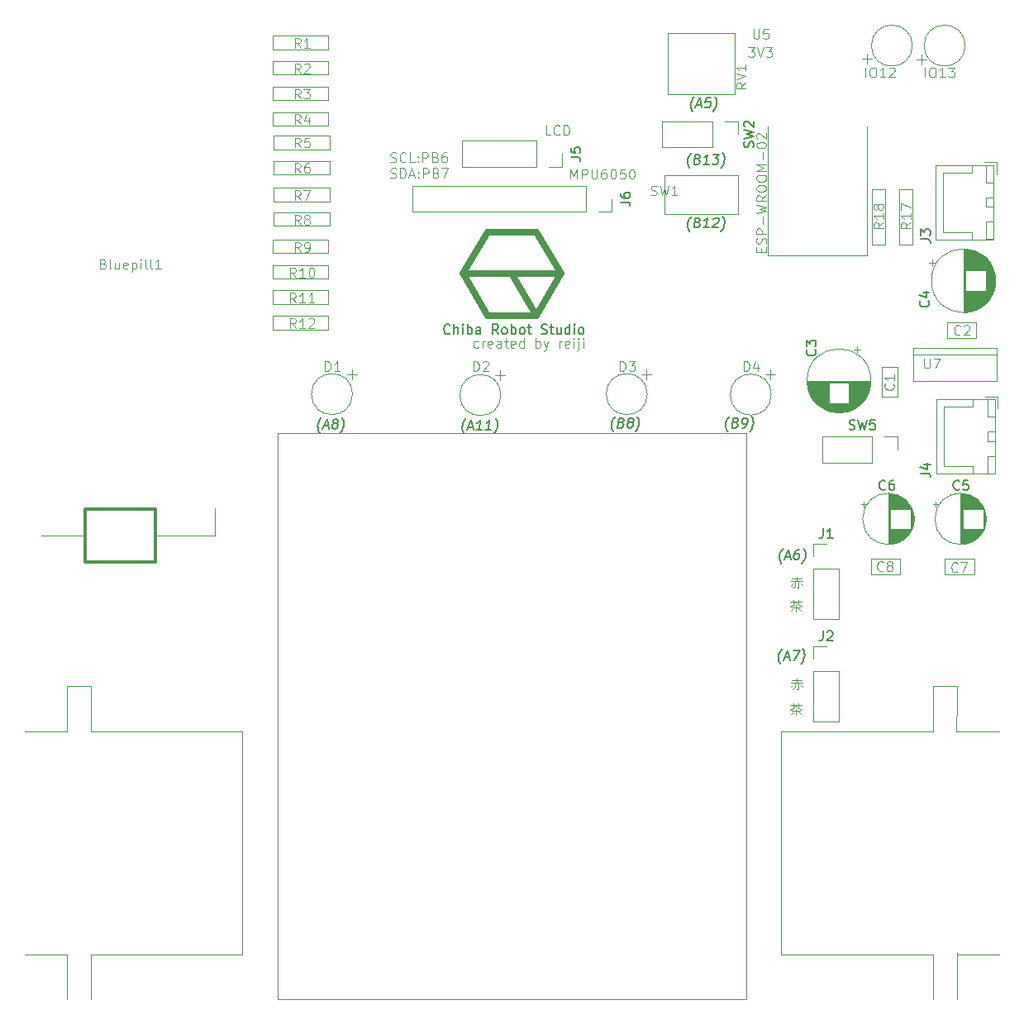
<source format=gbr>
%TF.GenerationSoftware,KiCad,Pcbnew,8.0.8*%
%TF.CreationDate,2025-08-25T22:32:07+09:00*%
%TF.ProjectId,Line_follower_robot,4c696e65-5f66-46f6-9c6c-6f7765725f72,rev?*%
%TF.SameCoordinates,Original*%
%TF.FileFunction,Legend,Top*%
%TF.FilePolarity,Positive*%
%FSLAX46Y46*%
G04 Gerber Fmt 4.6, Leading zero omitted, Abs format (unit mm)*
G04 Created by KiCad (PCBNEW 8.0.8) date 2025-08-25 22:32:07*
%MOMM*%
%LPD*%
G01*
G04 APERTURE LIST*
%ADD10C,0.100000*%
%ADD11C,0.200000*%
%ADD12C,0.700000*%
%ADD13C,0.150000*%
%ADD14C,0.300000*%
%ADD15C,0.120000*%
G04 APERTURE END LIST*
D10*
X116380000Y-41980000D02*
X116400000Y-30500000D01*
X106180000Y-41880000D02*
X106200000Y-30500000D01*
X108703884Y-76820038D02*
X109656265Y-76820038D01*
X108561027Y-77105752D02*
X109799122Y-77105752D01*
X109132455Y-77772419D02*
X109370550Y-77772419D01*
X109180074Y-76629561D02*
X109180074Y-77105752D01*
X109370550Y-77105752D02*
X109370550Y-77772419D01*
X109561027Y-77296228D02*
X109751503Y-77486704D01*
X108751503Y-77343847D02*
X108561027Y-77534323D01*
X109037217Y-77105752D02*
X108989598Y-77534323D01*
X108989598Y-77534323D02*
X108751503Y-77772419D01*
X108703884Y-87220038D02*
X109656265Y-87220038D01*
X108561027Y-87505752D02*
X109799122Y-87505752D01*
X109132455Y-88172419D02*
X109370550Y-88172419D01*
X109180074Y-87029561D02*
X109180074Y-87505752D01*
X109370550Y-87505752D02*
X109370550Y-88172419D01*
X109561027Y-87696228D02*
X109751503Y-87886704D01*
X108751503Y-87743847D02*
X108561027Y-87934323D01*
X109037217Y-87505752D02*
X108989598Y-87934323D01*
X108989598Y-87934323D02*
X108751503Y-88172419D01*
X108461027Y-89772419D02*
X109651503Y-89772419D01*
X108651503Y-90343847D02*
X109508646Y-90343847D01*
X108841979Y-89629561D02*
X108841979Y-89915276D01*
X109080074Y-90153371D02*
X109080074Y-90772419D01*
X109318169Y-89629561D02*
X109318169Y-89915276D01*
X109318169Y-90439085D02*
X109603884Y-90724800D01*
X108794360Y-90486704D02*
X108556265Y-90724800D01*
X109080074Y-89867657D02*
X109270550Y-90058133D01*
X109270550Y-90058133D02*
X109699122Y-90248609D01*
X109032455Y-89867657D02*
X108841979Y-90105752D01*
X108841979Y-90105752D02*
X108461027Y-90296228D01*
X108461027Y-79172419D02*
X109651503Y-79172419D01*
X108651503Y-79743847D02*
X109508646Y-79743847D01*
X108841979Y-79029561D02*
X108841979Y-79315276D01*
X109080074Y-79553371D02*
X109080074Y-80172419D01*
X109318169Y-79029561D02*
X109318169Y-79315276D01*
X109318169Y-79839085D02*
X109603884Y-80124800D01*
X108794360Y-79886704D02*
X108556265Y-80124800D01*
X109080074Y-79267657D02*
X109270550Y-79458133D01*
X109270550Y-79458133D02*
X109699122Y-79648609D01*
X109032455Y-79267657D02*
X108841979Y-79505752D01*
X108841979Y-79505752D02*
X108461027Y-79696228D01*
D11*
X107501816Y-85548171D02*
X107460149Y-85500552D01*
X107460149Y-85500552D02*
X107382768Y-85357695D01*
X107382768Y-85357695D02*
X107347054Y-85262457D01*
X107347054Y-85262457D02*
X107317292Y-85119600D01*
X107317292Y-85119600D02*
X107299435Y-84881504D01*
X107299435Y-84881504D02*
X107323244Y-84691028D01*
X107323244Y-84691028D02*
X107400625Y-84452933D01*
X107400625Y-84452933D02*
X107466101Y-84310076D01*
X107466101Y-84310076D02*
X107525625Y-84214838D01*
X107525625Y-84214838D02*
X107638720Y-84071980D01*
X107638720Y-84071980D02*
X107692292Y-84024361D01*
X107918483Y-84881504D02*
X108394673Y-84881504D01*
X107787530Y-85167219D02*
X108245864Y-84167219D01*
X108245864Y-84167219D02*
X108454197Y-85167219D01*
X108817292Y-84167219D02*
X109483959Y-84167219D01*
X109483959Y-84167219D02*
X108930388Y-85167219D01*
X109597054Y-85548171D02*
X109650626Y-85500552D01*
X109650626Y-85500552D02*
X109763721Y-85357695D01*
X109763721Y-85357695D02*
X109823245Y-85262457D01*
X109823245Y-85262457D02*
X109888721Y-85119600D01*
X109888721Y-85119600D02*
X109966102Y-84881504D01*
X109966102Y-84881504D02*
X109989911Y-84691028D01*
X109989911Y-84691028D02*
X109972054Y-84452933D01*
X109972054Y-84452933D02*
X109942292Y-84310076D01*
X109942292Y-84310076D02*
X109906578Y-84214838D01*
X109906578Y-84214838D02*
X109829197Y-84071980D01*
X109829197Y-84071980D02*
X109787530Y-84024361D01*
X107601816Y-75248171D02*
X107560149Y-75200552D01*
X107560149Y-75200552D02*
X107482768Y-75057695D01*
X107482768Y-75057695D02*
X107447054Y-74962457D01*
X107447054Y-74962457D02*
X107417292Y-74819600D01*
X107417292Y-74819600D02*
X107399435Y-74581504D01*
X107399435Y-74581504D02*
X107423244Y-74391028D01*
X107423244Y-74391028D02*
X107500625Y-74152933D01*
X107500625Y-74152933D02*
X107566101Y-74010076D01*
X107566101Y-74010076D02*
X107625625Y-73914838D01*
X107625625Y-73914838D02*
X107738720Y-73771980D01*
X107738720Y-73771980D02*
X107792292Y-73724361D01*
X108018483Y-74581504D02*
X108494673Y-74581504D01*
X107887530Y-74867219D02*
X108345864Y-73867219D01*
X108345864Y-73867219D02*
X108554197Y-74867219D01*
X109441102Y-73867219D02*
X109250626Y-73867219D01*
X109250626Y-73867219D02*
X109149435Y-73914838D01*
X109149435Y-73914838D02*
X109095864Y-73962457D01*
X109095864Y-73962457D02*
X108982768Y-74105314D01*
X108982768Y-74105314D02*
X108911340Y-74295790D01*
X108911340Y-74295790D02*
X108863721Y-74676742D01*
X108863721Y-74676742D02*
X108899435Y-74771980D01*
X108899435Y-74771980D02*
X108941102Y-74819600D01*
X108941102Y-74819600D02*
X109030388Y-74867219D01*
X109030388Y-74867219D02*
X109220864Y-74867219D01*
X109220864Y-74867219D02*
X109322054Y-74819600D01*
X109322054Y-74819600D02*
X109375626Y-74771980D01*
X109375626Y-74771980D02*
X109435149Y-74676742D01*
X109435149Y-74676742D02*
X109464911Y-74438647D01*
X109464911Y-74438647D02*
X109429197Y-74343409D01*
X109429197Y-74343409D02*
X109387530Y-74295790D01*
X109387530Y-74295790D02*
X109298245Y-74248171D01*
X109298245Y-74248171D02*
X109107768Y-74248171D01*
X109107768Y-74248171D02*
X109006578Y-74295790D01*
X109006578Y-74295790D02*
X108953007Y-74343409D01*
X108953007Y-74343409D02*
X108893483Y-74438647D01*
X109697054Y-75248171D02*
X109750626Y-75200552D01*
X109750626Y-75200552D02*
X109863721Y-75057695D01*
X109863721Y-75057695D02*
X109923245Y-74962457D01*
X109923245Y-74962457D02*
X109988721Y-74819600D01*
X109988721Y-74819600D02*
X110066102Y-74581504D01*
X110066102Y-74581504D02*
X110089911Y-74391028D01*
X110089911Y-74391028D02*
X110072054Y-74152933D01*
X110072054Y-74152933D02*
X110042292Y-74010076D01*
X110042292Y-74010076D02*
X110006578Y-73914838D01*
X110006578Y-73914838D02*
X109929197Y-73771980D01*
X109929197Y-73771980D02*
X109887530Y-73724361D01*
D10*
X105528609Y-43376115D02*
X105528609Y-43042782D01*
X106052419Y-42899925D02*
X106052419Y-43376115D01*
X106052419Y-43376115D02*
X105052419Y-43376115D01*
X105052419Y-43376115D02*
X105052419Y-42899925D01*
X106004800Y-42518972D02*
X106052419Y-42376115D01*
X106052419Y-42376115D02*
X106052419Y-42138020D01*
X106052419Y-42138020D02*
X106004800Y-42042782D01*
X106004800Y-42042782D02*
X105957180Y-41995163D01*
X105957180Y-41995163D02*
X105861942Y-41947544D01*
X105861942Y-41947544D02*
X105766704Y-41947544D01*
X105766704Y-41947544D02*
X105671466Y-41995163D01*
X105671466Y-41995163D02*
X105623847Y-42042782D01*
X105623847Y-42042782D02*
X105576228Y-42138020D01*
X105576228Y-42138020D02*
X105528609Y-42328496D01*
X105528609Y-42328496D02*
X105480990Y-42423734D01*
X105480990Y-42423734D02*
X105433371Y-42471353D01*
X105433371Y-42471353D02*
X105338133Y-42518972D01*
X105338133Y-42518972D02*
X105242895Y-42518972D01*
X105242895Y-42518972D02*
X105147657Y-42471353D01*
X105147657Y-42471353D02*
X105100038Y-42423734D01*
X105100038Y-42423734D02*
X105052419Y-42328496D01*
X105052419Y-42328496D02*
X105052419Y-42090401D01*
X105052419Y-42090401D02*
X105100038Y-41947544D01*
X106052419Y-41518972D02*
X105052419Y-41518972D01*
X105052419Y-41518972D02*
X105052419Y-41138020D01*
X105052419Y-41138020D02*
X105100038Y-41042782D01*
X105100038Y-41042782D02*
X105147657Y-40995163D01*
X105147657Y-40995163D02*
X105242895Y-40947544D01*
X105242895Y-40947544D02*
X105385752Y-40947544D01*
X105385752Y-40947544D02*
X105480990Y-40995163D01*
X105480990Y-40995163D02*
X105528609Y-41042782D01*
X105528609Y-41042782D02*
X105576228Y-41138020D01*
X105576228Y-41138020D02*
X105576228Y-41518972D01*
X105671466Y-40518972D02*
X105671466Y-39757068D01*
X105052419Y-39376115D02*
X106052419Y-39138020D01*
X106052419Y-39138020D02*
X105338133Y-38947544D01*
X105338133Y-38947544D02*
X106052419Y-38757068D01*
X106052419Y-38757068D02*
X105052419Y-38518973D01*
X106052419Y-37566592D02*
X105576228Y-37899925D01*
X106052419Y-38138020D02*
X105052419Y-38138020D01*
X105052419Y-38138020D02*
X105052419Y-37757068D01*
X105052419Y-37757068D02*
X105100038Y-37661830D01*
X105100038Y-37661830D02*
X105147657Y-37614211D01*
X105147657Y-37614211D02*
X105242895Y-37566592D01*
X105242895Y-37566592D02*
X105385752Y-37566592D01*
X105385752Y-37566592D02*
X105480990Y-37614211D01*
X105480990Y-37614211D02*
X105528609Y-37661830D01*
X105528609Y-37661830D02*
X105576228Y-37757068D01*
X105576228Y-37757068D02*
X105576228Y-38138020D01*
X105052419Y-36947544D02*
X105052419Y-36757068D01*
X105052419Y-36757068D02*
X105100038Y-36661830D01*
X105100038Y-36661830D02*
X105195276Y-36566592D01*
X105195276Y-36566592D02*
X105385752Y-36518973D01*
X105385752Y-36518973D02*
X105719085Y-36518973D01*
X105719085Y-36518973D02*
X105909561Y-36566592D01*
X105909561Y-36566592D02*
X106004800Y-36661830D01*
X106004800Y-36661830D02*
X106052419Y-36757068D01*
X106052419Y-36757068D02*
X106052419Y-36947544D01*
X106052419Y-36947544D02*
X106004800Y-37042782D01*
X106004800Y-37042782D02*
X105909561Y-37138020D01*
X105909561Y-37138020D02*
X105719085Y-37185639D01*
X105719085Y-37185639D02*
X105385752Y-37185639D01*
X105385752Y-37185639D02*
X105195276Y-37138020D01*
X105195276Y-37138020D02*
X105100038Y-37042782D01*
X105100038Y-37042782D02*
X105052419Y-36947544D01*
X105052419Y-35899925D02*
X105052419Y-35709449D01*
X105052419Y-35709449D02*
X105100038Y-35614211D01*
X105100038Y-35614211D02*
X105195276Y-35518973D01*
X105195276Y-35518973D02*
X105385752Y-35471354D01*
X105385752Y-35471354D02*
X105719085Y-35471354D01*
X105719085Y-35471354D02*
X105909561Y-35518973D01*
X105909561Y-35518973D02*
X106004800Y-35614211D01*
X106004800Y-35614211D02*
X106052419Y-35709449D01*
X106052419Y-35709449D02*
X106052419Y-35899925D01*
X106052419Y-35899925D02*
X106004800Y-35995163D01*
X106004800Y-35995163D02*
X105909561Y-36090401D01*
X105909561Y-36090401D02*
X105719085Y-36138020D01*
X105719085Y-36138020D02*
X105385752Y-36138020D01*
X105385752Y-36138020D02*
X105195276Y-36090401D01*
X105195276Y-36090401D02*
X105100038Y-35995163D01*
X105100038Y-35995163D02*
X105052419Y-35899925D01*
X106052419Y-35042782D02*
X105052419Y-35042782D01*
X105052419Y-35042782D02*
X105766704Y-34709449D01*
X105766704Y-34709449D02*
X105052419Y-34376116D01*
X105052419Y-34376116D02*
X106052419Y-34376116D01*
X105671466Y-33899925D02*
X105671466Y-33138021D01*
X105052419Y-32471354D02*
X105052419Y-32376116D01*
X105052419Y-32376116D02*
X105100038Y-32280878D01*
X105100038Y-32280878D02*
X105147657Y-32233259D01*
X105147657Y-32233259D02*
X105242895Y-32185640D01*
X105242895Y-32185640D02*
X105433371Y-32138021D01*
X105433371Y-32138021D02*
X105671466Y-32138021D01*
X105671466Y-32138021D02*
X105861942Y-32185640D01*
X105861942Y-32185640D02*
X105957180Y-32233259D01*
X105957180Y-32233259D02*
X106004800Y-32280878D01*
X106004800Y-32280878D02*
X106052419Y-32376116D01*
X106052419Y-32376116D02*
X106052419Y-32471354D01*
X106052419Y-32471354D02*
X106004800Y-32566592D01*
X106004800Y-32566592D02*
X105957180Y-32614211D01*
X105957180Y-32614211D02*
X105861942Y-32661830D01*
X105861942Y-32661830D02*
X105671466Y-32709449D01*
X105671466Y-32709449D02*
X105433371Y-32709449D01*
X105433371Y-32709449D02*
X105242895Y-32661830D01*
X105242895Y-32661830D02*
X105147657Y-32614211D01*
X105147657Y-32614211D02*
X105100038Y-32566592D01*
X105100038Y-32566592D02*
X105052419Y-32471354D01*
X105147657Y-31757068D02*
X105100038Y-31709449D01*
X105100038Y-31709449D02*
X105052419Y-31614211D01*
X105052419Y-31614211D02*
X105052419Y-31376116D01*
X105052419Y-31376116D02*
X105100038Y-31280878D01*
X105100038Y-31280878D02*
X105147657Y-31233259D01*
X105147657Y-31233259D02*
X105242895Y-31185640D01*
X105242895Y-31185640D02*
X105338133Y-31185640D01*
X105338133Y-31185640D02*
X105480990Y-31233259D01*
X105480990Y-31233259D02*
X106052419Y-31804687D01*
X106052419Y-31804687D02*
X106052419Y-31185640D01*
D11*
X98501816Y-28948171D02*
X98460149Y-28900552D01*
X98460149Y-28900552D02*
X98382768Y-28757695D01*
X98382768Y-28757695D02*
X98347054Y-28662457D01*
X98347054Y-28662457D02*
X98317292Y-28519600D01*
X98317292Y-28519600D02*
X98299435Y-28281504D01*
X98299435Y-28281504D02*
X98323244Y-28091028D01*
X98323244Y-28091028D02*
X98400625Y-27852933D01*
X98400625Y-27852933D02*
X98466101Y-27710076D01*
X98466101Y-27710076D02*
X98525625Y-27614838D01*
X98525625Y-27614838D02*
X98638720Y-27471980D01*
X98638720Y-27471980D02*
X98692292Y-27424361D01*
X98918483Y-28281504D02*
X99394673Y-28281504D01*
X98787530Y-28567219D02*
X99245864Y-27567219D01*
X99245864Y-27567219D02*
X99454197Y-28567219D01*
X100388721Y-27567219D02*
X99912530Y-27567219D01*
X99912530Y-27567219D02*
X99805388Y-28043409D01*
X99805388Y-28043409D02*
X99858959Y-27995790D01*
X99858959Y-27995790D02*
X99960149Y-27948171D01*
X99960149Y-27948171D02*
X100198245Y-27948171D01*
X100198245Y-27948171D02*
X100287530Y-27995790D01*
X100287530Y-27995790D02*
X100329197Y-28043409D01*
X100329197Y-28043409D02*
X100364911Y-28138647D01*
X100364911Y-28138647D02*
X100335149Y-28376742D01*
X100335149Y-28376742D02*
X100275626Y-28471980D01*
X100275626Y-28471980D02*
X100222054Y-28519600D01*
X100222054Y-28519600D02*
X100120864Y-28567219D01*
X100120864Y-28567219D02*
X99882768Y-28567219D01*
X99882768Y-28567219D02*
X99793483Y-28519600D01*
X99793483Y-28519600D02*
X99751816Y-28471980D01*
X100597054Y-28948171D02*
X100650626Y-28900552D01*
X100650626Y-28900552D02*
X100763721Y-28757695D01*
X100763721Y-28757695D02*
X100823245Y-28662457D01*
X100823245Y-28662457D02*
X100888721Y-28519600D01*
X100888721Y-28519600D02*
X100966102Y-28281504D01*
X100966102Y-28281504D02*
X100989911Y-28091028D01*
X100989911Y-28091028D02*
X100972054Y-27852933D01*
X100972054Y-27852933D02*
X100942292Y-27710076D01*
X100942292Y-27710076D02*
X100906578Y-27614838D01*
X100906578Y-27614838D02*
X100829197Y-27471980D01*
X100829197Y-27471980D02*
X100787530Y-27424361D01*
X98201816Y-34748171D02*
X98160149Y-34700552D01*
X98160149Y-34700552D02*
X98082768Y-34557695D01*
X98082768Y-34557695D02*
X98047054Y-34462457D01*
X98047054Y-34462457D02*
X98017292Y-34319600D01*
X98017292Y-34319600D02*
X97999435Y-34081504D01*
X97999435Y-34081504D02*
X98023244Y-33891028D01*
X98023244Y-33891028D02*
X98100625Y-33652933D01*
X98100625Y-33652933D02*
X98166101Y-33510076D01*
X98166101Y-33510076D02*
X98225625Y-33414838D01*
X98225625Y-33414838D02*
X98338720Y-33271980D01*
X98338720Y-33271980D02*
X98392292Y-33224361D01*
X99029197Y-33843409D02*
X99166102Y-33891028D01*
X99166102Y-33891028D02*
X99207768Y-33938647D01*
X99207768Y-33938647D02*
X99243483Y-34033885D01*
X99243483Y-34033885D02*
X99225625Y-34176742D01*
X99225625Y-34176742D02*
X99166102Y-34271980D01*
X99166102Y-34271980D02*
X99112530Y-34319600D01*
X99112530Y-34319600D02*
X99011340Y-34367219D01*
X99011340Y-34367219D02*
X98630387Y-34367219D01*
X98630387Y-34367219D02*
X98755387Y-33367219D01*
X98755387Y-33367219D02*
X99088721Y-33367219D01*
X99088721Y-33367219D02*
X99178006Y-33414838D01*
X99178006Y-33414838D02*
X99219673Y-33462457D01*
X99219673Y-33462457D02*
X99255387Y-33557695D01*
X99255387Y-33557695D02*
X99243483Y-33652933D01*
X99243483Y-33652933D02*
X99183959Y-33748171D01*
X99183959Y-33748171D02*
X99130387Y-33795790D01*
X99130387Y-33795790D02*
X99029197Y-33843409D01*
X99029197Y-33843409D02*
X98695864Y-33843409D01*
X100154197Y-34367219D02*
X99582768Y-34367219D01*
X99868483Y-34367219D02*
X99993483Y-33367219D01*
X99993483Y-33367219D02*
X99880387Y-33510076D01*
X99880387Y-33510076D02*
X99773245Y-33605314D01*
X99773245Y-33605314D02*
X99672054Y-33652933D01*
X100612530Y-33367219D02*
X101231578Y-33367219D01*
X101231578Y-33367219D02*
X100850626Y-33748171D01*
X100850626Y-33748171D02*
X100993483Y-33748171D01*
X100993483Y-33748171D02*
X101082768Y-33795790D01*
X101082768Y-33795790D02*
X101124435Y-33843409D01*
X101124435Y-33843409D02*
X101160149Y-33938647D01*
X101160149Y-33938647D02*
X101130387Y-34176742D01*
X101130387Y-34176742D02*
X101070864Y-34271980D01*
X101070864Y-34271980D02*
X101017292Y-34319600D01*
X101017292Y-34319600D02*
X100916102Y-34367219D01*
X100916102Y-34367219D02*
X100630387Y-34367219D01*
X100630387Y-34367219D02*
X100541102Y-34319600D01*
X100541102Y-34319600D02*
X100499435Y-34271980D01*
X101392292Y-34748171D02*
X101445864Y-34700552D01*
X101445864Y-34700552D02*
X101558959Y-34557695D01*
X101558959Y-34557695D02*
X101618483Y-34462457D01*
X101618483Y-34462457D02*
X101683959Y-34319600D01*
X101683959Y-34319600D02*
X101761340Y-34081504D01*
X101761340Y-34081504D02*
X101785149Y-33891028D01*
X101785149Y-33891028D02*
X101767292Y-33652933D01*
X101767292Y-33652933D02*
X101737530Y-33510076D01*
X101737530Y-33510076D02*
X101701816Y-33414838D01*
X101701816Y-33414838D02*
X101624435Y-33271980D01*
X101624435Y-33271980D02*
X101582768Y-33224361D01*
X98201816Y-41248171D02*
X98160149Y-41200552D01*
X98160149Y-41200552D02*
X98082768Y-41057695D01*
X98082768Y-41057695D02*
X98047054Y-40962457D01*
X98047054Y-40962457D02*
X98017292Y-40819600D01*
X98017292Y-40819600D02*
X97999435Y-40581504D01*
X97999435Y-40581504D02*
X98023244Y-40391028D01*
X98023244Y-40391028D02*
X98100625Y-40152933D01*
X98100625Y-40152933D02*
X98166101Y-40010076D01*
X98166101Y-40010076D02*
X98225625Y-39914838D01*
X98225625Y-39914838D02*
X98338720Y-39771980D01*
X98338720Y-39771980D02*
X98392292Y-39724361D01*
X99029197Y-40343409D02*
X99166102Y-40391028D01*
X99166102Y-40391028D02*
X99207768Y-40438647D01*
X99207768Y-40438647D02*
X99243483Y-40533885D01*
X99243483Y-40533885D02*
X99225625Y-40676742D01*
X99225625Y-40676742D02*
X99166102Y-40771980D01*
X99166102Y-40771980D02*
X99112530Y-40819600D01*
X99112530Y-40819600D02*
X99011340Y-40867219D01*
X99011340Y-40867219D02*
X98630387Y-40867219D01*
X98630387Y-40867219D02*
X98755387Y-39867219D01*
X98755387Y-39867219D02*
X99088721Y-39867219D01*
X99088721Y-39867219D02*
X99178006Y-39914838D01*
X99178006Y-39914838D02*
X99219673Y-39962457D01*
X99219673Y-39962457D02*
X99255387Y-40057695D01*
X99255387Y-40057695D02*
X99243483Y-40152933D01*
X99243483Y-40152933D02*
X99183959Y-40248171D01*
X99183959Y-40248171D02*
X99130387Y-40295790D01*
X99130387Y-40295790D02*
X99029197Y-40343409D01*
X99029197Y-40343409D02*
X98695864Y-40343409D01*
X100154197Y-40867219D02*
X99582768Y-40867219D01*
X99868483Y-40867219D02*
X99993483Y-39867219D01*
X99993483Y-39867219D02*
X99880387Y-40010076D01*
X99880387Y-40010076D02*
X99773245Y-40105314D01*
X99773245Y-40105314D02*
X99672054Y-40152933D01*
X100648245Y-39962457D02*
X100701816Y-39914838D01*
X100701816Y-39914838D02*
X100803006Y-39867219D01*
X100803006Y-39867219D02*
X101041102Y-39867219D01*
X101041102Y-39867219D02*
X101130387Y-39914838D01*
X101130387Y-39914838D02*
X101172054Y-39962457D01*
X101172054Y-39962457D02*
X101207768Y-40057695D01*
X101207768Y-40057695D02*
X101195864Y-40152933D01*
X101195864Y-40152933D02*
X101130387Y-40295790D01*
X101130387Y-40295790D02*
X100487530Y-40867219D01*
X100487530Y-40867219D02*
X101106578Y-40867219D01*
X101392292Y-41248171D02*
X101445864Y-41200552D01*
X101445864Y-41200552D02*
X101558959Y-41057695D01*
X101558959Y-41057695D02*
X101618483Y-40962457D01*
X101618483Y-40962457D02*
X101683959Y-40819600D01*
X101683959Y-40819600D02*
X101761340Y-40581504D01*
X101761340Y-40581504D02*
X101785149Y-40391028D01*
X101785149Y-40391028D02*
X101767292Y-40152933D01*
X101767292Y-40152933D02*
X101737530Y-40010076D01*
X101737530Y-40010076D02*
X101701816Y-39914838D01*
X101701816Y-39914838D02*
X101624435Y-39771980D01*
X101624435Y-39771980D02*
X101582768Y-39724361D01*
D10*
X76532455Y-53124800D02*
X76437217Y-53172419D01*
X76437217Y-53172419D02*
X76246741Y-53172419D01*
X76246741Y-53172419D02*
X76151503Y-53124800D01*
X76151503Y-53124800D02*
X76103884Y-53077180D01*
X76103884Y-53077180D02*
X76056265Y-52981942D01*
X76056265Y-52981942D02*
X76056265Y-52696228D01*
X76056265Y-52696228D02*
X76103884Y-52600990D01*
X76103884Y-52600990D02*
X76151503Y-52553371D01*
X76151503Y-52553371D02*
X76246741Y-52505752D01*
X76246741Y-52505752D02*
X76437217Y-52505752D01*
X76437217Y-52505752D02*
X76532455Y-52553371D01*
X76961027Y-53172419D02*
X76961027Y-52505752D01*
X76961027Y-52696228D02*
X77008646Y-52600990D01*
X77008646Y-52600990D02*
X77056265Y-52553371D01*
X77056265Y-52553371D02*
X77151503Y-52505752D01*
X77151503Y-52505752D02*
X77246741Y-52505752D01*
X77961027Y-53124800D02*
X77865789Y-53172419D01*
X77865789Y-53172419D02*
X77675313Y-53172419D01*
X77675313Y-53172419D02*
X77580075Y-53124800D01*
X77580075Y-53124800D02*
X77532456Y-53029561D01*
X77532456Y-53029561D02*
X77532456Y-52648609D01*
X77532456Y-52648609D02*
X77580075Y-52553371D01*
X77580075Y-52553371D02*
X77675313Y-52505752D01*
X77675313Y-52505752D02*
X77865789Y-52505752D01*
X77865789Y-52505752D02*
X77961027Y-52553371D01*
X77961027Y-52553371D02*
X78008646Y-52648609D01*
X78008646Y-52648609D02*
X78008646Y-52743847D01*
X78008646Y-52743847D02*
X77532456Y-52839085D01*
X78865789Y-53172419D02*
X78865789Y-52648609D01*
X78865789Y-52648609D02*
X78818170Y-52553371D01*
X78818170Y-52553371D02*
X78722932Y-52505752D01*
X78722932Y-52505752D02*
X78532456Y-52505752D01*
X78532456Y-52505752D02*
X78437218Y-52553371D01*
X78865789Y-53124800D02*
X78770551Y-53172419D01*
X78770551Y-53172419D02*
X78532456Y-53172419D01*
X78532456Y-53172419D02*
X78437218Y-53124800D01*
X78437218Y-53124800D02*
X78389599Y-53029561D01*
X78389599Y-53029561D02*
X78389599Y-52934323D01*
X78389599Y-52934323D02*
X78437218Y-52839085D01*
X78437218Y-52839085D02*
X78532456Y-52791466D01*
X78532456Y-52791466D02*
X78770551Y-52791466D01*
X78770551Y-52791466D02*
X78865789Y-52743847D01*
X79199123Y-52505752D02*
X79580075Y-52505752D01*
X79341980Y-52172419D02*
X79341980Y-53029561D01*
X79341980Y-53029561D02*
X79389599Y-53124800D01*
X79389599Y-53124800D02*
X79484837Y-53172419D01*
X79484837Y-53172419D02*
X79580075Y-53172419D01*
X80294361Y-53124800D02*
X80199123Y-53172419D01*
X80199123Y-53172419D02*
X80008647Y-53172419D01*
X80008647Y-53172419D02*
X79913409Y-53124800D01*
X79913409Y-53124800D02*
X79865790Y-53029561D01*
X79865790Y-53029561D02*
X79865790Y-52648609D01*
X79865790Y-52648609D02*
X79913409Y-52553371D01*
X79913409Y-52553371D02*
X80008647Y-52505752D01*
X80008647Y-52505752D02*
X80199123Y-52505752D01*
X80199123Y-52505752D02*
X80294361Y-52553371D01*
X80294361Y-52553371D02*
X80341980Y-52648609D01*
X80341980Y-52648609D02*
X80341980Y-52743847D01*
X80341980Y-52743847D02*
X79865790Y-52839085D01*
X81199123Y-53172419D02*
X81199123Y-52172419D01*
X81199123Y-53124800D02*
X81103885Y-53172419D01*
X81103885Y-53172419D02*
X80913409Y-53172419D01*
X80913409Y-53172419D02*
X80818171Y-53124800D01*
X80818171Y-53124800D02*
X80770552Y-53077180D01*
X80770552Y-53077180D02*
X80722933Y-52981942D01*
X80722933Y-52981942D02*
X80722933Y-52696228D01*
X80722933Y-52696228D02*
X80770552Y-52600990D01*
X80770552Y-52600990D02*
X80818171Y-52553371D01*
X80818171Y-52553371D02*
X80913409Y-52505752D01*
X80913409Y-52505752D02*
X81103885Y-52505752D01*
X81103885Y-52505752D02*
X81199123Y-52553371D01*
X82437219Y-53172419D02*
X82437219Y-52172419D01*
X82437219Y-52553371D02*
X82532457Y-52505752D01*
X82532457Y-52505752D02*
X82722933Y-52505752D01*
X82722933Y-52505752D02*
X82818171Y-52553371D01*
X82818171Y-52553371D02*
X82865790Y-52600990D01*
X82865790Y-52600990D02*
X82913409Y-52696228D01*
X82913409Y-52696228D02*
X82913409Y-52981942D01*
X82913409Y-52981942D02*
X82865790Y-53077180D01*
X82865790Y-53077180D02*
X82818171Y-53124800D01*
X82818171Y-53124800D02*
X82722933Y-53172419D01*
X82722933Y-53172419D02*
X82532457Y-53172419D01*
X82532457Y-53172419D02*
X82437219Y-53124800D01*
X83246743Y-52505752D02*
X83484838Y-53172419D01*
X83722933Y-52505752D02*
X83484838Y-53172419D01*
X83484838Y-53172419D02*
X83389600Y-53410514D01*
X83389600Y-53410514D02*
X83341981Y-53458133D01*
X83341981Y-53458133D02*
X83246743Y-53505752D01*
X84865791Y-53172419D02*
X84865791Y-52505752D01*
X84865791Y-52696228D02*
X84913410Y-52600990D01*
X84913410Y-52600990D02*
X84961029Y-52553371D01*
X84961029Y-52553371D02*
X85056267Y-52505752D01*
X85056267Y-52505752D02*
X85151505Y-52505752D01*
X85865791Y-53124800D02*
X85770553Y-53172419D01*
X85770553Y-53172419D02*
X85580077Y-53172419D01*
X85580077Y-53172419D02*
X85484839Y-53124800D01*
X85484839Y-53124800D02*
X85437220Y-53029561D01*
X85437220Y-53029561D02*
X85437220Y-52648609D01*
X85437220Y-52648609D02*
X85484839Y-52553371D01*
X85484839Y-52553371D02*
X85580077Y-52505752D01*
X85580077Y-52505752D02*
X85770553Y-52505752D01*
X85770553Y-52505752D02*
X85865791Y-52553371D01*
X85865791Y-52553371D02*
X85913410Y-52648609D01*
X85913410Y-52648609D02*
X85913410Y-52743847D01*
X85913410Y-52743847D02*
X85437220Y-52839085D01*
X86341982Y-53172419D02*
X86341982Y-52505752D01*
X86341982Y-52172419D02*
X86294363Y-52220038D01*
X86294363Y-52220038D02*
X86341982Y-52267657D01*
X86341982Y-52267657D02*
X86389601Y-52220038D01*
X86389601Y-52220038D02*
X86341982Y-52172419D01*
X86341982Y-52172419D02*
X86341982Y-52267657D01*
X86818172Y-52505752D02*
X86818172Y-53362895D01*
X86818172Y-53362895D02*
X86770553Y-53458133D01*
X86770553Y-53458133D02*
X86675315Y-53505752D01*
X86675315Y-53505752D02*
X86627696Y-53505752D01*
X86818172Y-52172419D02*
X86770553Y-52220038D01*
X86770553Y-52220038D02*
X86818172Y-52267657D01*
X86818172Y-52267657D02*
X86865791Y-52220038D01*
X86865791Y-52220038D02*
X86818172Y-52172419D01*
X86818172Y-52172419D02*
X86818172Y-52267657D01*
X87294362Y-53172419D02*
X87294362Y-52505752D01*
X87294362Y-52172419D02*
X87246743Y-52220038D01*
X87246743Y-52220038D02*
X87294362Y-52267657D01*
X87294362Y-52267657D02*
X87341981Y-52220038D01*
X87341981Y-52220038D02*
X87294362Y-52172419D01*
X87294362Y-52172419D02*
X87294362Y-52267657D01*
D11*
X73641101Y-51671980D02*
X73593482Y-51719600D01*
X73593482Y-51719600D02*
X73450625Y-51767219D01*
X73450625Y-51767219D02*
X73355387Y-51767219D01*
X73355387Y-51767219D02*
X73212530Y-51719600D01*
X73212530Y-51719600D02*
X73117292Y-51624361D01*
X73117292Y-51624361D02*
X73069673Y-51529123D01*
X73069673Y-51529123D02*
X73022054Y-51338647D01*
X73022054Y-51338647D02*
X73022054Y-51195790D01*
X73022054Y-51195790D02*
X73069673Y-51005314D01*
X73069673Y-51005314D02*
X73117292Y-50910076D01*
X73117292Y-50910076D02*
X73212530Y-50814838D01*
X73212530Y-50814838D02*
X73355387Y-50767219D01*
X73355387Y-50767219D02*
X73450625Y-50767219D01*
X73450625Y-50767219D02*
X73593482Y-50814838D01*
X73593482Y-50814838D02*
X73641101Y-50862457D01*
X74069673Y-51767219D02*
X74069673Y-50767219D01*
X74498244Y-51767219D02*
X74498244Y-51243409D01*
X74498244Y-51243409D02*
X74450625Y-51148171D01*
X74450625Y-51148171D02*
X74355387Y-51100552D01*
X74355387Y-51100552D02*
X74212530Y-51100552D01*
X74212530Y-51100552D02*
X74117292Y-51148171D01*
X74117292Y-51148171D02*
X74069673Y-51195790D01*
X74974435Y-51767219D02*
X74974435Y-51100552D01*
X74974435Y-50767219D02*
X74926816Y-50814838D01*
X74926816Y-50814838D02*
X74974435Y-50862457D01*
X74974435Y-50862457D02*
X75022054Y-50814838D01*
X75022054Y-50814838D02*
X74974435Y-50767219D01*
X74974435Y-50767219D02*
X74974435Y-50862457D01*
X75450625Y-51767219D02*
X75450625Y-50767219D01*
X75450625Y-51148171D02*
X75545863Y-51100552D01*
X75545863Y-51100552D02*
X75736339Y-51100552D01*
X75736339Y-51100552D02*
X75831577Y-51148171D01*
X75831577Y-51148171D02*
X75879196Y-51195790D01*
X75879196Y-51195790D02*
X75926815Y-51291028D01*
X75926815Y-51291028D02*
X75926815Y-51576742D01*
X75926815Y-51576742D02*
X75879196Y-51671980D01*
X75879196Y-51671980D02*
X75831577Y-51719600D01*
X75831577Y-51719600D02*
X75736339Y-51767219D01*
X75736339Y-51767219D02*
X75545863Y-51767219D01*
X75545863Y-51767219D02*
X75450625Y-51719600D01*
X76783958Y-51767219D02*
X76783958Y-51243409D01*
X76783958Y-51243409D02*
X76736339Y-51148171D01*
X76736339Y-51148171D02*
X76641101Y-51100552D01*
X76641101Y-51100552D02*
X76450625Y-51100552D01*
X76450625Y-51100552D02*
X76355387Y-51148171D01*
X76783958Y-51719600D02*
X76688720Y-51767219D01*
X76688720Y-51767219D02*
X76450625Y-51767219D01*
X76450625Y-51767219D02*
X76355387Y-51719600D01*
X76355387Y-51719600D02*
X76307768Y-51624361D01*
X76307768Y-51624361D02*
X76307768Y-51529123D01*
X76307768Y-51529123D02*
X76355387Y-51433885D01*
X76355387Y-51433885D02*
X76450625Y-51386266D01*
X76450625Y-51386266D02*
X76688720Y-51386266D01*
X76688720Y-51386266D02*
X76783958Y-51338647D01*
X78593482Y-51767219D02*
X78260149Y-51291028D01*
X78022054Y-51767219D02*
X78022054Y-50767219D01*
X78022054Y-50767219D02*
X78403006Y-50767219D01*
X78403006Y-50767219D02*
X78498244Y-50814838D01*
X78498244Y-50814838D02*
X78545863Y-50862457D01*
X78545863Y-50862457D02*
X78593482Y-50957695D01*
X78593482Y-50957695D02*
X78593482Y-51100552D01*
X78593482Y-51100552D02*
X78545863Y-51195790D01*
X78545863Y-51195790D02*
X78498244Y-51243409D01*
X78498244Y-51243409D02*
X78403006Y-51291028D01*
X78403006Y-51291028D02*
X78022054Y-51291028D01*
X79164911Y-51767219D02*
X79069673Y-51719600D01*
X79069673Y-51719600D02*
X79022054Y-51671980D01*
X79022054Y-51671980D02*
X78974435Y-51576742D01*
X78974435Y-51576742D02*
X78974435Y-51291028D01*
X78974435Y-51291028D02*
X79022054Y-51195790D01*
X79022054Y-51195790D02*
X79069673Y-51148171D01*
X79069673Y-51148171D02*
X79164911Y-51100552D01*
X79164911Y-51100552D02*
X79307768Y-51100552D01*
X79307768Y-51100552D02*
X79403006Y-51148171D01*
X79403006Y-51148171D02*
X79450625Y-51195790D01*
X79450625Y-51195790D02*
X79498244Y-51291028D01*
X79498244Y-51291028D02*
X79498244Y-51576742D01*
X79498244Y-51576742D02*
X79450625Y-51671980D01*
X79450625Y-51671980D02*
X79403006Y-51719600D01*
X79403006Y-51719600D02*
X79307768Y-51767219D01*
X79307768Y-51767219D02*
X79164911Y-51767219D01*
X79926816Y-51767219D02*
X79926816Y-50767219D01*
X79926816Y-51148171D02*
X80022054Y-51100552D01*
X80022054Y-51100552D02*
X80212530Y-51100552D01*
X80212530Y-51100552D02*
X80307768Y-51148171D01*
X80307768Y-51148171D02*
X80355387Y-51195790D01*
X80355387Y-51195790D02*
X80403006Y-51291028D01*
X80403006Y-51291028D02*
X80403006Y-51576742D01*
X80403006Y-51576742D02*
X80355387Y-51671980D01*
X80355387Y-51671980D02*
X80307768Y-51719600D01*
X80307768Y-51719600D02*
X80212530Y-51767219D01*
X80212530Y-51767219D02*
X80022054Y-51767219D01*
X80022054Y-51767219D02*
X79926816Y-51719600D01*
X80974435Y-51767219D02*
X80879197Y-51719600D01*
X80879197Y-51719600D02*
X80831578Y-51671980D01*
X80831578Y-51671980D02*
X80783959Y-51576742D01*
X80783959Y-51576742D02*
X80783959Y-51291028D01*
X80783959Y-51291028D02*
X80831578Y-51195790D01*
X80831578Y-51195790D02*
X80879197Y-51148171D01*
X80879197Y-51148171D02*
X80974435Y-51100552D01*
X80974435Y-51100552D02*
X81117292Y-51100552D01*
X81117292Y-51100552D02*
X81212530Y-51148171D01*
X81212530Y-51148171D02*
X81260149Y-51195790D01*
X81260149Y-51195790D02*
X81307768Y-51291028D01*
X81307768Y-51291028D02*
X81307768Y-51576742D01*
X81307768Y-51576742D02*
X81260149Y-51671980D01*
X81260149Y-51671980D02*
X81212530Y-51719600D01*
X81212530Y-51719600D02*
X81117292Y-51767219D01*
X81117292Y-51767219D02*
X80974435Y-51767219D01*
X81593483Y-51100552D02*
X81974435Y-51100552D01*
X81736340Y-50767219D02*
X81736340Y-51624361D01*
X81736340Y-51624361D02*
X81783959Y-51719600D01*
X81783959Y-51719600D02*
X81879197Y-51767219D01*
X81879197Y-51767219D02*
X81974435Y-51767219D01*
X83022055Y-51719600D02*
X83164912Y-51767219D01*
X83164912Y-51767219D02*
X83403007Y-51767219D01*
X83403007Y-51767219D02*
X83498245Y-51719600D01*
X83498245Y-51719600D02*
X83545864Y-51671980D01*
X83545864Y-51671980D02*
X83593483Y-51576742D01*
X83593483Y-51576742D02*
X83593483Y-51481504D01*
X83593483Y-51481504D02*
X83545864Y-51386266D01*
X83545864Y-51386266D02*
X83498245Y-51338647D01*
X83498245Y-51338647D02*
X83403007Y-51291028D01*
X83403007Y-51291028D02*
X83212531Y-51243409D01*
X83212531Y-51243409D02*
X83117293Y-51195790D01*
X83117293Y-51195790D02*
X83069674Y-51148171D01*
X83069674Y-51148171D02*
X83022055Y-51052933D01*
X83022055Y-51052933D02*
X83022055Y-50957695D01*
X83022055Y-50957695D02*
X83069674Y-50862457D01*
X83069674Y-50862457D02*
X83117293Y-50814838D01*
X83117293Y-50814838D02*
X83212531Y-50767219D01*
X83212531Y-50767219D02*
X83450626Y-50767219D01*
X83450626Y-50767219D02*
X83593483Y-50814838D01*
X83879198Y-51100552D02*
X84260150Y-51100552D01*
X84022055Y-50767219D02*
X84022055Y-51624361D01*
X84022055Y-51624361D02*
X84069674Y-51719600D01*
X84069674Y-51719600D02*
X84164912Y-51767219D01*
X84164912Y-51767219D02*
X84260150Y-51767219D01*
X85022055Y-51100552D02*
X85022055Y-51767219D01*
X84593484Y-51100552D02*
X84593484Y-51624361D01*
X84593484Y-51624361D02*
X84641103Y-51719600D01*
X84641103Y-51719600D02*
X84736341Y-51767219D01*
X84736341Y-51767219D02*
X84879198Y-51767219D01*
X84879198Y-51767219D02*
X84974436Y-51719600D01*
X84974436Y-51719600D02*
X85022055Y-51671980D01*
X85926817Y-51767219D02*
X85926817Y-50767219D01*
X85926817Y-51719600D02*
X85831579Y-51767219D01*
X85831579Y-51767219D02*
X85641103Y-51767219D01*
X85641103Y-51767219D02*
X85545865Y-51719600D01*
X85545865Y-51719600D02*
X85498246Y-51671980D01*
X85498246Y-51671980D02*
X85450627Y-51576742D01*
X85450627Y-51576742D02*
X85450627Y-51291028D01*
X85450627Y-51291028D02*
X85498246Y-51195790D01*
X85498246Y-51195790D02*
X85545865Y-51148171D01*
X85545865Y-51148171D02*
X85641103Y-51100552D01*
X85641103Y-51100552D02*
X85831579Y-51100552D01*
X85831579Y-51100552D02*
X85926817Y-51148171D01*
X86403008Y-51767219D02*
X86403008Y-51100552D01*
X86403008Y-50767219D02*
X86355389Y-50814838D01*
X86355389Y-50814838D02*
X86403008Y-50862457D01*
X86403008Y-50862457D02*
X86450627Y-50814838D01*
X86450627Y-50814838D02*
X86403008Y-50767219D01*
X86403008Y-50767219D02*
X86403008Y-50862457D01*
X87022055Y-51767219D02*
X86926817Y-51719600D01*
X86926817Y-51719600D02*
X86879198Y-51671980D01*
X86879198Y-51671980D02*
X86831579Y-51576742D01*
X86831579Y-51576742D02*
X86831579Y-51291028D01*
X86831579Y-51291028D02*
X86879198Y-51195790D01*
X86879198Y-51195790D02*
X86926817Y-51148171D01*
X86926817Y-51148171D02*
X87022055Y-51100552D01*
X87022055Y-51100552D02*
X87164912Y-51100552D01*
X87164912Y-51100552D02*
X87260150Y-51148171D01*
X87260150Y-51148171D02*
X87307769Y-51195790D01*
X87307769Y-51195790D02*
X87355388Y-51291028D01*
X87355388Y-51291028D02*
X87355388Y-51576742D01*
X87355388Y-51576742D02*
X87307769Y-51671980D01*
X87307769Y-51671980D02*
X87260150Y-51719600D01*
X87260150Y-51719600D02*
X87164912Y-51767219D01*
X87164912Y-51767219D02*
X87022055Y-51767219D01*
D12*
X82500000Y-49900000D02*
X80000000Y-45600000D01*
X77500000Y-49900000D02*
X82500000Y-49900000D01*
X82500000Y-49900000D02*
X84950000Y-45650000D01*
X77500000Y-49900000D02*
X75049982Y-45650010D01*
X77500000Y-41300000D02*
X82500000Y-41300000D01*
X75000000Y-45600000D02*
X77500000Y-41300000D01*
X85000000Y-45600000D02*
X82499964Y-41300021D01*
X75000000Y-45600000D02*
X85000000Y-45600000D01*
D10*
X86003884Y-35872419D02*
X86003884Y-34872419D01*
X86003884Y-34872419D02*
X86337217Y-35586704D01*
X86337217Y-35586704D02*
X86670550Y-34872419D01*
X86670550Y-34872419D02*
X86670550Y-35872419D01*
X87146741Y-35872419D02*
X87146741Y-34872419D01*
X87146741Y-34872419D02*
X87527693Y-34872419D01*
X87527693Y-34872419D02*
X87622931Y-34920038D01*
X87622931Y-34920038D02*
X87670550Y-34967657D01*
X87670550Y-34967657D02*
X87718169Y-35062895D01*
X87718169Y-35062895D02*
X87718169Y-35205752D01*
X87718169Y-35205752D02*
X87670550Y-35300990D01*
X87670550Y-35300990D02*
X87622931Y-35348609D01*
X87622931Y-35348609D02*
X87527693Y-35396228D01*
X87527693Y-35396228D02*
X87146741Y-35396228D01*
X88146741Y-34872419D02*
X88146741Y-35681942D01*
X88146741Y-35681942D02*
X88194360Y-35777180D01*
X88194360Y-35777180D02*
X88241979Y-35824800D01*
X88241979Y-35824800D02*
X88337217Y-35872419D01*
X88337217Y-35872419D02*
X88527693Y-35872419D01*
X88527693Y-35872419D02*
X88622931Y-35824800D01*
X88622931Y-35824800D02*
X88670550Y-35777180D01*
X88670550Y-35777180D02*
X88718169Y-35681942D01*
X88718169Y-35681942D02*
X88718169Y-34872419D01*
X89622931Y-34872419D02*
X89432455Y-34872419D01*
X89432455Y-34872419D02*
X89337217Y-34920038D01*
X89337217Y-34920038D02*
X89289598Y-34967657D01*
X89289598Y-34967657D02*
X89194360Y-35110514D01*
X89194360Y-35110514D02*
X89146741Y-35300990D01*
X89146741Y-35300990D02*
X89146741Y-35681942D01*
X89146741Y-35681942D02*
X89194360Y-35777180D01*
X89194360Y-35777180D02*
X89241979Y-35824800D01*
X89241979Y-35824800D02*
X89337217Y-35872419D01*
X89337217Y-35872419D02*
X89527693Y-35872419D01*
X89527693Y-35872419D02*
X89622931Y-35824800D01*
X89622931Y-35824800D02*
X89670550Y-35777180D01*
X89670550Y-35777180D02*
X89718169Y-35681942D01*
X89718169Y-35681942D02*
X89718169Y-35443847D01*
X89718169Y-35443847D02*
X89670550Y-35348609D01*
X89670550Y-35348609D02*
X89622931Y-35300990D01*
X89622931Y-35300990D02*
X89527693Y-35253371D01*
X89527693Y-35253371D02*
X89337217Y-35253371D01*
X89337217Y-35253371D02*
X89241979Y-35300990D01*
X89241979Y-35300990D02*
X89194360Y-35348609D01*
X89194360Y-35348609D02*
X89146741Y-35443847D01*
X90337217Y-34872419D02*
X90432455Y-34872419D01*
X90432455Y-34872419D02*
X90527693Y-34920038D01*
X90527693Y-34920038D02*
X90575312Y-34967657D01*
X90575312Y-34967657D02*
X90622931Y-35062895D01*
X90622931Y-35062895D02*
X90670550Y-35253371D01*
X90670550Y-35253371D02*
X90670550Y-35491466D01*
X90670550Y-35491466D02*
X90622931Y-35681942D01*
X90622931Y-35681942D02*
X90575312Y-35777180D01*
X90575312Y-35777180D02*
X90527693Y-35824800D01*
X90527693Y-35824800D02*
X90432455Y-35872419D01*
X90432455Y-35872419D02*
X90337217Y-35872419D01*
X90337217Y-35872419D02*
X90241979Y-35824800D01*
X90241979Y-35824800D02*
X90194360Y-35777180D01*
X90194360Y-35777180D02*
X90146741Y-35681942D01*
X90146741Y-35681942D02*
X90099122Y-35491466D01*
X90099122Y-35491466D02*
X90099122Y-35253371D01*
X90099122Y-35253371D02*
X90146741Y-35062895D01*
X90146741Y-35062895D02*
X90194360Y-34967657D01*
X90194360Y-34967657D02*
X90241979Y-34920038D01*
X90241979Y-34920038D02*
X90337217Y-34872419D01*
X91575312Y-34872419D02*
X91099122Y-34872419D01*
X91099122Y-34872419D02*
X91051503Y-35348609D01*
X91051503Y-35348609D02*
X91099122Y-35300990D01*
X91099122Y-35300990D02*
X91194360Y-35253371D01*
X91194360Y-35253371D02*
X91432455Y-35253371D01*
X91432455Y-35253371D02*
X91527693Y-35300990D01*
X91527693Y-35300990D02*
X91575312Y-35348609D01*
X91575312Y-35348609D02*
X91622931Y-35443847D01*
X91622931Y-35443847D02*
X91622931Y-35681942D01*
X91622931Y-35681942D02*
X91575312Y-35777180D01*
X91575312Y-35777180D02*
X91527693Y-35824800D01*
X91527693Y-35824800D02*
X91432455Y-35872419D01*
X91432455Y-35872419D02*
X91194360Y-35872419D01*
X91194360Y-35872419D02*
X91099122Y-35824800D01*
X91099122Y-35824800D02*
X91051503Y-35777180D01*
X92241979Y-34872419D02*
X92337217Y-34872419D01*
X92337217Y-34872419D02*
X92432455Y-34920038D01*
X92432455Y-34920038D02*
X92480074Y-34967657D01*
X92480074Y-34967657D02*
X92527693Y-35062895D01*
X92527693Y-35062895D02*
X92575312Y-35253371D01*
X92575312Y-35253371D02*
X92575312Y-35491466D01*
X92575312Y-35491466D02*
X92527693Y-35681942D01*
X92527693Y-35681942D02*
X92480074Y-35777180D01*
X92480074Y-35777180D02*
X92432455Y-35824800D01*
X92432455Y-35824800D02*
X92337217Y-35872419D01*
X92337217Y-35872419D02*
X92241979Y-35872419D01*
X92241979Y-35872419D02*
X92146741Y-35824800D01*
X92146741Y-35824800D02*
X92099122Y-35777180D01*
X92099122Y-35777180D02*
X92051503Y-35681942D01*
X92051503Y-35681942D02*
X92003884Y-35491466D01*
X92003884Y-35491466D02*
X92003884Y-35253371D01*
X92003884Y-35253371D02*
X92051503Y-35062895D01*
X92051503Y-35062895D02*
X92099122Y-34967657D01*
X92099122Y-34967657D02*
X92146741Y-34920038D01*
X92146741Y-34920038D02*
X92241979Y-34872419D01*
X83980074Y-31372419D02*
X83503884Y-31372419D01*
X83503884Y-31372419D02*
X83503884Y-30372419D01*
X84884836Y-31277180D02*
X84837217Y-31324800D01*
X84837217Y-31324800D02*
X84694360Y-31372419D01*
X84694360Y-31372419D02*
X84599122Y-31372419D01*
X84599122Y-31372419D02*
X84456265Y-31324800D01*
X84456265Y-31324800D02*
X84361027Y-31229561D01*
X84361027Y-31229561D02*
X84313408Y-31134323D01*
X84313408Y-31134323D02*
X84265789Y-30943847D01*
X84265789Y-30943847D02*
X84265789Y-30800990D01*
X84265789Y-30800990D02*
X84313408Y-30610514D01*
X84313408Y-30610514D02*
X84361027Y-30515276D01*
X84361027Y-30515276D02*
X84456265Y-30420038D01*
X84456265Y-30420038D02*
X84599122Y-30372419D01*
X84599122Y-30372419D02*
X84694360Y-30372419D01*
X84694360Y-30372419D02*
X84837217Y-30420038D01*
X84837217Y-30420038D02*
X84884836Y-30467657D01*
X85313408Y-31372419D02*
X85313408Y-30372419D01*
X85313408Y-30372419D02*
X85551503Y-30372419D01*
X85551503Y-30372419D02*
X85694360Y-30420038D01*
X85694360Y-30420038D02*
X85789598Y-30515276D01*
X85789598Y-30515276D02*
X85837217Y-30610514D01*
X85837217Y-30610514D02*
X85884836Y-30800990D01*
X85884836Y-30800990D02*
X85884836Y-30943847D01*
X85884836Y-30943847D02*
X85837217Y-31134323D01*
X85837217Y-31134323D02*
X85789598Y-31229561D01*
X85789598Y-31229561D02*
X85694360Y-31324800D01*
X85694360Y-31324800D02*
X85551503Y-31372419D01*
X85551503Y-31372419D02*
X85313408Y-31372419D01*
X67556265Y-34114856D02*
X67699122Y-34162475D01*
X67699122Y-34162475D02*
X67937217Y-34162475D01*
X67937217Y-34162475D02*
X68032455Y-34114856D01*
X68032455Y-34114856D02*
X68080074Y-34067236D01*
X68080074Y-34067236D02*
X68127693Y-33971998D01*
X68127693Y-33971998D02*
X68127693Y-33876760D01*
X68127693Y-33876760D02*
X68080074Y-33781522D01*
X68080074Y-33781522D02*
X68032455Y-33733903D01*
X68032455Y-33733903D02*
X67937217Y-33686284D01*
X67937217Y-33686284D02*
X67746741Y-33638665D01*
X67746741Y-33638665D02*
X67651503Y-33591046D01*
X67651503Y-33591046D02*
X67603884Y-33543427D01*
X67603884Y-33543427D02*
X67556265Y-33448189D01*
X67556265Y-33448189D02*
X67556265Y-33352951D01*
X67556265Y-33352951D02*
X67603884Y-33257713D01*
X67603884Y-33257713D02*
X67651503Y-33210094D01*
X67651503Y-33210094D02*
X67746741Y-33162475D01*
X67746741Y-33162475D02*
X67984836Y-33162475D01*
X67984836Y-33162475D02*
X68127693Y-33210094D01*
X69127693Y-34067236D02*
X69080074Y-34114856D01*
X69080074Y-34114856D02*
X68937217Y-34162475D01*
X68937217Y-34162475D02*
X68841979Y-34162475D01*
X68841979Y-34162475D02*
X68699122Y-34114856D01*
X68699122Y-34114856D02*
X68603884Y-34019617D01*
X68603884Y-34019617D02*
X68556265Y-33924379D01*
X68556265Y-33924379D02*
X68508646Y-33733903D01*
X68508646Y-33733903D02*
X68508646Y-33591046D01*
X68508646Y-33591046D02*
X68556265Y-33400570D01*
X68556265Y-33400570D02*
X68603884Y-33305332D01*
X68603884Y-33305332D02*
X68699122Y-33210094D01*
X68699122Y-33210094D02*
X68841979Y-33162475D01*
X68841979Y-33162475D02*
X68937217Y-33162475D01*
X68937217Y-33162475D02*
X69080074Y-33210094D01*
X69080074Y-33210094D02*
X69127693Y-33257713D01*
X70032455Y-34162475D02*
X69556265Y-34162475D01*
X69556265Y-34162475D02*
X69556265Y-33162475D01*
X70365789Y-34067236D02*
X70413408Y-34114856D01*
X70413408Y-34114856D02*
X70365789Y-34162475D01*
X70365789Y-34162475D02*
X70318170Y-34114856D01*
X70318170Y-34114856D02*
X70365789Y-34067236D01*
X70365789Y-34067236D02*
X70365789Y-34162475D01*
X70365789Y-33543427D02*
X70413408Y-33591046D01*
X70413408Y-33591046D02*
X70365789Y-33638665D01*
X70365789Y-33638665D02*
X70318170Y-33591046D01*
X70318170Y-33591046D02*
X70365789Y-33543427D01*
X70365789Y-33543427D02*
X70365789Y-33638665D01*
X70841979Y-34162475D02*
X70841979Y-33162475D01*
X70841979Y-33162475D02*
X71222931Y-33162475D01*
X71222931Y-33162475D02*
X71318169Y-33210094D01*
X71318169Y-33210094D02*
X71365788Y-33257713D01*
X71365788Y-33257713D02*
X71413407Y-33352951D01*
X71413407Y-33352951D02*
X71413407Y-33495808D01*
X71413407Y-33495808D02*
X71365788Y-33591046D01*
X71365788Y-33591046D02*
X71318169Y-33638665D01*
X71318169Y-33638665D02*
X71222931Y-33686284D01*
X71222931Y-33686284D02*
X70841979Y-33686284D01*
X72175312Y-33638665D02*
X72318169Y-33686284D01*
X72318169Y-33686284D02*
X72365788Y-33733903D01*
X72365788Y-33733903D02*
X72413407Y-33829141D01*
X72413407Y-33829141D02*
X72413407Y-33971998D01*
X72413407Y-33971998D02*
X72365788Y-34067236D01*
X72365788Y-34067236D02*
X72318169Y-34114856D01*
X72318169Y-34114856D02*
X72222931Y-34162475D01*
X72222931Y-34162475D02*
X71841979Y-34162475D01*
X71841979Y-34162475D02*
X71841979Y-33162475D01*
X71841979Y-33162475D02*
X72175312Y-33162475D01*
X72175312Y-33162475D02*
X72270550Y-33210094D01*
X72270550Y-33210094D02*
X72318169Y-33257713D01*
X72318169Y-33257713D02*
X72365788Y-33352951D01*
X72365788Y-33352951D02*
X72365788Y-33448189D01*
X72365788Y-33448189D02*
X72318169Y-33543427D01*
X72318169Y-33543427D02*
X72270550Y-33591046D01*
X72270550Y-33591046D02*
X72175312Y-33638665D01*
X72175312Y-33638665D02*
X71841979Y-33638665D01*
X73270550Y-33162475D02*
X73080074Y-33162475D01*
X73080074Y-33162475D02*
X72984836Y-33210094D01*
X72984836Y-33210094D02*
X72937217Y-33257713D01*
X72937217Y-33257713D02*
X72841979Y-33400570D01*
X72841979Y-33400570D02*
X72794360Y-33591046D01*
X72794360Y-33591046D02*
X72794360Y-33971998D01*
X72794360Y-33971998D02*
X72841979Y-34067236D01*
X72841979Y-34067236D02*
X72889598Y-34114856D01*
X72889598Y-34114856D02*
X72984836Y-34162475D01*
X72984836Y-34162475D02*
X73175312Y-34162475D01*
X73175312Y-34162475D02*
X73270550Y-34114856D01*
X73270550Y-34114856D02*
X73318169Y-34067236D01*
X73318169Y-34067236D02*
X73365788Y-33971998D01*
X73365788Y-33971998D02*
X73365788Y-33733903D01*
X73365788Y-33733903D02*
X73318169Y-33638665D01*
X73318169Y-33638665D02*
X73270550Y-33591046D01*
X73270550Y-33591046D02*
X73175312Y-33543427D01*
X73175312Y-33543427D02*
X72984836Y-33543427D01*
X72984836Y-33543427D02*
X72889598Y-33591046D01*
X72889598Y-33591046D02*
X72841979Y-33638665D01*
X72841979Y-33638665D02*
X72794360Y-33733903D01*
X67556265Y-35724800D02*
X67699122Y-35772419D01*
X67699122Y-35772419D02*
X67937217Y-35772419D01*
X67937217Y-35772419D02*
X68032455Y-35724800D01*
X68032455Y-35724800D02*
X68080074Y-35677180D01*
X68080074Y-35677180D02*
X68127693Y-35581942D01*
X68127693Y-35581942D02*
X68127693Y-35486704D01*
X68127693Y-35486704D02*
X68080074Y-35391466D01*
X68080074Y-35391466D02*
X68032455Y-35343847D01*
X68032455Y-35343847D02*
X67937217Y-35296228D01*
X67937217Y-35296228D02*
X67746741Y-35248609D01*
X67746741Y-35248609D02*
X67651503Y-35200990D01*
X67651503Y-35200990D02*
X67603884Y-35153371D01*
X67603884Y-35153371D02*
X67556265Y-35058133D01*
X67556265Y-35058133D02*
X67556265Y-34962895D01*
X67556265Y-34962895D02*
X67603884Y-34867657D01*
X67603884Y-34867657D02*
X67651503Y-34820038D01*
X67651503Y-34820038D02*
X67746741Y-34772419D01*
X67746741Y-34772419D02*
X67984836Y-34772419D01*
X67984836Y-34772419D02*
X68127693Y-34820038D01*
X68556265Y-35772419D02*
X68556265Y-34772419D01*
X68556265Y-34772419D02*
X68794360Y-34772419D01*
X68794360Y-34772419D02*
X68937217Y-34820038D01*
X68937217Y-34820038D02*
X69032455Y-34915276D01*
X69032455Y-34915276D02*
X69080074Y-35010514D01*
X69080074Y-35010514D02*
X69127693Y-35200990D01*
X69127693Y-35200990D02*
X69127693Y-35343847D01*
X69127693Y-35343847D02*
X69080074Y-35534323D01*
X69080074Y-35534323D02*
X69032455Y-35629561D01*
X69032455Y-35629561D02*
X68937217Y-35724800D01*
X68937217Y-35724800D02*
X68794360Y-35772419D01*
X68794360Y-35772419D02*
X68556265Y-35772419D01*
X69508646Y-35486704D02*
X69984836Y-35486704D01*
X69413408Y-35772419D02*
X69746741Y-34772419D01*
X69746741Y-34772419D02*
X70080074Y-35772419D01*
X70413408Y-35677180D02*
X70461027Y-35724800D01*
X70461027Y-35724800D02*
X70413408Y-35772419D01*
X70413408Y-35772419D02*
X70365789Y-35724800D01*
X70365789Y-35724800D02*
X70413408Y-35677180D01*
X70413408Y-35677180D02*
X70413408Y-35772419D01*
X70413408Y-35153371D02*
X70461027Y-35200990D01*
X70461027Y-35200990D02*
X70413408Y-35248609D01*
X70413408Y-35248609D02*
X70365789Y-35200990D01*
X70365789Y-35200990D02*
X70413408Y-35153371D01*
X70413408Y-35153371D02*
X70413408Y-35248609D01*
X70889598Y-35772419D02*
X70889598Y-34772419D01*
X70889598Y-34772419D02*
X71270550Y-34772419D01*
X71270550Y-34772419D02*
X71365788Y-34820038D01*
X71365788Y-34820038D02*
X71413407Y-34867657D01*
X71413407Y-34867657D02*
X71461026Y-34962895D01*
X71461026Y-34962895D02*
X71461026Y-35105752D01*
X71461026Y-35105752D02*
X71413407Y-35200990D01*
X71413407Y-35200990D02*
X71365788Y-35248609D01*
X71365788Y-35248609D02*
X71270550Y-35296228D01*
X71270550Y-35296228D02*
X70889598Y-35296228D01*
X72222931Y-35248609D02*
X72365788Y-35296228D01*
X72365788Y-35296228D02*
X72413407Y-35343847D01*
X72413407Y-35343847D02*
X72461026Y-35439085D01*
X72461026Y-35439085D02*
X72461026Y-35581942D01*
X72461026Y-35581942D02*
X72413407Y-35677180D01*
X72413407Y-35677180D02*
X72365788Y-35724800D01*
X72365788Y-35724800D02*
X72270550Y-35772419D01*
X72270550Y-35772419D02*
X71889598Y-35772419D01*
X71889598Y-35772419D02*
X71889598Y-34772419D01*
X71889598Y-34772419D02*
X72222931Y-34772419D01*
X72222931Y-34772419D02*
X72318169Y-34820038D01*
X72318169Y-34820038D02*
X72365788Y-34867657D01*
X72365788Y-34867657D02*
X72413407Y-34962895D01*
X72413407Y-34962895D02*
X72413407Y-35058133D01*
X72413407Y-35058133D02*
X72365788Y-35153371D01*
X72365788Y-35153371D02*
X72318169Y-35200990D01*
X72318169Y-35200990D02*
X72222931Y-35248609D01*
X72222931Y-35248609D02*
X71889598Y-35248609D01*
X72794360Y-34772419D02*
X73461026Y-34772419D01*
X73461026Y-34772419D02*
X73032455Y-35772419D01*
D11*
X102101816Y-61748171D02*
X102060149Y-61700552D01*
X102060149Y-61700552D02*
X101982768Y-61557695D01*
X101982768Y-61557695D02*
X101947054Y-61462457D01*
X101947054Y-61462457D02*
X101917292Y-61319600D01*
X101917292Y-61319600D02*
X101899435Y-61081504D01*
X101899435Y-61081504D02*
X101923244Y-60891028D01*
X101923244Y-60891028D02*
X102000625Y-60652933D01*
X102000625Y-60652933D02*
X102066101Y-60510076D01*
X102066101Y-60510076D02*
X102125625Y-60414838D01*
X102125625Y-60414838D02*
X102238720Y-60271980D01*
X102238720Y-60271980D02*
X102292292Y-60224361D01*
X102929197Y-60843409D02*
X103066102Y-60891028D01*
X103066102Y-60891028D02*
X103107768Y-60938647D01*
X103107768Y-60938647D02*
X103143483Y-61033885D01*
X103143483Y-61033885D02*
X103125625Y-61176742D01*
X103125625Y-61176742D02*
X103066102Y-61271980D01*
X103066102Y-61271980D02*
X103012530Y-61319600D01*
X103012530Y-61319600D02*
X102911340Y-61367219D01*
X102911340Y-61367219D02*
X102530387Y-61367219D01*
X102530387Y-61367219D02*
X102655387Y-60367219D01*
X102655387Y-60367219D02*
X102988721Y-60367219D01*
X102988721Y-60367219D02*
X103078006Y-60414838D01*
X103078006Y-60414838D02*
X103119673Y-60462457D01*
X103119673Y-60462457D02*
X103155387Y-60557695D01*
X103155387Y-60557695D02*
X103143483Y-60652933D01*
X103143483Y-60652933D02*
X103083959Y-60748171D01*
X103083959Y-60748171D02*
X103030387Y-60795790D01*
X103030387Y-60795790D02*
X102929197Y-60843409D01*
X102929197Y-60843409D02*
X102595864Y-60843409D01*
X103578006Y-61367219D02*
X103768483Y-61367219D01*
X103768483Y-61367219D02*
X103869673Y-61319600D01*
X103869673Y-61319600D02*
X103923245Y-61271980D01*
X103923245Y-61271980D02*
X104036340Y-61129123D01*
X104036340Y-61129123D02*
X104107768Y-60938647D01*
X104107768Y-60938647D02*
X104155387Y-60557695D01*
X104155387Y-60557695D02*
X104119673Y-60462457D01*
X104119673Y-60462457D02*
X104078006Y-60414838D01*
X104078006Y-60414838D02*
X103988721Y-60367219D01*
X103988721Y-60367219D02*
X103798245Y-60367219D01*
X103798245Y-60367219D02*
X103697054Y-60414838D01*
X103697054Y-60414838D02*
X103643483Y-60462457D01*
X103643483Y-60462457D02*
X103583959Y-60557695D01*
X103583959Y-60557695D02*
X103554197Y-60795790D01*
X103554197Y-60795790D02*
X103589911Y-60891028D01*
X103589911Y-60891028D02*
X103631578Y-60938647D01*
X103631578Y-60938647D02*
X103720864Y-60986266D01*
X103720864Y-60986266D02*
X103911340Y-60986266D01*
X103911340Y-60986266D02*
X104012530Y-60938647D01*
X104012530Y-60938647D02*
X104066102Y-60891028D01*
X104066102Y-60891028D02*
X104125625Y-60795790D01*
X104339911Y-61748171D02*
X104393483Y-61700552D01*
X104393483Y-61700552D02*
X104506578Y-61557695D01*
X104506578Y-61557695D02*
X104566102Y-61462457D01*
X104566102Y-61462457D02*
X104631578Y-61319600D01*
X104631578Y-61319600D02*
X104708959Y-61081504D01*
X104708959Y-61081504D02*
X104732768Y-60891028D01*
X104732768Y-60891028D02*
X104714911Y-60652933D01*
X104714911Y-60652933D02*
X104685149Y-60510076D01*
X104685149Y-60510076D02*
X104649435Y-60414838D01*
X104649435Y-60414838D02*
X104572054Y-60271980D01*
X104572054Y-60271980D02*
X104530387Y-60224361D01*
X90401816Y-61748171D02*
X90360149Y-61700552D01*
X90360149Y-61700552D02*
X90282768Y-61557695D01*
X90282768Y-61557695D02*
X90247054Y-61462457D01*
X90247054Y-61462457D02*
X90217292Y-61319600D01*
X90217292Y-61319600D02*
X90199435Y-61081504D01*
X90199435Y-61081504D02*
X90223244Y-60891028D01*
X90223244Y-60891028D02*
X90300625Y-60652933D01*
X90300625Y-60652933D02*
X90366101Y-60510076D01*
X90366101Y-60510076D02*
X90425625Y-60414838D01*
X90425625Y-60414838D02*
X90538720Y-60271980D01*
X90538720Y-60271980D02*
X90592292Y-60224361D01*
X91229197Y-60843409D02*
X91366102Y-60891028D01*
X91366102Y-60891028D02*
X91407768Y-60938647D01*
X91407768Y-60938647D02*
X91443483Y-61033885D01*
X91443483Y-61033885D02*
X91425625Y-61176742D01*
X91425625Y-61176742D02*
X91366102Y-61271980D01*
X91366102Y-61271980D02*
X91312530Y-61319600D01*
X91312530Y-61319600D02*
X91211340Y-61367219D01*
X91211340Y-61367219D02*
X90830387Y-61367219D01*
X90830387Y-61367219D02*
X90955387Y-60367219D01*
X90955387Y-60367219D02*
X91288721Y-60367219D01*
X91288721Y-60367219D02*
X91378006Y-60414838D01*
X91378006Y-60414838D02*
X91419673Y-60462457D01*
X91419673Y-60462457D02*
X91455387Y-60557695D01*
X91455387Y-60557695D02*
X91443483Y-60652933D01*
X91443483Y-60652933D02*
X91383959Y-60748171D01*
X91383959Y-60748171D02*
X91330387Y-60795790D01*
X91330387Y-60795790D02*
X91229197Y-60843409D01*
X91229197Y-60843409D02*
X90895864Y-60843409D01*
X92044673Y-60795790D02*
X91955387Y-60748171D01*
X91955387Y-60748171D02*
X91913721Y-60700552D01*
X91913721Y-60700552D02*
X91878006Y-60605314D01*
X91878006Y-60605314D02*
X91883959Y-60557695D01*
X91883959Y-60557695D02*
X91943483Y-60462457D01*
X91943483Y-60462457D02*
X91997054Y-60414838D01*
X91997054Y-60414838D02*
X92098245Y-60367219D01*
X92098245Y-60367219D02*
X92288721Y-60367219D01*
X92288721Y-60367219D02*
X92378006Y-60414838D01*
X92378006Y-60414838D02*
X92419673Y-60462457D01*
X92419673Y-60462457D02*
X92455387Y-60557695D01*
X92455387Y-60557695D02*
X92449435Y-60605314D01*
X92449435Y-60605314D02*
X92389911Y-60700552D01*
X92389911Y-60700552D02*
X92336340Y-60748171D01*
X92336340Y-60748171D02*
X92235149Y-60795790D01*
X92235149Y-60795790D02*
X92044673Y-60795790D01*
X92044673Y-60795790D02*
X91943483Y-60843409D01*
X91943483Y-60843409D02*
X91889911Y-60891028D01*
X91889911Y-60891028D02*
X91830387Y-60986266D01*
X91830387Y-60986266D02*
X91806578Y-61176742D01*
X91806578Y-61176742D02*
X91842292Y-61271980D01*
X91842292Y-61271980D02*
X91883959Y-61319600D01*
X91883959Y-61319600D02*
X91973245Y-61367219D01*
X91973245Y-61367219D02*
X92163721Y-61367219D01*
X92163721Y-61367219D02*
X92264911Y-61319600D01*
X92264911Y-61319600D02*
X92318483Y-61271980D01*
X92318483Y-61271980D02*
X92378006Y-61176742D01*
X92378006Y-61176742D02*
X92401816Y-60986266D01*
X92401816Y-60986266D02*
X92366102Y-60891028D01*
X92366102Y-60891028D02*
X92324435Y-60843409D01*
X92324435Y-60843409D02*
X92235149Y-60795790D01*
X92639911Y-61748171D02*
X92693483Y-61700552D01*
X92693483Y-61700552D02*
X92806578Y-61557695D01*
X92806578Y-61557695D02*
X92866102Y-61462457D01*
X92866102Y-61462457D02*
X92931578Y-61319600D01*
X92931578Y-61319600D02*
X93008959Y-61081504D01*
X93008959Y-61081504D02*
X93032768Y-60891028D01*
X93032768Y-60891028D02*
X93014911Y-60652933D01*
X93014911Y-60652933D02*
X92985149Y-60510076D01*
X92985149Y-60510076D02*
X92949435Y-60414838D01*
X92949435Y-60414838D02*
X92872054Y-60271980D01*
X92872054Y-60271980D02*
X92830387Y-60224361D01*
X75101816Y-61948171D02*
X75060149Y-61900552D01*
X75060149Y-61900552D02*
X74982768Y-61757695D01*
X74982768Y-61757695D02*
X74947054Y-61662457D01*
X74947054Y-61662457D02*
X74917292Y-61519600D01*
X74917292Y-61519600D02*
X74899435Y-61281504D01*
X74899435Y-61281504D02*
X74923244Y-61091028D01*
X74923244Y-61091028D02*
X75000625Y-60852933D01*
X75000625Y-60852933D02*
X75066101Y-60710076D01*
X75066101Y-60710076D02*
X75125625Y-60614838D01*
X75125625Y-60614838D02*
X75238720Y-60471980D01*
X75238720Y-60471980D02*
X75292292Y-60424361D01*
X75518483Y-61281504D02*
X75994673Y-61281504D01*
X75387530Y-61567219D02*
X75845864Y-60567219D01*
X75845864Y-60567219D02*
X76054197Y-61567219D01*
X76911340Y-61567219D02*
X76339911Y-61567219D01*
X76625626Y-61567219D02*
X76750626Y-60567219D01*
X76750626Y-60567219D02*
X76637530Y-60710076D01*
X76637530Y-60710076D02*
X76530388Y-60805314D01*
X76530388Y-60805314D02*
X76429197Y-60852933D01*
X77863721Y-61567219D02*
X77292292Y-61567219D01*
X77578007Y-61567219D02*
X77703007Y-60567219D01*
X77703007Y-60567219D02*
X77589911Y-60710076D01*
X77589911Y-60710076D02*
X77482769Y-60805314D01*
X77482769Y-60805314D02*
X77381578Y-60852933D01*
X78149435Y-61948171D02*
X78203007Y-61900552D01*
X78203007Y-61900552D02*
X78316102Y-61757695D01*
X78316102Y-61757695D02*
X78375626Y-61662457D01*
X78375626Y-61662457D02*
X78441102Y-61519600D01*
X78441102Y-61519600D02*
X78518483Y-61281504D01*
X78518483Y-61281504D02*
X78542292Y-61091028D01*
X78542292Y-61091028D02*
X78524435Y-60852933D01*
X78524435Y-60852933D02*
X78494673Y-60710076D01*
X78494673Y-60710076D02*
X78458959Y-60614838D01*
X78458959Y-60614838D02*
X78381578Y-60471980D01*
X78381578Y-60471980D02*
X78339911Y-60424361D01*
X60301816Y-61848171D02*
X60260149Y-61800552D01*
X60260149Y-61800552D02*
X60182768Y-61657695D01*
X60182768Y-61657695D02*
X60147054Y-61562457D01*
X60147054Y-61562457D02*
X60117292Y-61419600D01*
X60117292Y-61419600D02*
X60099435Y-61181504D01*
X60099435Y-61181504D02*
X60123244Y-60991028D01*
X60123244Y-60991028D02*
X60200625Y-60752933D01*
X60200625Y-60752933D02*
X60266101Y-60610076D01*
X60266101Y-60610076D02*
X60325625Y-60514838D01*
X60325625Y-60514838D02*
X60438720Y-60371980D01*
X60438720Y-60371980D02*
X60492292Y-60324361D01*
X60718483Y-61181504D02*
X61194673Y-61181504D01*
X60587530Y-61467219D02*
X61045864Y-60467219D01*
X61045864Y-60467219D02*
X61254197Y-61467219D01*
X61801816Y-60895790D02*
X61712530Y-60848171D01*
X61712530Y-60848171D02*
X61670864Y-60800552D01*
X61670864Y-60800552D02*
X61635149Y-60705314D01*
X61635149Y-60705314D02*
X61641102Y-60657695D01*
X61641102Y-60657695D02*
X61700626Y-60562457D01*
X61700626Y-60562457D02*
X61754197Y-60514838D01*
X61754197Y-60514838D02*
X61855388Y-60467219D01*
X61855388Y-60467219D02*
X62045864Y-60467219D01*
X62045864Y-60467219D02*
X62135149Y-60514838D01*
X62135149Y-60514838D02*
X62176816Y-60562457D01*
X62176816Y-60562457D02*
X62212530Y-60657695D01*
X62212530Y-60657695D02*
X62206578Y-60705314D01*
X62206578Y-60705314D02*
X62147054Y-60800552D01*
X62147054Y-60800552D02*
X62093483Y-60848171D01*
X62093483Y-60848171D02*
X61992292Y-60895790D01*
X61992292Y-60895790D02*
X61801816Y-60895790D01*
X61801816Y-60895790D02*
X61700626Y-60943409D01*
X61700626Y-60943409D02*
X61647054Y-60991028D01*
X61647054Y-60991028D02*
X61587530Y-61086266D01*
X61587530Y-61086266D02*
X61563721Y-61276742D01*
X61563721Y-61276742D02*
X61599435Y-61371980D01*
X61599435Y-61371980D02*
X61641102Y-61419600D01*
X61641102Y-61419600D02*
X61730388Y-61467219D01*
X61730388Y-61467219D02*
X61920864Y-61467219D01*
X61920864Y-61467219D02*
X62022054Y-61419600D01*
X62022054Y-61419600D02*
X62075626Y-61371980D01*
X62075626Y-61371980D02*
X62135149Y-61276742D01*
X62135149Y-61276742D02*
X62158959Y-61086266D01*
X62158959Y-61086266D02*
X62123245Y-60991028D01*
X62123245Y-60991028D02*
X62081578Y-60943409D01*
X62081578Y-60943409D02*
X61992292Y-60895790D01*
X62397054Y-61848171D02*
X62450626Y-61800552D01*
X62450626Y-61800552D02*
X62563721Y-61657695D01*
X62563721Y-61657695D02*
X62623245Y-61562457D01*
X62623245Y-61562457D02*
X62688721Y-61419600D01*
X62688721Y-61419600D02*
X62766102Y-61181504D01*
X62766102Y-61181504D02*
X62789911Y-60991028D01*
X62789911Y-60991028D02*
X62772054Y-60752933D01*
X62772054Y-60752933D02*
X62742292Y-60610076D01*
X62742292Y-60610076D02*
X62706578Y-60514838D01*
X62706578Y-60514838D02*
X62629197Y-60371980D01*
X62629197Y-60371980D02*
X62587530Y-60324361D01*
D10*
X104208646Y-22372419D02*
X104827693Y-22372419D01*
X104827693Y-22372419D02*
X104494360Y-22753371D01*
X104494360Y-22753371D02*
X104637217Y-22753371D01*
X104637217Y-22753371D02*
X104732455Y-22800990D01*
X104732455Y-22800990D02*
X104780074Y-22848609D01*
X104780074Y-22848609D02*
X104827693Y-22943847D01*
X104827693Y-22943847D02*
X104827693Y-23181942D01*
X104827693Y-23181942D02*
X104780074Y-23277180D01*
X104780074Y-23277180D02*
X104732455Y-23324800D01*
X104732455Y-23324800D02*
X104637217Y-23372419D01*
X104637217Y-23372419D02*
X104351503Y-23372419D01*
X104351503Y-23372419D02*
X104256265Y-23324800D01*
X104256265Y-23324800D02*
X104208646Y-23277180D01*
X105113408Y-22372419D02*
X105446741Y-23372419D01*
X105446741Y-23372419D02*
X105780074Y-22372419D01*
X106018170Y-22372419D02*
X106637217Y-22372419D01*
X106637217Y-22372419D02*
X106303884Y-22753371D01*
X106303884Y-22753371D02*
X106446741Y-22753371D01*
X106446741Y-22753371D02*
X106541979Y-22800990D01*
X106541979Y-22800990D02*
X106589598Y-22848609D01*
X106589598Y-22848609D02*
X106637217Y-22943847D01*
X106637217Y-22943847D02*
X106637217Y-23181942D01*
X106637217Y-23181942D02*
X106589598Y-23277180D01*
X106589598Y-23277180D02*
X106541979Y-23324800D01*
X106541979Y-23324800D02*
X106446741Y-23372419D01*
X106446741Y-23372419D02*
X106161027Y-23372419D01*
X106161027Y-23372419D02*
X106065789Y-23324800D01*
X106065789Y-23324800D02*
X106018170Y-23277180D01*
X56000000Y-61900000D02*
X104000000Y-61900000D01*
X104000000Y-119900000D01*
X56000000Y-119900000D01*
X56000000Y-61900000D01*
X52400000Y-92500000D02*
X52400000Y-115300000D01*
X34400000Y-92500000D02*
X34400000Y-87800000D01*
X34400000Y-92500000D02*
X30100000Y-92500000D01*
X36900000Y-115300000D02*
X36900000Y-119900000D01*
X36900000Y-92500000D02*
X52400000Y-92500000D01*
X107600000Y-92500000D02*
X115000000Y-92500000D01*
X125600000Y-87800000D02*
X125600000Y-89400000D01*
X123100000Y-89400000D02*
X123100000Y-87800000D01*
X129900000Y-115300000D02*
X125600000Y-115300000D01*
X123100000Y-92500000D02*
X123100000Y-89400000D01*
X52400000Y-115300000D02*
X36900000Y-115300000D01*
X125500000Y-92500000D02*
X129900000Y-92500000D01*
X34400000Y-119900000D02*
X34400000Y-115300000D01*
X34400000Y-87800000D02*
X36900000Y-87800000D01*
X123100000Y-119900000D02*
X123100000Y-115300000D01*
X34400000Y-115300000D02*
X30100000Y-115300000D01*
X123100000Y-87800000D02*
X125600000Y-87800000D01*
X115000000Y-92500000D02*
X123100000Y-92500000D01*
X125600000Y-115200000D02*
X125600000Y-119900000D01*
X107600000Y-115300000D02*
X107600000Y-92500000D01*
X125600000Y-89400000D02*
X125500000Y-92500000D01*
X123100000Y-115300000D02*
X107600000Y-115300000D01*
X36900000Y-87800000D02*
X36900000Y-92500000D01*
X104738095Y-20517419D02*
X104738095Y-21326942D01*
X104738095Y-21326942D02*
X104785714Y-21422180D01*
X104785714Y-21422180D02*
X104833333Y-21469800D01*
X104833333Y-21469800D02*
X104928571Y-21517419D01*
X104928571Y-21517419D02*
X105119047Y-21517419D01*
X105119047Y-21517419D02*
X105214285Y-21469800D01*
X105214285Y-21469800D02*
X105261904Y-21422180D01*
X105261904Y-21422180D02*
X105309523Y-21326942D01*
X105309523Y-21326942D02*
X105309523Y-20517419D01*
X106261904Y-20517419D02*
X105785714Y-20517419D01*
X105785714Y-20517419D02*
X105738095Y-20993609D01*
X105738095Y-20993609D02*
X105785714Y-20945990D01*
X105785714Y-20945990D02*
X105880952Y-20898371D01*
X105880952Y-20898371D02*
X106119047Y-20898371D01*
X106119047Y-20898371D02*
X106214285Y-20945990D01*
X106214285Y-20945990D02*
X106261904Y-20993609D01*
X106261904Y-20993609D02*
X106309523Y-21088847D01*
X106309523Y-21088847D02*
X106309523Y-21326942D01*
X106309523Y-21326942D02*
X106261904Y-21422180D01*
X106261904Y-21422180D02*
X106214285Y-21469800D01*
X106214285Y-21469800D02*
X106119047Y-21517419D01*
X106119047Y-21517419D02*
X105880952Y-21517419D01*
X105880952Y-21517419D02*
X105785714Y-21469800D01*
X105785714Y-21469800D02*
X105738095Y-21422180D01*
X122323810Y-25457419D02*
X122323810Y-24457419D01*
X122990476Y-24457419D02*
X123180952Y-24457419D01*
X123180952Y-24457419D02*
X123276190Y-24505038D01*
X123276190Y-24505038D02*
X123371428Y-24600276D01*
X123371428Y-24600276D02*
X123419047Y-24790752D01*
X123419047Y-24790752D02*
X123419047Y-25124085D01*
X123419047Y-25124085D02*
X123371428Y-25314561D01*
X123371428Y-25314561D02*
X123276190Y-25409800D01*
X123276190Y-25409800D02*
X123180952Y-25457419D01*
X123180952Y-25457419D02*
X122990476Y-25457419D01*
X122990476Y-25457419D02*
X122895238Y-25409800D01*
X122895238Y-25409800D02*
X122800000Y-25314561D01*
X122800000Y-25314561D02*
X122752381Y-25124085D01*
X122752381Y-25124085D02*
X122752381Y-24790752D01*
X122752381Y-24790752D02*
X122800000Y-24600276D01*
X122800000Y-24600276D02*
X122895238Y-24505038D01*
X122895238Y-24505038D02*
X122990476Y-24457419D01*
X124371428Y-25457419D02*
X123800000Y-25457419D01*
X124085714Y-25457419D02*
X124085714Y-24457419D01*
X124085714Y-24457419D02*
X123990476Y-24600276D01*
X123990476Y-24600276D02*
X123895238Y-24695514D01*
X123895238Y-24695514D02*
X123800000Y-24743133D01*
X124704762Y-24457419D02*
X125323809Y-24457419D01*
X125323809Y-24457419D02*
X124990476Y-24838371D01*
X124990476Y-24838371D02*
X125133333Y-24838371D01*
X125133333Y-24838371D02*
X125228571Y-24885990D01*
X125228571Y-24885990D02*
X125276190Y-24933609D01*
X125276190Y-24933609D02*
X125323809Y-25028847D01*
X125323809Y-25028847D02*
X125323809Y-25266942D01*
X125323809Y-25266942D02*
X125276190Y-25362180D01*
X125276190Y-25362180D02*
X125228571Y-25409800D01*
X125228571Y-25409800D02*
X125133333Y-25457419D01*
X125133333Y-25457419D02*
X124847619Y-25457419D01*
X124847619Y-25457419D02*
X124752381Y-25409800D01*
X124752381Y-25409800D02*
X124704762Y-25362180D01*
X116223810Y-25457419D02*
X116223810Y-24457419D01*
X116890476Y-24457419D02*
X117080952Y-24457419D01*
X117080952Y-24457419D02*
X117176190Y-24505038D01*
X117176190Y-24505038D02*
X117271428Y-24600276D01*
X117271428Y-24600276D02*
X117319047Y-24790752D01*
X117319047Y-24790752D02*
X117319047Y-25124085D01*
X117319047Y-25124085D02*
X117271428Y-25314561D01*
X117271428Y-25314561D02*
X117176190Y-25409800D01*
X117176190Y-25409800D02*
X117080952Y-25457419D01*
X117080952Y-25457419D02*
X116890476Y-25457419D01*
X116890476Y-25457419D02*
X116795238Y-25409800D01*
X116795238Y-25409800D02*
X116700000Y-25314561D01*
X116700000Y-25314561D02*
X116652381Y-25124085D01*
X116652381Y-25124085D02*
X116652381Y-24790752D01*
X116652381Y-24790752D02*
X116700000Y-24600276D01*
X116700000Y-24600276D02*
X116795238Y-24505038D01*
X116795238Y-24505038D02*
X116890476Y-24457419D01*
X118271428Y-25457419D02*
X117700000Y-25457419D01*
X117985714Y-25457419D02*
X117985714Y-24457419D01*
X117985714Y-24457419D02*
X117890476Y-24600276D01*
X117890476Y-24600276D02*
X117795238Y-24695514D01*
X117795238Y-24695514D02*
X117700000Y-24743133D01*
X118652381Y-24552657D02*
X118700000Y-24505038D01*
X118700000Y-24505038D02*
X118795238Y-24457419D01*
X118795238Y-24457419D02*
X119033333Y-24457419D01*
X119033333Y-24457419D02*
X119128571Y-24505038D01*
X119128571Y-24505038D02*
X119176190Y-24552657D01*
X119176190Y-24552657D02*
X119223809Y-24647895D01*
X119223809Y-24647895D02*
X119223809Y-24743133D01*
X119223809Y-24743133D02*
X119176190Y-24885990D01*
X119176190Y-24885990D02*
X118604762Y-25457419D01*
X118604762Y-25457419D02*
X119223809Y-25457419D01*
X38118094Y-44573609D02*
X38260951Y-44621228D01*
X38260951Y-44621228D02*
X38308570Y-44668847D01*
X38308570Y-44668847D02*
X38356189Y-44764085D01*
X38356189Y-44764085D02*
X38356189Y-44906942D01*
X38356189Y-44906942D02*
X38308570Y-45002180D01*
X38308570Y-45002180D02*
X38260951Y-45049800D01*
X38260951Y-45049800D02*
X38165713Y-45097419D01*
X38165713Y-45097419D02*
X37784761Y-45097419D01*
X37784761Y-45097419D02*
X37784761Y-44097419D01*
X37784761Y-44097419D02*
X38118094Y-44097419D01*
X38118094Y-44097419D02*
X38213332Y-44145038D01*
X38213332Y-44145038D02*
X38260951Y-44192657D01*
X38260951Y-44192657D02*
X38308570Y-44287895D01*
X38308570Y-44287895D02*
X38308570Y-44383133D01*
X38308570Y-44383133D02*
X38260951Y-44478371D01*
X38260951Y-44478371D02*
X38213332Y-44525990D01*
X38213332Y-44525990D02*
X38118094Y-44573609D01*
X38118094Y-44573609D02*
X37784761Y-44573609D01*
X38927618Y-45097419D02*
X38832380Y-45049800D01*
X38832380Y-45049800D02*
X38784761Y-44954561D01*
X38784761Y-44954561D02*
X38784761Y-44097419D01*
X39737142Y-44430752D02*
X39737142Y-45097419D01*
X39308571Y-44430752D02*
X39308571Y-44954561D01*
X39308571Y-44954561D02*
X39356190Y-45049800D01*
X39356190Y-45049800D02*
X39451428Y-45097419D01*
X39451428Y-45097419D02*
X39594285Y-45097419D01*
X39594285Y-45097419D02*
X39689523Y-45049800D01*
X39689523Y-45049800D02*
X39737142Y-45002180D01*
X40594285Y-45049800D02*
X40499047Y-45097419D01*
X40499047Y-45097419D02*
X40308571Y-45097419D01*
X40308571Y-45097419D02*
X40213333Y-45049800D01*
X40213333Y-45049800D02*
X40165714Y-44954561D01*
X40165714Y-44954561D02*
X40165714Y-44573609D01*
X40165714Y-44573609D02*
X40213333Y-44478371D01*
X40213333Y-44478371D02*
X40308571Y-44430752D01*
X40308571Y-44430752D02*
X40499047Y-44430752D01*
X40499047Y-44430752D02*
X40594285Y-44478371D01*
X40594285Y-44478371D02*
X40641904Y-44573609D01*
X40641904Y-44573609D02*
X40641904Y-44668847D01*
X40641904Y-44668847D02*
X40165714Y-44764085D01*
X41070476Y-44430752D02*
X41070476Y-45430752D01*
X41070476Y-44478371D02*
X41165714Y-44430752D01*
X41165714Y-44430752D02*
X41356190Y-44430752D01*
X41356190Y-44430752D02*
X41451428Y-44478371D01*
X41451428Y-44478371D02*
X41499047Y-44525990D01*
X41499047Y-44525990D02*
X41546666Y-44621228D01*
X41546666Y-44621228D02*
X41546666Y-44906942D01*
X41546666Y-44906942D02*
X41499047Y-45002180D01*
X41499047Y-45002180D02*
X41451428Y-45049800D01*
X41451428Y-45049800D02*
X41356190Y-45097419D01*
X41356190Y-45097419D02*
X41165714Y-45097419D01*
X41165714Y-45097419D02*
X41070476Y-45049800D01*
X41975238Y-45097419D02*
X41975238Y-44430752D01*
X41975238Y-44097419D02*
X41927619Y-44145038D01*
X41927619Y-44145038D02*
X41975238Y-44192657D01*
X41975238Y-44192657D02*
X42022857Y-44145038D01*
X42022857Y-44145038D02*
X41975238Y-44097419D01*
X41975238Y-44097419D02*
X41975238Y-44192657D01*
X42594285Y-45097419D02*
X42499047Y-45049800D01*
X42499047Y-45049800D02*
X42451428Y-44954561D01*
X42451428Y-44954561D02*
X42451428Y-44097419D01*
X43118095Y-45097419D02*
X43022857Y-45049800D01*
X43022857Y-45049800D02*
X42975238Y-44954561D01*
X42975238Y-44954561D02*
X42975238Y-44097419D01*
X44022857Y-45097419D02*
X43451429Y-45097419D01*
X43737143Y-45097419D02*
X43737143Y-44097419D01*
X43737143Y-44097419D02*
X43641905Y-44240276D01*
X43641905Y-44240276D02*
X43546667Y-44335514D01*
X43546667Y-44335514D02*
X43451429Y-44383133D01*
X118057419Y-40342857D02*
X117581228Y-40676190D01*
X118057419Y-40914285D02*
X117057419Y-40914285D01*
X117057419Y-40914285D02*
X117057419Y-40533333D01*
X117057419Y-40533333D02*
X117105038Y-40438095D01*
X117105038Y-40438095D02*
X117152657Y-40390476D01*
X117152657Y-40390476D02*
X117247895Y-40342857D01*
X117247895Y-40342857D02*
X117390752Y-40342857D01*
X117390752Y-40342857D02*
X117485990Y-40390476D01*
X117485990Y-40390476D02*
X117533609Y-40438095D01*
X117533609Y-40438095D02*
X117581228Y-40533333D01*
X117581228Y-40533333D02*
X117581228Y-40914285D01*
X118057419Y-39390476D02*
X118057419Y-39961904D01*
X118057419Y-39676190D02*
X117057419Y-39676190D01*
X117057419Y-39676190D02*
X117200276Y-39771428D01*
X117200276Y-39771428D02*
X117295514Y-39866666D01*
X117295514Y-39866666D02*
X117343133Y-39961904D01*
X117485990Y-38819047D02*
X117438371Y-38914285D01*
X117438371Y-38914285D02*
X117390752Y-38961904D01*
X117390752Y-38961904D02*
X117295514Y-39009523D01*
X117295514Y-39009523D02*
X117247895Y-39009523D01*
X117247895Y-39009523D02*
X117152657Y-38961904D01*
X117152657Y-38961904D02*
X117105038Y-38914285D01*
X117105038Y-38914285D02*
X117057419Y-38819047D01*
X117057419Y-38819047D02*
X117057419Y-38628571D01*
X117057419Y-38628571D02*
X117105038Y-38533333D01*
X117105038Y-38533333D02*
X117152657Y-38485714D01*
X117152657Y-38485714D02*
X117247895Y-38438095D01*
X117247895Y-38438095D02*
X117295514Y-38438095D01*
X117295514Y-38438095D02*
X117390752Y-38485714D01*
X117390752Y-38485714D02*
X117438371Y-38533333D01*
X117438371Y-38533333D02*
X117485990Y-38628571D01*
X117485990Y-38628571D02*
X117485990Y-38819047D01*
X117485990Y-38819047D02*
X117533609Y-38914285D01*
X117533609Y-38914285D02*
X117581228Y-38961904D01*
X117581228Y-38961904D02*
X117676466Y-39009523D01*
X117676466Y-39009523D02*
X117866942Y-39009523D01*
X117866942Y-39009523D02*
X117962180Y-38961904D01*
X117962180Y-38961904D02*
X118009800Y-38914285D01*
X118009800Y-38914285D02*
X118057419Y-38819047D01*
X118057419Y-38819047D02*
X118057419Y-38628571D01*
X118057419Y-38628571D02*
X118009800Y-38533333D01*
X118009800Y-38533333D02*
X117962180Y-38485714D01*
X117962180Y-38485714D02*
X117866942Y-38438095D01*
X117866942Y-38438095D02*
X117676466Y-38438095D01*
X117676466Y-38438095D02*
X117581228Y-38485714D01*
X117581228Y-38485714D02*
X117533609Y-38533333D01*
X117533609Y-38533333D02*
X117485990Y-38628571D01*
X120857419Y-40342857D02*
X120381228Y-40676190D01*
X120857419Y-40914285D02*
X119857419Y-40914285D01*
X119857419Y-40914285D02*
X119857419Y-40533333D01*
X119857419Y-40533333D02*
X119905038Y-40438095D01*
X119905038Y-40438095D02*
X119952657Y-40390476D01*
X119952657Y-40390476D02*
X120047895Y-40342857D01*
X120047895Y-40342857D02*
X120190752Y-40342857D01*
X120190752Y-40342857D02*
X120285990Y-40390476D01*
X120285990Y-40390476D02*
X120333609Y-40438095D01*
X120333609Y-40438095D02*
X120381228Y-40533333D01*
X120381228Y-40533333D02*
X120381228Y-40914285D01*
X120857419Y-39390476D02*
X120857419Y-39961904D01*
X120857419Y-39676190D02*
X119857419Y-39676190D01*
X119857419Y-39676190D02*
X120000276Y-39771428D01*
X120000276Y-39771428D02*
X120095514Y-39866666D01*
X120095514Y-39866666D02*
X120143133Y-39961904D01*
X119857419Y-39057142D02*
X119857419Y-38390476D01*
X119857419Y-38390476D02*
X120857419Y-38819047D01*
D13*
X122659580Y-48366666D02*
X122707200Y-48414285D01*
X122707200Y-48414285D02*
X122754819Y-48557142D01*
X122754819Y-48557142D02*
X122754819Y-48652380D01*
X122754819Y-48652380D02*
X122707200Y-48795237D01*
X122707200Y-48795237D02*
X122611961Y-48890475D01*
X122611961Y-48890475D02*
X122516723Y-48938094D01*
X122516723Y-48938094D02*
X122326247Y-48985713D01*
X122326247Y-48985713D02*
X122183390Y-48985713D01*
X122183390Y-48985713D02*
X121992914Y-48938094D01*
X121992914Y-48938094D02*
X121897676Y-48890475D01*
X121897676Y-48890475D02*
X121802438Y-48795237D01*
X121802438Y-48795237D02*
X121754819Y-48652380D01*
X121754819Y-48652380D02*
X121754819Y-48557142D01*
X121754819Y-48557142D02*
X121802438Y-48414285D01*
X121802438Y-48414285D02*
X121850057Y-48366666D01*
X122088152Y-47509523D02*
X122754819Y-47509523D01*
X121707200Y-47747618D02*
X122421485Y-47985713D01*
X122421485Y-47985713D02*
X122421485Y-47366666D01*
X111059580Y-53366666D02*
X111107200Y-53414285D01*
X111107200Y-53414285D02*
X111154819Y-53557142D01*
X111154819Y-53557142D02*
X111154819Y-53652380D01*
X111154819Y-53652380D02*
X111107200Y-53795237D01*
X111107200Y-53795237D02*
X111011961Y-53890475D01*
X111011961Y-53890475D02*
X110916723Y-53938094D01*
X110916723Y-53938094D02*
X110726247Y-53985713D01*
X110726247Y-53985713D02*
X110583390Y-53985713D01*
X110583390Y-53985713D02*
X110392914Y-53938094D01*
X110392914Y-53938094D02*
X110297676Y-53890475D01*
X110297676Y-53890475D02*
X110202438Y-53795237D01*
X110202438Y-53795237D02*
X110154819Y-53652380D01*
X110154819Y-53652380D02*
X110154819Y-53557142D01*
X110154819Y-53557142D02*
X110202438Y-53414285D01*
X110202438Y-53414285D02*
X110250057Y-53366666D01*
X110154819Y-53033332D02*
X110154819Y-52414285D01*
X110154819Y-52414285D02*
X110535771Y-52747618D01*
X110535771Y-52747618D02*
X110535771Y-52604761D01*
X110535771Y-52604761D02*
X110583390Y-52509523D01*
X110583390Y-52509523D02*
X110631009Y-52461904D01*
X110631009Y-52461904D02*
X110726247Y-52414285D01*
X110726247Y-52414285D02*
X110964342Y-52414285D01*
X110964342Y-52414285D02*
X111059580Y-52461904D01*
X111059580Y-52461904D02*
X111107200Y-52509523D01*
X111107200Y-52509523D02*
X111154819Y-52604761D01*
X111154819Y-52604761D02*
X111154819Y-52890475D01*
X111154819Y-52890475D02*
X111107200Y-52985713D01*
X111107200Y-52985713D02*
X111059580Y-53033332D01*
X114566667Y-61507200D02*
X114709524Y-61554819D01*
X114709524Y-61554819D02*
X114947619Y-61554819D01*
X114947619Y-61554819D02*
X115042857Y-61507200D01*
X115042857Y-61507200D02*
X115090476Y-61459580D01*
X115090476Y-61459580D02*
X115138095Y-61364342D01*
X115138095Y-61364342D02*
X115138095Y-61269104D01*
X115138095Y-61269104D02*
X115090476Y-61173866D01*
X115090476Y-61173866D02*
X115042857Y-61126247D01*
X115042857Y-61126247D02*
X114947619Y-61078628D01*
X114947619Y-61078628D02*
X114757143Y-61031009D01*
X114757143Y-61031009D02*
X114661905Y-60983390D01*
X114661905Y-60983390D02*
X114614286Y-60935771D01*
X114614286Y-60935771D02*
X114566667Y-60840533D01*
X114566667Y-60840533D02*
X114566667Y-60745295D01*
X114566667Y-60745295D02*
X114614286Y-60650057D01*
X114614286Y-60650057D02*
X114661905Y-60602438D01*
X114661905Y-60602438D02*
X114757143Y-60554819D01*
X114757143Y-60554819D02*
X114995238Y-60554819D01*
X114995238Y-60554819D02*
X115138095Y-60602438D01*
X115471429Y-60554819D02*
X115709524Y-61554819D01*
X115709524Y-61554819D02*
X115900000Y-60840533D01*
X115900000Y-60840533D02*
X116090476Y-61554819D01*
X116090476Y-61554819D02*
X116328572Y-60554819D01*
X117185714Y-60554819D02*
X116709524Y-60554819D01*
X116709524Y-60554819D02*
X116661905Y-61031009D01*
X116661905Y-61031009D02*
X116709524Y-60983390D01*
X116709524Y-60983390D02*
X116804762Y-60935771D01*
X116804762Y-60935771D02*
X117042857Y-60935771D01*
X117042857Y-60935771D02*
X117138095Y-60983390D01*
X117138095Y-60983390D02*
X117185714Y-61031009D01*
X117185714Y-61031009D02*
X117233333Y-61126247D01*
X117233333Y-61126247D02*
X117233333Y-61364342D01*
X117233333Y-61364342D02*
X117185714Y-61459580D01*
X117185714Y-61459580D02*
X117138095Y-61507200D01*
X117138095Y-61507200D02*
X117042857Y-61554819D01*
X117042857Y-61554819D02*
X116804762Y-61554819D01*
X116804762Y-61554819D02*
X116709524Y-61507200D01*
X116709524Y-61507200D02*
X116661905Y-61459580D01*
D10*
X122238095Y-54257419D02*
X122238095Y-55066942D01*
X122238095Y-55066942D02*
X122285714Y-55162180D01*
X122285714Y-55162180D02*
X122333333Y-55209800D01*
X122333333Y-55209800D02*
X122428571Y-55257419D01*
X122428571Y-55257419D02*
X122619047Y-55257419D01*
X122619047Y-55257419D02*
X122714285Y-55209800D01*
X122714285Y-55209800D02*
X122761904Y-55162180D01*
X122761904Y-55162180D02*
X122809523Y-55066942D01*
X122809523Y-55066942D02*
X122809523Y-54257419D01*
X123190476Y-54257419D02*
X123857142Y-54257419D01*
X123857142Y-54257419D02*
X123428571Y-55257419D01*
D13*
X104707200Y-32633332D02*
X104754819Y-32490475D01*
X104754819Y-32490475D02*
X104754819Y-32252380D01*
X104754819Y-32252380D02*
X104707200Y-32157142D01*
X104707200Y-32157142D02*
X104659580Y-32109523D01*
X104659580Y-32109523D02*
X104564342Y-32061904D01*
X104564342Y-32061904D02*
X104469104Y-32061904D01*
X104469104Y-32061904D02*
X104373866Y-32109523D01*
X104373866Y-32109523D02*
X104326247Y-32157142D01*
X104326247Y-32157142D02*
X104278628Y-32252380D01*
X104278628Y-32252380D02*
X104231009Y-32442856D01*
X104231009Y-32442856D02*
X104183390Y-32538094D01*
X104183390Y-32538094D02*
X104135771Y-32585713D01*
X104135771Y-32585713D02*
X104040533Y-32633332D01*
X104040533Y-32633332D02*
X103945295Y-32633332D01*
X103945295Y-32633332D02*
X103850057Y-32585713D01*
X103850057Y-32585713D02*
X103802438Y-32538094D01*
X103802438Y-32538094D02*
X103754819Y-32442856D01*
X103754819Y-32442856D02*
X103754819Y-32204761D01*
X103754819Y-32204761D02*
X103802438Y-32061904D01*
X103754819Y-31728570D02*
X104754819Y-31490475D01*
X104754819Y-31490475D02*
X104040533Y-31299999D01*
X104040533Y-31299999D02*
X104754819Y-31109523D01*
X104754819Y-31109523D02*
X103754819Y-30871428D01*
X103850057Y-30538094D02*
X103802438Y-30490475D01*
X103802438Y-30490475D02*
X103754819Y-30395237D01*
X103754819Y-30395237D02*
X103754819Y-30157142D01*
X103754819Y-30157142D02*
X103802438Y-30061904D01*
X103802438Y-30061904D02*
X103850057Y-30014285D01*
X103850057Y-30014285D02*
X103945295Y-29966666D01*
X103945295Y-29966666D02*
X104040533Y-29966666D01*
X104040533Y-29966666D02*
X104183390Y-30014285D01*
X104183390Y-30014285D02*
X104754819Y-30585713D01*
X104754819Y-30585713D02*
X104754819Y-29966666D01*
D10*
X94256667Y-37509800D02*
X94399524Y-37557419D01*
X94399524Y-37557419D02*
X94637619Y-37557419D01*
X94637619Y-37557419D02*
X94732857Y-37509800D01*
X94732857Y-37509800D02*
X94780476Y-37462180D01*
X94780476Y-37462180D02*
X94828095Y-37366942D01*
X94828095Y-37366942D02*
X94828095Y-37271704D01*
X94828095Y-37271704D02*
X94780476Y-37176466D01*
X94780476Y-37176466D02*
X94732857Y-37128847D01*
X94732857Y-37128847D02*
X94637619Y-37081228D01*
X94637619Y-37081228D02*
X94447143Y-37033609D01*
X94447143Y-37033609D02*
X94351905Y-36985990D01*
X94351905Y-36985990D02*
X94304286Y-36938371D01*
X94304286Y-36938371D02*
X94256667Y-36843133D01*
X94256667Y-36843133D02*
X94256667Y-36747895D01*
X94256667Y-36747895D02*
X94304286Y-36652657D01*
X94304286Y-36652657D02*
X94351905Y-36605038D01*
X94351905Y-36605038D02*
X94447143Y-36557419D01*
X94447143Y-36557419D02*
X94685238Y-36557419D01*
X94685238Y-36557419D02*
X94828095Y-36605038D01*
X95161429Y-36557419D02*
X95399524Y-37557419D01*
X95399524Y-37557419D02*
X95590000Y-36843133D01*
X95590000Y-36843133D02*
X95780476Y-37557419D01*
X95780476Y-37557419D02*
X96018572Y-36557419D01*
X96923333Y-37557419D02*
X96351905Y-37557419D01*
X96637619Y-37557419D02*
X96637619Y-36557419D01*
X96637619Y-36557419D02*
X96542381Y-36700276D01*
X96542381Y-36700276D02*
X96447143Y-36795514D01*
X96447143Y-36795514D02*
X96351905Y-36843133D01*
X103957419Y-25995238D02*
X103481228Y-26328571D01*
X103957419Y-26566666D02*
X102957419Y-26566666D01*
X102957419Y-26566666D02*
X102957419Y-26185714D01*
X102957419Y-26185714D02*
X103005038Y-26090476D01*
X103005038Y-26090476D02*
X103052657Y-26042857D01*
X103052657Y-26042857D02*
X103147895Y-25995238D01*
X103147895Y-25995238D02*
X103290752Y-25995238D01*
X103290752Y-25995238D02*
X103385990Y-26042857D01*
X103385990Y-26042857D02*
X103433609Y-26090476D01*
X103433609Y-26090476D02*
X103481228Y-26185714D01*
X103481228Y-26185714D02*
X103481228Y-26566666D01*
X102957419Y-25709523D02*
X103957419Y-25376190D01*
X103957419Y-25376190D02*
X102957419Y-25042857D01*
X103957419Y-24185714D02*
X103957419Y-24757142D01*
X103957419Y-24471428D02*
X102957419Y-24471428D01*
X102957419Y-24471428D02*
X103100276Y-24566666D01*
X103100276Y-24566666D02*
X103195514Y-24661904D01*
X103195514Y-24661904D02*
X103243133Y-24757142D01*
X57857142Y-51157419D02*
X57523809Y-50681228D01*
X57285714Y-51157419D02*
X57285714Y-50157419D01*
X57285714Y-50157419D02*
X57666666Y-50157419D01*
X57666666Y-50157419D02*
X57761904Y-50205038D01*
X57761904Y-50205038D02*
X57809523Y-50252657D01*
X57809523Y-50252657D02*
X57857142Y-50347895D01*
X57857142Y-50347895D02*
X57857142Y-50490752D01*
X57857142Y-50490752D02*
X57809523Y-50585990D01*
X57809523Y-50585990D02*
X57761904Y-50633609D01*
X57761904Y-50633609D02*
X57666666Y-50681228D01*
X57666666Y-50681228D02*
X57285714Y-50681228D01*
X58809523Y-51157419D02*
X58238095Y-51157419D01*
X58523809Y-51157419D02*
X58523809Y-50157419D01*
X58523809Y-50157419D02*
X58428571Y-50300276D01*
X58428571Y-50300276D02*
X58333333Y-50395514D01*
X58333333Y-50395514D02*
X58238095Y-50443133D01*
X59190476Y-50252657D02*
X59238095Y-50205038D01*
X59238095Y-50205038D02*
X59333333Y-50157419D01*
X59333333Y-50157419D02*
X59571428Y-50157419D01*
X59571428Y-50157419D02*
X59666666Y-50205038D01*
X59666666Y-50205038D02*
X59714285Y-50252657D01*
X59714285Y-50252657D02*
X59761904Y-50347895D01*
X59761904Y-50347895D02*
X59761904Y-50443133D01*
X59761904Y-50443133D02*
X59714285Y-50585990D01*
X59714285Y-50585990D02*
X59142857Y-51157419D01*
X59142857Y-51157419D02*
X59761904Y-51157419D01*
X57857142Y-48557419D02*
X57523809Y-48081228D01*
X57285714Y-48557419D02*
X57285714Y-47557419D01*
X57285714Y-47557419D02*
X57666666Y-47557419D01*
X57666666Y-47557419D02*
X57761904Y-47605038D01*
X57761904Y-47605038D02*
X57809523Y-47652657D01*
X57809523Y-47652657D02*
X57857142Y-47747895D01*
X57857142Y-47747895D02*
X57857142Y-47890752D01*
X57857142Y-47890752D02*
X57809523Y-47985990D01*
X57809523Y-47985990D02*
X57761904Y-48033609D01*
X57761904Y-48033609D02*
X57666666Y-48081228D01*
X57666666Y-48081228D02*
X57285714Y-48081228D01*
X58809523Y-48557419D02*
X58238095Y-48557419D01*
X58523809Y-48557419D02*
X58523809Y-47557419D01*
X58523809Y-47557419D02*
X58428571Y-47700276D01*
X58428571Y-47700276D02*
X58333333Y-47795514D01*
X58333333Y-47795514D02*
X58238095Y-47843133D01*
X59761904Y-48557419D02*
X59190476Y-48557419D01*
X59476190Y-48557419D02*
X59476190Y-47557419D01*
X59476190Y-47557419D02*
X59380952Y-47700276D01*
X59380952Y-47700276D02*
X59285714Y-47795514D01*
X59285714Y-47795514D02*
X59190476Y-47843133D01*
X57857142Y-45957419D02*
X57523809Y-45481228D01*
X57285714Y-45957419D02*
X57285714Y-44957419D01*
X57285714Y-44957419D02*
X57666666Y-44957419D01*
X57666666Y-44957419D02*
X57761904Y-45005038D01*
X57761904Y-45005038D02*
X57809523Y-45052657D01*
X57809523Y-45052657D02*
X57857142Y-45147895D01*
X57857142Y-45147895D02*
X57857142Y-45290752D01*
X57857142Y-45290752D02*
X57809523Y-45385990D01*
X57809523Y-45385990D02*
X57761904Y-45433609D01*
X57761904Y-45433609D02*
X57666666Y-45481228D01*
X57666666Y-45481228D02*
X57285714Y-45481228D01*
X58809523Y-45957419D02*
X58238095Y-45957419D01*
X58523809Y-45957419D02*
X58523809Y-44957419D01*
X58523809Y-44957419D02*
X58428571Y-45100276D01*
X58428571Y-45100276D02*
X58333333Y-45195514D01*
X58333333Y-45195514D02*
X58238095Y-45243133D01*
X59428571Y-44957419D02*
X59523809Y-44957419D01*
X59523809Y-44957419D02*
X59619047Y-45005038D01*
X59619047Y-45005038D02*
X59666666Y-45052657D01*
X59666666Y-45052657D02*
X59714285Y-45147895D01*
X59714285Y-45147895D02*
X59761904Y-45338371D01*
X59761904Y-45338371D02*
X59761904Y-45576466D01*
X59761904Y-45576466D02*
X59714285Y-45766942D01*
X59714285Y-45766942D02*
X59666666Y-45862180D01*
X59666666Y-45862180D02*
X59619047Y-45909800D01*
X59619047Y-45909800D02*
X59523809Y-45957419D01*
X59523809Y-45957419D02*
X59428571Y-45957419D01*
X59428571Y-45957419D02*
X59333333Y-45909800D01*
X59333333Y-45909800D02*
X59285714Y-45862180D01*
X59285714Y-45862180D02*
X59238095Y-45766942D01*
X59238095Y-45766942D02*
X59190476Y-45576466D01*
X59190476Y-45576466D02*
X59190476Y-45338371D01*
X59190476Y-45338371D02*
X59238095Y-45147895D01*
X59238095Y-45147895D02*
X59285714Y-45052657D01*
X59285714Y-45052657D02*
X59333333Y-45005038D01*
X59333333Y-45005038D02*
X59428571Y-44957419D01*
X58333333Y-43357419D02*
X58000000Y-42881228D01*
X57761905Y-43357419D02*
X57761905Y-42357419D01*
X57761905Y-42357419D02*
X58142857Y-42357419D01*
X58142857Y-42357419D02*
X58238095Y-42405038D01*
X58238095Y-42405038D02*
X58285714Y-42452657D01*
X58285714Y-42452657D02*
X58333333Y-42547895D01*
X58333333Y-42547895D02*
X58333333Y-42690752D01*
X58333333Y-42690752D02*
X58285714Y-42785990D01*
X58285714Y-42785990D02*
X58238095Y-42833609D01*
X58238095Y-42833609D02*
X58142857Y-42881228D01*
X58142857Y-42881228D02*
X57761905Y-42881228D01*
X58809524Y-43357419D02*
X59000000Y-43357419D01*
X59000000Y-43357419D02*
X59095238Y-43309800D01*
X59095238Y-43309800D02*
X59142857Y-43262180D01*
X59142857Y-43262180D02*
X59238095Y-43119323D01*
X59238095Y-43119323D02*
X59285714Y-42928847D01*
X59285714Y-42928847D02*
X59285714Y-42547895D01*
X59285714Y-42547895D02*
X59238095Y-42452657D01*
X59238095Y-42452657D02*
X59190476Y-42405038D01*
X59190476Y-42405038D02*
X59095238Y-42357419D01*
X59095238Y-42357419D02*
X58904762Y-42357419D01*
X58904762Y-42357419D02*
X58809524Y-42405038D01*
X58809524Y-42405038D02*
X58761905Y-42452657D01*
X58761905Y-42452657D02*
X58714286Y-42547895D01*
X58714286Y-42547895D02*
X58714286Y-42785990D01*
X58714286Y-42785990D02*
X58761905Y-42881228D01*
X58761905Y-42881228D02*
X58809524Y-42928847D01*
X58809524Y-42928847D02*
X58904762Y-42976466D01*
X58904762Y-42976466D02*
X59095238Y-42976466D01*
X59095238Y-42976466D02*
X59190476Y-42928847D01*
X59190476Y-42928847D02*
X59238095Y-42881228D01*
X59238095Y-42881228D02*
X59285714Y-42785990D01*
X58333333Y-40557419D02*
X58000000Y-40081228D01*
X57761905Y-40557419D02*
X57761905Y-39557419D01*
X57761905Y-39557419D02*
X58142857Y-39557419D01*
X58142857Y-39557419D02*
X58238095Y-39605038D01*
X58238095Y-39605038D02*
X58285714Y-39652657D01*
X58285714Y-39652657D02*
X58333333Y-39747895D01*
X58333333Y-39747895D02*
X58333333Y-39890752D01*
X58333333Y-39890752D02*
X58285714Y-39985990D01*
X58285714Y-39985990D02*
X58238095Y-40033609D01*
X58238095Y-40033609D02*
X58142857Y-40081228D01*
X58142857Y-40081228D02*
X57761905Y-40081228D01*
X58904762Y-39985990D02*
X58809524Y-39938371D01*
X58809524Y-39938371D02*
X58761905Y-39890752D01*
X58761905Y-39890752D02*
X58714286Y-39795514D01*
X58714286Y-39795514D02*
X58714286Y-39747895D01*
X58714286Y-39747895D02*
X58761905Y-39652657D01*
X58761905Y-39652657D02*
X58809524Y-39605038D01*
X58809524Y-39605038D02*
X58904762Y-39557419D01*
X58904762Y-39557419D02*
X59095238Y-39557419D01*
X59095238Y-39557419D02*
X59190476Y-39605038D01*
X59190476Y-39605038D02*
X59238095Y-39652657D01*
X59238095Y-39652657D02*
X59285714Y-39747895D01*
X59285714Y-39747895D02*
X59285714Y-39795514D01*
X59285714Y-39795514D02*
X59238095Y-39890752D01*
X59238095Y-39890752D02*
X59190476Y-39938371D01*
X59190476Y-39938371D02*
X59095238Y-39985990D01*
X59095238Y-39985990D02*
X58904762Y-39985990D01*
X58904762Y-39985990D02*
X58809524Y-40033609D01*
X58809524Y-40033609D02*
X58761905Y-40081228D01*
X58761905Y-40081228D02*
X58714286Y-40176466D01*
X58714286Y-40176466D02*
X58714286Y-40366942D01*
X58714286Y-40366942D02*
X58761905Y-40462180D01*
X58761905Y-40462180D02*
X58809524Y-40509800D01*
X58809524Y-40509800D02*
X58904762Y-40557419D01*
X58904762Y-40557419D02*
X59095238Y-40557419D01*
X59095238Y-40557419D02*
X59190476Y-40509800D01*
X59190476Y-40509800D02*
X59238095Y-40462180D01*
X59238095Y-40462180D02*
X59285714Y-40366942D01*
X59285714Y-40366942D02*
X59285714Y-40176466D01*
X59285714Y-40176466D02*
X59238095Y-40081228D01*
X59238095Y-40081228D02*
X59190476Y-40033609D01*
X59190476Y-40033609D02*
X59095238Y-39985990D01*
X58333333Y-38057419D02*
X58000000Y-37581228D01*
X57761905Y-38057419D02*
X57761905Y-37057419D01*
X57761905Y-37057419D02*
X58142857Y-37057419D01*
X58142857Y-37057419D02*
X58238095Y-37105038D01*
X58238095Y-37105038D02*
X58285714Y-37152657D01*
X58285714Y-37152657D02*
X58333333Y-37247895D01*
X58333333Y-37247895D02*
X58333333Y-37390752D01*
X58333333Y-37390752D02*
X58285714Y-37485990D01*
X58285714Y-37485990D02*
X58238095Y-37533609D01*
X58238095Y-37533609D02*
X58142857Y-37581228D01*
X58142857Y-37581228D02*
X57761905Y-37581228D01*
X58666667Y-37057419D02*
X59333333Y-37057419D01*
X59333333Y-37057419D02*
X58904762Y-38057419D01*
X58333333Y-35257419D02*
X58000000Y-34781228D01*
X57761905Y-35257419D02*
X57761905Y-34257419D01*
X57761905Y-34257419D02*
X58142857Y-34257419D01*
X58142857Y-34257419D02*
X58238095Y-34305038D01*
X58238095Y-34305038D02*
X58285714Y-34352657D01*
X58285714Y-34352657D02*
X58333333Y-34447895D01*
X58333333Y-34447895D02*
X58333333Y-34590752D01*
X58333333Y-34590752D02*
X58285714Y-34685990D01*
X58285714Y-34685990D02*
X58238095Y-34733609D01*
X58238095Y-34733609D02*
X58142857Y-34781228D01*
X58142857Y-34781228D02*
X57761905Y-34781228D01*
X59190476Y-34257419D02*
X59000000Y-34257419D01*
X59000000Y-34257419D02*
X58904762Y-34305038D01*
X58904762Y-34305038D02*
X58857143Y-34352657D01*
X58857143Y-34352657D02*
X58761905Y-34495514D01*
X58761905Y-34495514D02*
X58714286Y-34685990D01*
X58714286Y-34685990D02*
X58714286Y-35066942D01*
X58714286Y-35066942D02*
X58761905Y-35162180D01*
X58761905Y-35162180D02*
X58809524Y-35209800D01*
X58809524Y-35209800D02*
X58904762Y-35257419D01*
X58904762Y-35257419D02*
X59095238Y-35257419D01*
X59095238Y-35257419D02*
X59190476Y-35209800D01*
X59190476Y-35209800D02*
X59238095Y-35162180D01*
X59238095Y-35162180D02*
X59285714Y-35066942D01*
X59285714Y-35066942D02*
X59285714Y-34828847D01*
X59285714Y-34828847D02*
X59238095Y-34733609D01*
X59238095Y-34733609D02*
X59190476Y-34685990D01*
X59190476Y-34685990D02*
X59095238Y-34638371D01*
X59095238Y-34638371D02*
X58904762Y-34638371D01*
X58904762Y-34638371D02*
X58809524Y-34685990D01*
X58809524Y-34685990D02*
X58761905Y-34733609D01*
X58761905Y-34733609D02*
X58714286Y-34828847D01*
X58333333Y-32657419D02*
X58000000Y-32181228D01*
X57761905Y-32657419D02*
X57761905Y-31657419D01*
X57761905Y-31657419D02*
X58142857Y-31657419D01*
X58142857Y-31657419D02*
X58238095Y-31705038D01*
X58238095Y-31705038D02*
X58285714Y-31752657D01*
X58285714Y-31752657D02*
X58333333Y-31847895D01*
X58333333Y-31847895D02*
X58333333Y-31990752D01*
X58333333Y-31990752D02*
X58285714Y-32085990D01*
X58285714Y-32085990D02*
X58238095Y-32133609D01*
X58238095Y-32133609D02*
X58142857Y-32181228D01*
X58142857Y-32181228D02*
X57761905Y-32181228D01*
X59238095Y-31657419D02*
X58761905Y-31657419D01*
X58761905Y-31657419D02*
X58714286Y-32133609D01*
X58714286Y-32133609D02*
X58761905Y-32085990D01*
X58761905Y-32085990D02*
X58857143Y-32038371D01*
X58857143Y-32038371D02*
X59095238Y-32038371D01*
X59095238Y-32038371D02*
X59190476Y-32085990D01*
X59190476Y-32085990D02*
X59238095Y-32133609D01*
X59238095Y-32133609D02*
X59285714Y-32228847D01*
X59285714Y-32228847D02*
X59285714Y-32466942D01*
X59285714Y-32466942D02*
X59238095Y-32562180D01*
X59238095Y-32562180D02*
X59190476Y-32609800D01*
X59190476Y-32609800D02*
X59095238Y-32657419D01*
X59095238Y-32657419D02*
X58857143Y-32657419D01*
X58857143Y-32657419D02*
X58761905Y-32609800D01*
X58761905Y-32609800D02*
X58714286Y-32562180D01*
X58333333Y-30257419D02*
X58000000Y-29781228D01*
X57761905Y-30257419D02*
X57761905Y-29257419D01*
X57761905Y-29257419D02*
X58142857Y-29257419D01*
X58142857Y-29257419D02*
X58238095Y-29305038D01*
X58238095Y-29305038D02*
X58285714Y-29352657D01*
X58285714Y-29352657D02*
X58333333Y-29447895D01*
X58333333Y-29447895D02*
X58333333Y-29590752D01*
X58333333Y-29590752D02*
X58285714Y-29685990D01*
X58285714Y-29685990D02*
X58238095Y-29733609D01*
X58238095Y-29733609D02*
X58142857Y-29781228D01*
X58142857Y-29781228D02*
X57761905Y-29781228D01*
X59190476Y-29590752D02*
X59190476Y-30257419D01*
X58952381Y-29209800D02*
X58714286Y-29924085D01*
X58714286Y-29924085D02*
X59333333Y-29924085D01*
X58333333Y-27657419D02*
X58000000Y-27181228D01*
X57761905Y-27657419D02*
X57761905Y-26657419D01*
X57761905Y-26657419D02*
X58142857Y-26657419D01*
X58142857Y-26657419D02*
X58238095Y-26705038D01*
X58238095Y-26705038D02*
X58285714Y-26752657D01*
X58285714Y-26752657D02*
X58333333Y-26847895D01*
X58333333Y-26847895D02*
X58333333Y-26990752D01*
X58333333Y-26990752D02*
X58285714Y-27085990D01*
X58285714Y-27085990D02*
X58238095Y-27133609D01*
X58238095Y-27133609D02*
X58142857Y-27181228D01*
X58142857Y-27181228D02*
X57761905Y-27181228D01*
X58666667Y-26657419D02*
X59285714Y-26657419D01*
X59285714Y-26657419D02*
X58952381Y-27038371D01*
X58952381Y-27038371D02*
X59095238Y-27038371D01*
X59095238Y-27038371D02*
X59190476Y-27085990D01*
X59190476Y-27085990D02*
X59238095Y-27133609D01*
X59238095Y-27133609D02*
X59285714Y-27228847D01*
X59285714Y-27228847D02*
X59285714Y-27466942D01*
X59285714Y-27466942D02*
X59238095Y-27562180D01*
X59238095Y-27562180D02*
X59190476Y-27609800D01*
X59190476Y-27609800D02*
X59095238Y-27657419D01*
X59095238Y-27657419D02*
X58809524Y-27657419D01*
X58809524Y-27657419D02*
X58714286Y-27609800D01*
X58714286Y-27609800D02*
X58666667Y-27562180D01*
X58333333Y-25057419D02*
X58000000Y-24581228D01*
X57761905Y-25057419D02*
X57761905Y-24057419D01*
X57761905Y-24057419D02*
X58142857Y-24057419D01*
X58142857Y-24057419D02*
X58238095Y-24105038D01*
X58238095Y-24105038D02*
X58285714Y-24152657D01*
X58285714Y-24152657D02*
X58333333Y-24247895D01*
X58333333Y-24247895D02*
X58333333Y-24390752D01*
X58333333Y-24390752D02*
X58285714Y-24485990D01*
X58285714Y-24485990D02*
X58238095Y-24533609D01*
X58238095Y-24533609D02*
X58142857Y-24581228D01*
X58142857Y-24581228D02*
X57761905Y-24581228D01*
X58714286Y-24152657D02*
X58761905Y-24105038D01*
X58761905Y-24105038D02*
X58857143Y-24057419D01*
X58857143Y-24057419D02*
X59095238Y-24057419D01*
X59095238Y-24057419D02*
X59190476Y-24105038D01*
X59190476Y-24105038D02*
X59238095Y-24152657D01*
X59238095Y-24152657D02*
X59285714Y-24247895D01*
X59285714Y-24247895D02*
X59285714Y-24343133D01*
X59285714Y-24343133D02*
X59238095Y-24485990D01*
X59238095Y-24485990D02*
X58666667Y-25057419D01*
X58666667Y-25057419D02*
X59285714Y-25057419D01*
X58333333Y-22457419D02*
X58000000Y-21981228D01*
X57761905Y-22457419D02*
X57761905Y-21457419D01*
X57761905Y-21457419D02*
X58142857Y-21457419D01*
X58142857Y-21457419D02*
X58238095Y-21505038D01*
X58238095Y-21505038D02*
X58285714Y-21552657D01*
X58285714Y-21552657D02*
X58333333Y-21647895D01*
X58333333Y-21647895D02*
X58333333Y-21790752D01*
X58333333Y-21790752D02*
X58285714Y-21885990D01*
X58285714Y-21885990D02*
X58238095Y-21933609D01*
X58238095Y-21933609D02*
X58142857Y-21981228D01*
X58142857Y-21981228D02*
X57761905Y-21981228D01*
X59285714Y-22457419D02*
X58714286Y-22457419D01*
X59000000Y-22457419D02*
X59000000Y-21457419D01*
X59000000Y-21457419D02*
X58904762Y-21600276D01*
X58904762Y-21600276D02*
X58809524Y-21695514D01*
X58809524Y-21695514D02*
X58714286Y-21743133D01*
D13*
X91099819Y-38258333D02*
X91814104Y-38258333D01*
X91814104Y-38258333D02*
X91956961Y-38305952D01*
X91956961Y-38305952D02*
X92052200Y-38401190D01*
X92052200Y-38401190D02*
X92099819Y-38544047D01*
X92099819Y-38544047D02*
X92099819Y-38639285D01*
X91099819Y-37353571D02*
X91099819Y-37544047D01*
X91099819Y-37544047D02*
X91147438Y-37639285D01*
X91147438Y-37639285D02*
X91195057Y-37686904D01*
X91195057Y-37686904D02*
X91337914Y-37782142D01*
X91337914Y-37782142D02*
X91528390Y-37829761D01*
X91528390Y-37829761D02*
X91909342Y-37829761D01*
X91909342Y-37829761D02*
X92004580Y-37782142D01*
X92004580Y-37782142D02*
X92052200Y-37734523D01*
X92052200Y-37734523D02*
X92099819Y-37639285D01*
X92099819Y-37639285D02*
X92099819Y-37448809D01*
X92099819Y-37448809D02*
X92052200Y-37353571D01*
X92052200Y-37353571D02*
X92004580Y-37305952D01*
X92004580Y-37305952D02*
X91909342Y-37258333D01*
X91909342Y-37258333D02*
X91671247Y-37258333D01*
X91671247Y-37258333D02*
X91576009Y-37305952D01*
X91576009Y-37305952D02*
X91528390Y-37353571D01*
X91528390Y-37353571D02*
X91480771Y-37448809D01*
X91480771Y-37448809D02*
X91480771Y-37639285D01*
X91480771Y-37639285D02*
X91528390Y-37734523D01*
X91528390Y-37734523D02*
X91576009Y-37782142D01*
X91576009Y-37782142D02*
X91671247Y-37829761D01*
X86024819Y-33633333D02*
X86739104Y-33633333D01*
X86739104Y-33633333D02*
X86881961Y-33680952D01*
X86881961Y-33680952D02*
X86977200Y-33776190D01*
X86977200Y-33776190D02*
X87024819Y-33919047D01*
X87024819Y-33919047D02*
X87024819Y-34014285D01*
X86024819Y-32680952D02*
X86024819Y-33157142D01*
X86024819Y-33157142D02*
X86501009Y-33204761D01*
X86501009Y-33204761D02*
X86453390Y-33157142D01*
X86453390Y-33157142D02*
X86405771Y-33061904D01*
X86405771Y-33061904D02*
X86405771Y-32823809D01*
X86405771Y-32823809D02*
X86453390Y-32728571D01*
X86453390Y-32728571D02*
X86501009Y-32680952D01*
X86501009Y-32680952D02*
X86596247Y-32633333D01*
X86596247Y-32633333D02*
X86834342Y-32633333D01*
X86834342Y-32633333D02*
X86929580Y-32680952D01*
X86929580Y-32680952D02*
X86977200Y-32728571D01*
X86977200Y-32728571D02*
X87024819Y-32823809D01*
X87024819Y-32823809D02*
X87024819Y-33061904D01*
X87024819Y-33061904D02*
X86977200Y-33157142D01*
X86977200Y-33157142D02*
X86929580Y-33204761D01*
X121854819Y-66033333D02*
X122569104Y-66033333D01*
X122569104Y-66033333D02*
X122711961Y-66080952D01*
X122711961Y-66080952D02*
X122807200Y-66176190D01*
X122807200Y-66176190D02*
X122854819Y-66319047D01*
X122854819Y-66319047D02*
X122854819Y-66414285D01*
X122188152Y-65128571D02*
X122854819Y-65128571D01*
X121807200Y-65366666D02*
X122521485Y-65604761D01*
X122521485Y-65604761D02*
X122521485Y-64985714D01*
X121854819Y-42033333D02*
X122569104Y-42033333D01*
X122569104Y-42033333D02*
X122711961Y-42080952D01*
X122711961Y-42080952D02*
X122807200Y-42176190D01*
X122807200Y-42176190D02*
X122854819Y-42319047D01*
X122854819Y-42319047D02*
X122854819Y-42414285D01*
X121854819Y-41652380D02*
X121854819Y-41033333D01*
X121854819Y-41033333D02*
X122235771Y-41366666D01*
X122235771Y-41366666D02*
X122235771Y-41223809D01*
X122235771Y-41223809D02*
X122283390Y-41128571D01*
X122283390Y-41128571D02*
X122331009Y-41080952D01*
X122331009Y-41080952D02*
X122426247Y-41033333D01*
X122426247Y-41033333D02*
X122664342Y-41033333D01*
X122664342Y-41033333D02*
X122759580Y-41080952D01*
X122759580Y-41080952D02*
X122807200Y-41128571D01*
X122807200Y-41128571D02*
X122854819Y-41223809D01*
X122854819Y-41223809D02*
X122854819Y-41509523D01*
X122854819Y-41509523D02*
X122807200Y-41604761D01*
X122807200Y-41604761D02*
X122759580Y-41652380D01*
X111866666Y-82184819D02*
X111866666Y-82899104D01*
X111866666Y-82899104D02*
X111819047Y-83041961D01*
X111819047Y-83041961D02*
X111723809Y-83137200D01*
X111723809Y-83137200D02*
X111580952Y-83184819D01*
X111580952Y-83184819D02*
X111485714Y-83184819D01*
X112295238Y-82280057D02*
X112342857Y-82232438D01*
X112342857Y-82232438D02*
X112438095Y-82184819D01*
X112438095Y-82184819D02*
X112676190Y-82184819D01*
X112676190Y-82184819D02*
X112771428Y-82232438D01*
X112771428Y-82232438D02*
X112819047Y-82280057D01*
X112819047Y-82280057D02*
X112866666Y-82375295D01*
X112866666Y-82375295D02*
X112866666Y-82470533D01*
X112866666Y-82470533D02*
X112819047Y-82613390D01*
X112819047Y-82613390D02*
X112247619Y-83184819D01*
X112247619Y-83184819D02*
X112866666Y-83184819D01*
X111866666Y-71684819D02*
X111866666Y-72399104D01*
X111866666Y-72399104D02*
X111819047Y-72541961D01*
X111819047Y-72541961D02*
X111723809Y-72637200D01*
X111723809Y-72637200D02*
X111580952Y-72684819D01*
X111580952Y-72684819D02*
X111485714Y-72684819D01*
X112866666Y-72684819D02*
X112295238Y-72684819D01*
X112580952Y-72684819D02*
X112580952Y-71684819D01*
X112580952Y-71684819D02*
X112485714Y-71827676D01*
X112485714Y-71827676D02*
X112390476Y-71922914D01*
X112390476Y-71922914D02*
X112295238Y-71970533D01*
D10*
X103761905Y-55557419D02*
X103761905Y-54557419D01*
X103761905Y-54557419D02*
X104000000Y-54557419D01*
X104000000Y-54557419D02*
X104142857Y-54605038D01*
X104142857Y-54605038D02*
X104238095Y-54700276D01*
X104238095Y-54700276D02*
X104285714Y-54795514D01*
X104285714Y-54795514D02*
X104333333Y-54985990D01*
X104333333Y-54985990D02*
X104333333Y-55128847D01*
X104333333Y-55128847D02*
X104285714Y-55319323D01*
X104285714Y-55319323D02*
X104238095Y-55414561D01*
X104238095Y-55414561D02*
X104142857Y-55509800D01*
X104142857Y-55509800D02*
X104000000Y-55557419D01*
X104000000Y-55557419D02*
X103761905Y-55557419D01*
X105190476Y-54890752D02*
X105190476Y-55557419D01*
X104952381Y-54509800D02*
X104714286Y-55224085D01*
X104714286Y-55224085D02*
X105333333Y-55224085D01*
X91061905Y-55557419D02*
X91061905Y-54557419D01*
X91061905Y-54557419D02*
X91300000Y-54557419D01*
X91300000Y-54557419D02*
X91442857Y-54605038D01*
X91442857Y-54605038D02*
X91538095Y-54700276D01*
X91538095Y-54700276D02*
X91585714Y-54795514D01*
X91585714Y-54795514D02*
X91633333Y-54985990D01*
X91633333Y-54985990D02*
X91633333Y-55128847D01*
X91633333Y-55128847D02*
X91585714Y-55319323D01*
X91585714Y-55319323D02*
X91538095Y-55414561D01*
X91538095Y-55414561D02*
X91442857Y-55509800D01*
X91442857Y-55509800D02*
X91300000Y-55557419D01*
X91300000Y-55557419D02*
X91061905Y-55557419D01*
X91966667Y-54557419D02*
X92585714Y-54557419D01*
X92585714Y-54557419D02*
X92252381Y-54938371D01*
X92252381Y-54938371D02*
X92395238Y-54938371D01*
X92395238Y-54938371D02*
X92490476Y-54985990D01*
X92490476Y-54985990D02*
X92538095Y-55033609D01*
X92538095Y-55033609D02*
X92585714Y-55128847D01*
X92585714Y-55128847D02*
X92585714Y-55366942D01*
X92585714Y-55366942D02*
X92538095Y-55462180D01*
X92538095Y-55462180D02*
X92490476Y-55509800D01*
X92490476Y-55509800D02*
X92395238Y-55557419D01*
X92395238Y-55557419D02*
X92109524Y-55557419D01*
X92109524Y-55557419D02*
X92014286Y-55509800D01*
X92014286Y-55509800D02*
X91966667Y-55462180D01*
X76061905Y-55557419D02*
X76061905Y-54557419D01*
X76061905Y-54557419D02*
X76300000Y-54557419D01*
X76300000Y-54557419D02*
X76442857Y-54605038D01*
X76442857Y-54605038D02*
X76538095Y-54700276D01*
X76538095Y-54700276D02*
X76585714Y-54795514D01*
X76585714Y-54795514D02*
X76633333Y-54985990D01*
X76633333Y-54985990D02*
X76633333Y-55128847D01*
X76633333Y-55128847D02*
X76585714Y-55319323D01*
X76585714Y-55319323D02*
X76538095Y-55414561D01*
X76538095Y-55414561D02*
X76442857Y-55509800D01*
X76442857Y-55509800D02*
X76300000Y-55557419D01*
X76300000Y-55557419D02*
X76061905Y-55557419D01*
X77014286Y-54652657D02*
X77061905Y-54605038D01*
X77061905Y-54605038D02*
X77157143Y-54557419D01*
X77157143Y-54557419D02*
X77395238Y-54557419D01*
X77395238Y-54557419D02*
X77490476Y-54605038D01*
X77490476Y-54605038D02*
X77538095Y-54652657D01*
X77538095Y-54652657D02*
X77585714Y-54747895D01*
X77585714Y-54747895D02*
X77585714Y-54843133D01*
X77585714Y-54843133D02*
X77538095Y-54985990D01*
X77538095Y-54985990D02*
X76966667Y-55557419D01*
X76966667Y-55557419D02*
X77585714Y-55557419D01*
X60861905Y-55557419D02*
X60861905Y-54557419D01*
X60861905Y-54557419D02*
X61100000Y-54557419D01*
X61100000Y-54557419D02*
X61242857Y-54605038D01*
X61242857Y-54605038D02*
X61338095Y-54700276D01*
X61338095Y-54700276D02*
X61385714Y-54795514D01*
X61385714Y-54795514D02*
X61433333Y-54985990D01*
X61433333Y-54985990D02*
X61433333Y-55128847D01*
X61433333Y-55128847D02*
X61385714Y-55319323D01*
X61385714Y-55319323D02*
X61338095Y-55414561D01*
X61338095Y-55414561D02*
X61242857Y-55509800D01*
X61242857Y-55509800D02*
X61100000Y-55557419D01*
X61100000Y-55557419D02*
X60861905Y-55557419D01*
X62385714Y-55557419D02*
X61814286Y-55557419D01*
X62100000Y-55557419D02*
X62100000Y-54557419D01*
X62100000Y-54557419D02*
X62004762Y-54700276D01*
X62004762Y-54700276D02*
X61909524Y-54795514D01*
X61909524Y-54795514D02*
X61814286Y-54843133D01*
X118033333Y-75962180D02*
X117985714Y-76009800D01*
X117985714Y-76009800D02*
X117842857Y-76057419D01*
X117842857Y-76057419D02*
X117747619Y-76057419D01*
X117747619Y-76057419D02*
X117604762Y-76009800D01*
X117604762Y-76009800D02*
X117509524Y-75914561D01*
X117509524Y-75914561D02*
X117461905Y-75819323D01*
X117461905Y-75819323D02*
X117414286Y-75628847D01*
X117414286Y-75628847D02*
X117414286Y-75485990D01*
X117414286Y-75485990D02*
X117461905Y-75295514D01*
X117461905Y-75295514D02*
X117509524Y-75200276D01*
X117509524Y-75200276D02*
X117604762Y-75105038D01*
X117604762Y-75105038D02*
X117747619Y-75057419D01*
X117747619Y-75057419D02*
X117842857Y-75057419D01*
X117842857Y-75057419D02*
X117985714Y-75105038D01*
X117985714Y-75105038D02*
X118033333Y-75152657D01*
X118604762Y-75485990D02*
X118509524Y-75438371D01*
X118509524Y-75438371D02*
X118461905Y-75390752D01*
X118461905Y-75390752D02*
X118414286Y-75295514D01*
X118414286Y-75295514D02*
X118414286Y-75247895D01*
X118414286Y-75247895D02*
X118461905Y-75152657D01*
X118461905Y-75152657D02*
X118509524Y-75105038D01*
X118509524Y-75105038D02*
X118604762Y-75057419D01*
X118604762Y-75057419D02*
X118795238Y-75057419D01*
X118795238Y-75057419D02*
X118890476Y-75105038D01*
X118890476Y-75105038D02*
X118938095Y-75152657D01*
X118938095Y-75152657D02*
X118985714Y-75247895D01*
X118985714Y-75247895D02*
X118985714Y-75295514D01*
X118985714Y-75295514D02*
X118938095Y-75390752D01*
X118938095Y-75390752D02*
X118890476Y-75438371D01*
X118890476Y-75438371D02*
X118795238Y-75485990D01*
X118795238Y-75485990D02*
X118604762Y-75485990D01*
X118604762Y-75485990D02*
X118509524Y-75533609D01*
X118509524Y-75533609D02*
X118461905Y-75581228D01*
X118461905Y-75581228D02*
X118414286Y-75676466D01*
X118414286Y-75676466D02*
X118414286Y-75866942D01*
X118414286Y-75866942D02*
X118461905Y-75962180D01*
X118461905Y-75962180D02*
X118509524Y-76009800D01*
X118509524Y-76009800D02*
X118604762Y-76057419D01*
X118604762Y-76057419D02*
X118795238Y-76057419D01*
X118795238Y-76057419D02*
X118890476Y-76009800D01*
X118890476Y-76009800D02*
X118938095Y-75962180D01*
X118938095Y-75962180D02*
X118985714Y-75866942D01*
X118985714Y-75866942D02*
X118985714Y-75676466D01*
X118985714Y-75676466D02*
X118938095Y-75581228D01*
X118938095Y-75581228D02*
X118890476Y-75533609D01*
X118890476Y-75533609D02*
X118795238Y-75485990D01*
X125633333Y-76062180D02*
X125585714Y-76109800D01*
X125585714Y-76109800D02*
X125442857Y-76157419D01*
X125442857Y-76157419D02*
X125347619Y-76157419D01*
X125347619Y-76157419D02*
X125204762Y-76109800D01*
X125204762Y-76109800D02*
X125109524Y-76014561D01*
X125109524Y-76014561D02*
X125061905Y-75919323D01*
X125061905Y-75919323D02*
X125014286Y-75728847D01*
X125014286Y-75728847D02*
X125014286Y-75585990D01*
X125014286Y-75585990D02*
X125061905Y-75395514D01*
X125061905Y-75395514D02*
X125109524Y-75300276D01*
X125109524Y-75300276D02*
X125204762Y-75205038D01*
X125204762Y-75205038D02*
X125347619Y-75157419D01*
X125347619Y-75157419D02*
X125442857Y-75157419D01*
X125442857Y-75157419D02*
X125585714Y-75205038D01*
X125585714Y-75205038D02*
X125633333Y-75252657D01*
X125966667Y-75157419D02*
X126633333Y-75157419D01*
X126633333Y-75157419D02*
X126204762Y-76157419D01*
D13*
X118233333Y-67659580D02*
X118185714Y-67707200D01*
X118185714Y-67707200D02*
X118042857Y-67754819D01*
X118042857Y-67754819D02*
X117947619Y-67754819D01*
X117947619Y-67754819D02*
X117804762Y-67707200D01*
X117804762Y-67707200D02*
X117709524Y-67611961D01*
X117709524Y-67611961D02*
X117661905Y-67516723D01*
X117661905Y-67516723D02*
X117614286Y-67326247D01*
X117614286Y-67326247D02*
X117614286Y-67183390D01*
X117614286Y-67183390D02*
X117661905Y-66992914D01*
X117661905Y-66992914D02*
X117709524Y-66897676D01*
X117709524Y-66897676D02*
X117804762Y-66802438D01*
X117804762Y-66802438D02*
X117947619Y-66754819D01*
X117947619Y-66754819D02*
X118042857Y-66754819D01*
X118042857Y-66754819D02*
X118185714Y-66802438D01*
X118185714Y-66802438D02*
X118233333Y-66850057D01*
X119090476Y-66754819D02*
X118900000Y-66754819D01*
X118900000Y-66754819D02*
X118804762Y-66802438D01*
X118804762Y-66802438D02*
X118757143Y-66850057D01*
X118757143Y-66850057D02*
X118661905Y-66992914D01*
X118661905Y-66992914D02*
X118614286Y-67183390D01*
X118614286Y-67183390D02*
X118614286Y-67564342D01*
X118614286Y-67564342D02*
X118661905Y-67659580D01*
X118661905Y-67659580D02*
X118709524Y-67707200D01*
X118709524Y-67707200D02*
X118804762Y-67754819D01*
X118804762Y-67754819D02*
X118995238Y-67754819D01*
X118995238Y-67754819D02*
X119090476Y-67707200D01*
X119090476Y-67707200D02*
X119138095Y-67659580D01*
X119138095Y-67659580D02*
X119185714Y-67564342D01*
X119185714Y-67564342D02*
X119185714Y-67326247D01*
X119185714Y-67326247D02*
X119138095Y-67231009D01*
X119138095Y-67231009D02*
X119090476Y-67183390D01*
X119090476Y-67183390D02*
X118995238Y-67135771D01*
X118995238Y-67135771D02*
X118804762Y-67135771D01*
X118804762Y-67135771D02*
X118709524Y-67183390D01*
X118709524Y-67183390D02*
X118661905Y-67231009D01*
X118661905Y-67231009D02*
X118614286Y-67326247D01*
X125833333Y-67659580D02*
X125785714Y-67707200D01*
X125785714Y-67707200D02*
X125642857Y-67754819D01*
X125642857Y-67754819D02*
X125547619Y-67754819D01*
X125547619Y-67754819D02*
X125404762Y-67707200D01*
X125404762Y-67707200D02*
X125309524Y-67611961D01*
X125309524Y-67611961D02*
X125261905Y-67516723D01*
X125261905Y-67516723D02*
X125214286Y-67326247D01*
X125214286Y-67326247D02*
X125214286Y-67183390D01*
X125214286Y-67183390D02*
X125261905Y-66992914D01*
X125261905Y-66992914D02*
X125309524Y-66897676D01*
X125309524Y-66897676D02*
X125404762Y-66802438D01*
X125404762Y-66802438D02*
X125547619Y-66754819D01*
X125547619Y-66754819D02*
X125642857Y-66754819D01*
X125642857Y-66754819D02*
X125785714Y-66802438D01*
X125785714Y-66802438D02*
X125833333Y-66850057D01*
X126738095Y-66754819D02*
X126261905Y-66754819D01*
X126261905Y-66754819D02*
X126214286Y-67231009D01*
X126214286Y-67231009D02*
X126261905Y-67183390D01*
X126261905Y-67183390D02*
X126357143Y-67135771D01*
X126357143Y-67135771D02*
X126595238Y-67135771D01*
X126595238Y-67135771D02*
X126690476Y-67183390D01*
X126690476Y-67183390D02*
X126738095Y-67231009D01*
X126738095Y-67231009D02*
X126785714Y-67326247D01*
X126785714Y-67326247D02*
X126785714Y-67564342D01*
X126785714Y-67564342D02*
X126738095Y-67659580D01*
X126738095Y-67659580D02*
X126690476Y-67707200D01*
X126690476Y-67707200D02*
X126595238Y-67754819D01*
X126595238Y-67754819D02*
X126357143Y-67754819D01*
X126357143Y-67754819D02*
X126261905Y-67707200D01*
X126261905Y-67707200D02*
X126214286Y-67659580D01*
D10*
X125933333Y-51762180D02*
X125885714Y-51809800D01*
X125885714Y-51809800D02*
X125742857Y-51857419D01*
X125742857Y-51857419D02*
X125647619Y-51857419D01*
X125647619Y-51857419D02*
X125504762Y-51809800D01*
X125504762Y-51809800D02*
X125409524Y-51714561D01*
X125409524Y-51714561D02*
X125361905Y-51619323D01*
X125361905Y-51619323D02*
X125314286Y-51428847D01*
X125314286Y-51428847D02*
X125314286Y-51285990D01*
X125314286Y-51285990D02*
X125361905Y-51095514D01*
X125361905Y-51095514D02*
X125409524Y-51000276D01*
X125409524Y-51000276D02*
X125504762Y-50905038D01*
X125504762Y-50905038D02*
X125647619Y-50857419D01*
X125647619Y-50857419D02*
X125742857Y-50857419D01*
X125742857Y-50857419D02*
X125885714Y-50905038D01*
X125885714Y-50905038D02*
X125933333Y-50952657D01*
X126314286Y-50952657D02*
X126361905Y-50905038D01*
X126361905Y-50905038D02*
X126457143Y-50857419D01*
X126457143Y-50857419D02*
X126695238Y-50857419D01*
X126695238Y-50857419D02*
X126790476Y-50905038D01*
X126790476Y-50905038D02*
X126838095Y-50952657D01*
X126838095Y-50952657D02*
X126885714Y-51047895D01*
X126885714Y-51047895D02*
X126885714Y-51143133D01*
X126885714Y-51143133D02*
X126838095Y-51285990D01*
X126838095Y-51285990D02*
X126266667Y-51857419D01*
X126266667Y-51857419D02*
X126885714Y-51857419D01*
X119062180Y-56866666D02*
X119109800Y-56914285D01*
X119109800Y-56914285D02*
X119157419Y-57057142D01*
X119157419Y-57057142D02*
X119157419Y-57152380D01*
X119157419Y-57152380D02*
X119109800Y-57295237D01*
X119109800Y-57295237D02*
X119014561Y-57390475D01*
X119014561Y-57390475D02*
X118919323Y-57438094D01*
X118919323Y-57438094D02*
X118728847Y-57485713D01*
X118728847Y-57485713D02*
X118585990Y-57485713D01*
X118585990Y-57485713D02*
X118395514Y-57438094D01*
X118395514Y-57438094D02*
X118300276Y-57390475D01*
X118300276Y-57390475D02*
X118205038Y-57295237D01*
X118205038Y-57295237D02*
X118157419Y-57152380D01*
X118157419Y-57152380D02*
X118157419Y-57057142D01*
X118157419Y-57057142D02*
X118205038Y-56914285D01*
X118205038Y-56914285D02*
X118252657Y-56866666D01*
X119157419Y-55914285D02*
X119157419Y-56485713D01*
X119157419Y-56199999D02*
X118157419Y-56199999D01*
X118157419Y-56199999D02*
X118300276Y-56295237D01*
X118300276Y-56295237D02*
X118395514Y-56390475D01*
X118395514Y-56390475D02*
X118443133Y-56485713D01*
%TO.C,U5*%
X106180000Y-43680000D02*
X106180000Y-41880000D01*
X106180000Y-43680000D02*
X116180000Y-43680000D01*
X116180000Y-43680000D02*
X116380000Y-43680000D01*
X116380000Y-43680000D02*
X116380000Y-41980000D01*
%TO.C,IO13*%
X121440888Y-23618888D02*
X122456888Y-23618888D01*
X121948888Y-23110888D02*
X121948888Y-24126888D01*
X126421112Y-22218888D02*
G75*
G02*
X122216664Y-22218888I-2102224J0D01*
G01*
X122216664Y-22218888D02*
G75*
G02*
X126421112Y-22218888I2102224J0D01*
G01*
%TO.C,IO12*%
X115840888Y-23518888D02*
X116856888Y-23518888D01*
X116348888Y-23010888D02*
X116348888Y-24026888D01*
X121021112Y-22218888D02*
G75*
G02*
X116816664Y-22218888I-2102224J0D01*
G01*
X116816664Y-22218888D02*
G75*
G02*
X121021112Y-22218888I2102224J0D01*
G01*
%TO.C,Bluepill1*%
X49600000Y-72440000D02*
X49600000Y-69640000D01*
X47900000Y-72440000D02*
X49600000Y-72440000D01*
X43500000Y-72440000D02*
X47900000Y-72440000D01*
X36300000Y-72440000D02*
X31800000Y-72440000D01*
D14*
X36300000Y-69740000D02*
X43500000Y-69740000D01*
X43500000Y-75140000D01*
X36300000Y-75140000D01*
X36300000Y-69740000D01*
%TO.C,R18*%
D10*
X118244000Y-36900000D02*
X116844000Y-36900000D01*
X116844000Y-42600000D01*
X118244000Y-42600000D01*
X118244000Y-36900000D01*
%TO.C,R17*%
X121044000Y-36900000D02*
X119644000Y-36900000D01*
X119644000Y-42600000D01*
X121044000Y-42600000D01*
X121044000Y-36900000D01*
D15*
%TO.C,C4*%
X122749759Y-44461000D02*
X123379759Y-44461000D01*
X123064759Y-44146000D02*
X123064759Y-44776000D01*
X126250000Y-43070000D02*
X126250000Y-49530000D01*
X126290000Y-43070000D02*
X126290000Y-49530000D01*
X126330000Y-43070000D02*
X126330000Y-49530000D01*
X126370000Y-43072000D02*
X126370000Y-49528000D01*
X126410000Y-43073000D02*
X126410000Y-49527000D01*
X126450000Y-43076000D02*
X126450000Y-49524000D01*
X126490000Y-43078000D02*
X126490000Y-45260000D01*
X126490000Y-47340000D02*
X126490000Y-49522000D01*
X126530000Y-43082000D02*
X126530000Y-45260000D01*
X126530000Y-47340000D02*
X126530000Y-49518000D01*
X126570000Y-43085000D02*
X126570000Y-45260000D01*
X126570000Y-47340000D02*
X126570000Y-49515000D01*
X126610000Y-43089000D02*
X126610000Y-45260000D01*
X126610000Y-47340000D02*
X126610000Y-49511000D01*
X126650000Y-43094000D02*
X126650000Y-45260000D01*
X126650000Y-47340000D02*
X126650000Y-49506000D01*
X126690000Y-43099000D02*
X126690000Y-45260000D01*
X126690000Y-47340000D02*
X126690000Y-49501000D01*
X126730000Y-43105000D02*
X126730000Y-45260000D01*
X126730000Y-47340000D02*
X126730000Y-49495000D01*
X126770000Y-43111000D02*
X126770000Y-45260000D01*
X126770000Y-47340000D02*
X126770000Y-49489000D01*
X126810000Y-43118000D02*
X126810000Y-45260000D01*
X126810000Y-47340000D02*
X126810000Y-49482000D01*
X126850000Y-43125000D02*
X126850000Y-45260000D01*
X126850000Y-47340000D02*
X126850000Y-49475000D01*
X126890000Y-43133000D02*
X126890000Y-45260000D01*
X126890000Y-47340000D02*
X126890000Y-49467000D01*
X126930000Y-43141000D02*
X126930000Y-45260000D01*
X126930000Y-47340000D02*
X126930000Y-49459000D01*
X126971000Y-43150000D02*
X126971000Y-45260000D01*
X126971000Y-47340000D02*
X126971000Y-49450000D01*
X127011000Y-43159000D02*
X127011000Y-45260000D01*
X127011000Y-47340000D02*
X127011000Y-49441000D01*
X127051000Y-43169000D02*
X127051000Y-45260000D01*
X127051000Y-47340000D02*
X127051000Y-49431000D01*
X127091000Y-43179000D02*
X127091000Y-45260000D01*
X127091000Y-47340000D02*
X127091000Y-49421000D01*
X127131000Y-43190000D02*
X127131000Y-45260000D01*
X127131000Y-47340000D02*
X127131000Y-49410000D01*
X127171000Y-43202000D02*
X127171000Y-45260000D01*
X127171000Y-47340000D02*
X127171000Y-49398000D01*
X127211000Y-43214000D02*
X127211000Y-45260000D01*
X127211000Y-47340000D02*
X127211000Y-49386000D01*
X127251000Y-43226000D02*
X127251000Y-45260000D01*
X127251000Y-47340000D02*
X127251000Y-49374000D01*
X127291000Y-43239000D02*
X127291000Y-45260000D01*
X127291000Y-47340000D02*
X127291000Y-49361000D01*
X127331000Y-43253000D02*
X127331000Y-45260000D01*
X127331000Y-47340000D02*
X127331000Y-49347000D01*
X127371000Y-43267000D02*
X127371000Y-45260000D01*
X127371000Y-47340000D02*
X127371000Y-49333000D01*
X127411000Y-43282000D02*
X127411000Y-45260000D01*
X127411000Y-47340000D02*
X127411000Y-49318000D01*
X127451000Y-43298000D02*
X127451000Y-45260000D01*
X127451000Y-47340000D02*
X127451000Y-49302000D01*
X127491000Y-43314000D02*
X127491000Y-45260000D01*
X127491000Y-47340000D02*
X127491000Y-49286000D01*
X127531000Y-43330000D02*
X127531000Y-45260000D01*
X127531000Y-47340000D02*
X127531000Y-49270000D01*
X127571000Y-43348000D02*
X127571000Y-45260000D01*
X127571000Y-47340000D02*
X127571000Y-49252000D01*
X127611000Y-43366000D02*
X127611000Y-45260000D01*
X127611000Y-47340000D02*
X127611000Y-49234000D01*
X127651000Y-43384000D02*
X127651000Y-45260000D01*
X127651000Y-47340000D02*
X127651000Y-49216000D01*
X127691000Y-43404000D02*
X127691000Y-45260000D01*
X127691000Y-47340000D02*
X127691000Y-49196000D01*
X127731000Y-43424000D02*
X127731000Y-45260000D01*
X127731000Y-47340000D02*
X127731000Y-49176000D01*
X127771000Y-43444000D02*
X127771000Y-45260000D01*
X127771000Y-47340000D02*
X127771000Y-49156000D01*
X127811000Y-43466000D02*
X127811000Y-45260000D01*
X127811000Y-47340000D02*
X127811000Y-49134000D01*
X127851000Y-43488000D02*
X127851000Y-45260000D01*
X127851000Y-47340000D02*
X127851000Y-49112000D01*
X127891000Y-43510000D02*
X127891000Y-45260000D01*
X127891000Y-47340000D02*
X127891000Y-49090000D01*
X127931000Y-43534000D02*
X127931000Y-45260000D01*
X127931000Y-47340000D02*
X127931000Y-49066000D01*
X127971000Y-43558000D02*
X127971000Y-45260000D01*
X127971000Y-47340000D02*
X127971000Y-49042000D01*
X128011000Y-43584000D02*
X128011000Y-45260000D01*
X128011000Y-47340000D02*
X128011000Y-49016000D01*
X128051000Y-43610000D02*
X128051000Y-45260000D01*
X128051000Y-47340000D02*
X128051000Y-48990000D01*
X128091000Y-43636000D02*
X128091000Y-45260000D01*
X128091000Y-47340000D02*
X128091000Y-48964000D01*
X128131000Y-43664000D02*
X128131000Y-45260000D01*
X128131000Y-47340000D02*
X128131000Y-48936000D01*
X128171000Y-43693000D02*
X128171000Y-45260000D01*
X128171000Y-47340000D02*
X128171000Y-48907000D01*
X128211000Y-43722000D02*
X128211000Y-45260000D01*
X128211000Y-47340000D02*
X128211000Y-48878000D01*
X128251000Y-43752000D02*
X128251000Y-45260000D01*
X128251000Y-47340000D02*
X128251000Y-48848000D01*
X128291000Y-43784000D02*
X128291000Y-45260000D01*
X128291000Y-47340000D02*
X128291000Y-48816000D01*
X128331000Y-43816000D02*
X128331000Y-45260000D01*
X128331000Y-47340000D02*
X128331000Y-48784000D01*
X128371000Y-43850000D02*
X128371000Y-45260000D01*
X128371000Y-47340000D02*
X128371000Y-48750000D01*
X128411000Y-43884000D02*
X128411000Y-45260000D01*
X128411000Y-47340000D02*
X128411000Y-48716000D01*
X128451000Y-43920000D02*
X128451000Y-45260000D01*
X128451000Y-47340000D02*
X128451000Y-48680000D01*
X128491000Y-43957000D02*
X128491000Y-45260000D01*
X128491000Y-47340000D02*
X128491000Y-48643000D01*
X128531000Y-43995000D02*
X128531000Y-45260000D01*
X128531000Y-47340000D02*
X128531000Y-48605000D01*
X128571000Y-44035000D02*
X128571000Y-48565000D01*
X128611000Y-44076000D02*
X128611000Y-48524000D01*
X128651000Y-44118000D02*
X128651000Y-48482000D01*
X128691000Y-44163000D02*
X128691000Y-48437000D01*
X128731000Y-44208000D02*
X128731000Y-48392000D01*
X128771000Y-44256000D02*
X128771000Y-48344000D01*
X128811000Y-44305000D02*
X128811000Y-48295000D01*
X128851000Y-44356000D02*
X128851000Y-48244000D01*
X128891000Y-44410000D02*
X128891000Y-48190000D01*
X128931000Y-44466000D02*
X128931000Y-48134000D01*
X128971000Y-44524000D02*
X128971000Y-48076000D01*
X129011000Y-44586000D02*
X129011000Y-48014000D01*
X129051000Y-44650000D02*
X129051000Y-47950000D01*
X129091000Y-44719000D02*
X129091000Y-47881000D01*
X129131000Y-44791000D02*
X129131000Y-47809000D01*
X129171000Y-44868000D02*
X129171000Y-47732000D01*
X129211000Y-44950000D02*
X129211000Y-47650000D01*
X129251000Y-45038000D02*
X129251000Y-47562000D01*
X129291000Y-45135000D02*
X129291000Y-47465000D01*
X129331000Y-45241000D02*
X129331000Y-47359000D01*
X129371000Y-45360000D02*
X129371000Y-47240000D01*
X129411000Y-45498000D02*
X129411000Y-47102000D01*
X129451000Y-45667000D02*
X129451000Y-46933000D01*
X129491000Y-45898000D02*
X129491000Y-46702000D01*
X129520000Y-46300000D02*
G75*
G02*
X122980000Y-46300000I-3270000J0D01*
G01*
X122980000Y-46300000D02*
G75*
G02*
X129520000Y-46300000I3270000J0D01*
G01*
%TO.C,C3*%
X115339000Y-53049759D02*
X115339000Y-53679759D01*
X115654000Y-53364759D02*
X115024000Y-53364759D01*
X116730000Y-56550000D02*
X110270000Y-56550000D01*
X116730000Y-56590000D02*
X110270000Y-56590000D01*
X116730000Y-56630000D02*
X110270000Y-56630000D01*
X116728000Y-56670000D02*
X110272000Y-56670000D01*
X116727000Y-56710000D02*
X110273000Y-56710000D01*
X116724000Y-56750000D02*
X110276000Y-56750000D01*
X116722000Y-56790000D02*
X114540000Y-56790000D01*
X112460000Y-56790000D02*
X110278000Y-56790000D01*
X116718000Y-56830000D02*
X114540000Y-56830000D01*
X112460000Y-56830000D02*
X110282000Y-56830000D01*
X116715000Y-56870000D02*
X114540000Y-56870000D01*
X112460000Y-56870000D02*
X110285000Y-56870000D01*
X116711000Y-56910000D02*
X114540000Y-56910000D01*
X112460000Y-56910000D02*
X110289000Y-56910000D01*
X116706000Y-56950000D02*
X114540000Y-56950000D01*
X112460000Y-56950000D02*
X110294000Y-56950000D01*
X116701000Y-56990000D02*
X114540000Y-56990000D01*
X112460000Y-56990000D02*
X110299000Y-56990000D01*
X116695000Y-57030000D02*
X114540000Y-57030000D01*
X112460000Y-57030000D02*
X110305000Y-57030000D01*
X116689000Y-57070000D02*
X114540000Y-57070000D01*
X112460000Y-57070000D02*
X110311000Y-57070000D01*
X116682000Y-57110000D02*
X114540000Y-57110000D01*
X112460000Y-57110000D02*
X110318000Y-57110000D01*
X116675000Y-57150000D02*
X114540000Y-57150000D01*
X112460000Y-57150000D02*
X110325000Y-57150000D01*
X116667000Y-57190000D02*
X114540000Y-57190000D01*
X112460000Y-57190000D02*
X110333000Y-57190000D01*
X116659000Y-57230000D02*
X114540000Y-57230000D01*
X112460000Y-57230000D02*
X110341000Y-57230000D01*
X116650000Y-57271000D02*
X114540000Y-57271000D01*
X112460000Y-57271000D02*
X110350000Y-57271000D01*
X116641000Y-57311000D02*
X114540000Y-57311000D01*
X112460000Y-57311000D02*
X110359000Y-57311000D01*
X116631000Y-57351000D02*
X114540000Y-57351000D01*
X112460000Y-57351000D02*
X110369000Y-57351000D01*
X116621000Y-57391000D02*
X114540000Y-57391000D01*
X112460000Y-57391000D02*
X110379000Y-57391000D01*
X116610000Y-57431000D02*
X114540000Y-57431000D01*
X112460000Y-57431000D02*
X110390000Y-57431000D01*
X116598000Y-57471000D02*
X114540000Y-57471000D01*
X112460000Y-57471000D02*
X110402000Y-57471000D01*
X116586000Y-57511000D02*
X114540000Y-57511000D01*
X112460000Y-57511000D02*
X110414000Y-57511000D01*
X116574000Y-57551000D02*
X114540000Y-57551000D01*
X112460000Y-57551000D02*
X110426000Y-57551000D01*
X116561000Y-57591000D02*
X114540000Y-57591000D01*
X112460000Y-57591000D02*
X110439000Y-57591000D01*
X116547000Y-57631000D02*
X114540000Y-57631000D01*
X112460000Y-57631000D02*
X110453000Y-57631000D01*
X116533000Y-57671000D02*
X114540000Y-57671000D01*
X112460000Y-57671000D02*
X110467000Y-57671000D01*
X116518000Y-57711000D02*
X114540000Y-57711000D01*
X112460000Y-57711000D02*
X110482000Y-57711000D01*
X116502000Y-57751000D02*
X114540000Y-57751000D01*
X112460000Y-57751000D02*
X110498000Y-57751000D01*
X116486000Y-57791000D02*
X114540000Y-57791000D01*
X112460000Y-57791000D02*
X110514000Y-57791000D01*
X116470000Y-57831000D02*
X114540000Y-57831000D01*
X112460000Y-57831000D02*
X110530000Y-57831000D01*
X116452000Y-57871000D02*
X114540000Y-57871000D01*
X112460000Y-57871000D02*
X110548000Y-57871000D01*
X116434000Y-57911000D02*
X114540000Y-57911000D01*
X112460000Y-57911000D02*
X110566000Y-57911000D01*
X116416000Y-57951000D02*
X114540000Y-57951000D01*
X112460000Y-57951000D02*
X110584000Y-57951000D01*
X116396000Y-57991000D02*
X114540000Y-57991000D01*
X112460000Y-57991000D02*
X110604000Y-57991000D01*
X116376000Y-58031000D02*
X114540000Y-58031000D01*
X112460000Y-58031000D02*
X110624000Y-58031000D01*
X116356000Y-58071000D02*
X114540000Y-58071000D01*
X112460000Y-58071000D02*
X110644000Y-58071000D01*
X116334000Y-58111000D02*
X114540000Y-58111000D01*
X112460000Y-58111000D02*
X110666000Y-58111000D01*
X116312000Y-58151000D02*
X114540000Y-58151000D01*
X112460000Y-58151000D02*
X110688000Y-58151000D01*
X116290000Y-58191000D02*
X114540000Y-58191000D01*
X112460000Y-58191000D02*
X110710000Y-58191000D01*
X116266000Y-58231000D02*
X114540000Y-58231000D01*
X112460000Y-58231000D02*
X110734000Y-58231000D01*
X116242000Y-58271000D02*
X114540000Y-58271000D01*
X112460000Y-58271000D02*
X110758000Y-58271000D01*
X116216000Y-58311000D02*
X114540000Y-58311000D01*
X112460000Y-58311000D02*
X110784000Y-58311000D01*
X116190000Y-58351000D02*
X114540000Y-58351000D01*
X112460000Y-58351000D02*
X110810000Y-58351000D01*
X116164000Y-58391000D02*
X114540000Y-58391000D01*
X112460000Y-58391000D02*
X110836000Y-58391000D01*
X116136000Y-58431000D02*
X114540000Y-58431000D01*
X112460000Y-58431000D02*
X110864000Y-58431000D01*
X116107000Y-58471000D02*
X114540000Y-58471000D01*
X112460000Y-58471000D02*
X110893000Y-58471000D01*
X116078000Y-58511000D02*
X114540000Y-58511000D01*
X112460000Y-58511000D02*
X110922000Y-58511000D01*
X116048000Y-58551000D02*
X114540000Y-58551000D01*
X112460000Y-58551000D02*
X110952000Y-58551000D01*
X116016000Y-58591000D02*
X114540000Y-58591000D01*
X112460000Y-58591000D02*
X110984000Y-58591000D01*
X115984000Y-58631000D02*
X114540000Y-58631000D01*
X112460000Y-58631000D02*
X111016000Y-58631000D01*
X115950000Y-58671000D02*
X114540000Y-58671000D01*
X112460000Y-58671000D02*
X111050000Y-58671000D01*
X115916000Y-58711000D02*
X114540000Y-58711000D01*
X112460000Y-58711000D02*
X111084000Y-58711000D01*
X115880000Y-58751000D02*
X114540000Y-58751000D01*
X112460000Y-58751000D02*
X111120000Y-58751000D01*
X115843000Y-58791000D02*
X114540000Y-58791000D01*
X112460000Y-58791000D02*
X111157000Y-58791000D01*
X115805000Y-58831000D02*
X114540000Y-58831000D01*
X112460000Y-58831000D02*
X111195000Y-58831000D01*
X115765000Y-58871000D02*
X111235000Y-58871000D01*
X115724000Y-58911000D02*
X111276000Y-58911000D01*
X115682000Y-58951000D02*
X111318000Y-58951000D01*
X115637000Y-58991000D02*
X111363000Y-58991000D01*
X115592000Y-59031000D02*
X111408000Y-59031000D01*
X115544000Y-59071000D02*
X111456000Y-59071000D01*
X115495000Y-59111000D02*
X111505000Y-59111000D01*
X115444000Y-59151000D02*
X111556000Y-59151000D01*
X115390000Y-59191000D02*
X111610000Y-59191000D01*
X115334000Y-59231000D02*
X111666000Y-59231000D01*
X115276000Y-59271000D02*
X111724000Y-59271000D01*
X115214000Y-59311000D02*
X111786000Y-59311000D01*
X115150000Y-59351000D02*
X111850000Y-59351000D01*
X115081000Y-59391000D02*
X111919000Y-59391000D01*
X115009000Y-59431000D02*
X111991000Y-59431000D01*
X114932000Y-59471000D02*
X112068000Y-59471000D01*
X114850000Y-59511000D02*
X112150000Y-59511000D01*
X114762000Y-59551000D02*
X112238000Y-59551000D01*
X114665000Y-59591000D02*
X112335000Y-59591000D01*
X114559000Y-59631000D02*
X112441000Y-59631000D01*
X114440000Y-59671000D02*
X112560000Y-59671000D01*
X114302000Y-59711000D02*
X112698000Y-59711000D01*
X114133000Y-59751000D02*
X112867000Y-59751000D01*
X113902000Y-59791000D02*
X113098000Y-59791000D01*
X116770000Y-56550000D02*
G75*
G02*
X110230000Y-56550000I-3270000J0D01*
G01*
X110230000Y-56550000D02*
G75*
G02*
X116770000Y-56550000I3270000J0D01*
G01*
%TO.C,SW5*%
X119510000Y-62270000D02*
X119510000Y-63600000D01*
X118180000Y-62270000D02*
X119510000Y-62270000D01*
X116910000Y-62270000D02*
X111770000Y-62270000D01*
X116910000Y-62270000D02*
X116910000Y-64930000D01*
X111770000Y-62270000D02*
X111770000Y-64930000D01*
X116910000Y-64930000D02*
X111770000Y-64930000D01*
%TO.C,U7*%
D10*
X121100000Y-53200000D02*
X129700000Y-53200000D01*
X129700000Y-53900000D01*
X121100000Y-53900000D01*
X121100000Y-53200000D01*
X121100000Y-53900000D02*
X129700000Y-53900000D01*
X129700000Y-56600000D01*
X121100000Y-56600000D01*
X121100000Y-53900000D01*
D15*
%TO.C,SW2*%
X103130000Y-29970000D02*
X103130000Y-31300000D01*
X101800000Y-29970000D02*
X103130000Y-29970000D01*
X100530000Y-29970000D02*
X95390000Y-29970000D01*
X100530000Y-29970000D02*
X100530000Y-32630000D01*
X95390000Y-29970000D02*
X95390000Y-32630000D01*
X100530000Y-32630000D02*
X95390000Y-32630000D01*
%TO.C,SW1*%
D10*
X95590000Y-35500000D02*
X103190000Y-35500000D01*
X103190000Y-39500000D01*
X95590000Y-39500000D01*
X95590000Y-35500000D01*
%TO.C,RV1*%
X102840000Y-27240000D02*
X95940000Y-27240000D01*
X95940000Y-20940000D01*
X102840000Y-20940000D01*
X102840000Y-27240000D01*
%TO.C,R12*%
X55500000Y-49916000D02*
X61200000Y-49916000D01*
X61200000Y-51316000D01*
X55500000Y-51316000D01*
X55500000Y-49916000D01*
%TO.C,R11*%
X55500000Y-47304000D02*
X61200000Y-47304000D01*
X61200000Y-48704000D01*
X55500000Y-48704000D01*
X55500000Y-47304000D01*
%TO.C,R10*%
X55500000Y-44692000D02*
X61200000Y-44692000D01*
X61200000Y-46092000D01*
X55500000Y-46092000D01*
X55500000Y-44692000D01*
%TO.C,R9*%
X55500000Y-42080000D02*
X61200000Y-42080000D01*
X61200000Y-43480000D01*
X55500000Y-43480000D01*
X55500000Y-42080000D01*
%TO.C,R8*%
X61300000Y-40700000D02*
X55600000Y-40700000D01*
X55600000Y-39300000D01*
X61300000Y-39300000D01*
X61300000Y-40700000D01*
%TO.C,R7*%
X61300000Y-38200000D02*
X55600000Y-38200000D01*
X55600000Y-36800000D01*
X61300000Y-36800000D01*
X61300000Y-38200000D01*
%TO.C,R6*%
X61300000Y-35444000D02*
X55600000Y-35444000D01*
X55600000Y-34044000D01*
X61300000Y-34044000D01*
X61300000Y-35444000D01*
%TO.C,R5*%
X61300000Y-32832000D02*
X55600000Y-32832000D01*
X55600000Y-31432000D01*
X61300000Y-31432000D01*
X61300000Y-32832000D01*
%TO.C,R4*%
X55500000Y-29020000D02*
X61200000Y-29020000D01*
X61200000Y-30420000D01*
X55500000Y-30420000D01*
X55500000Y-29020000D01*
%TO.C,R3*%
X55500000Y-26408000D02*
X61200000Y-26408000D01*
X61200000Y-27808000D01*
X55500000Y-27808000D01*
X55500000Y-26408000D01*
%TO.C,R2*%
X55500000Y-23796000D02*
X61200000Y-23796000D01*
X61200000Y-25196000D01*
X55500000Y-25196000D01*
X55500000Y-23796000D01*
%TO.C,R1*%
X55500000Y-21184000D02*
X61200000Y-21184000D01*
X61200000Y-22584000D01*
X55500000Y-22584000D01*
X55500000Y-21184000D01*
D15*
%TO.C,J6*%
X87605000Y-36595000D02*
X69765000Y-36595000D01*
X87605000Y-36595000D02*
X87605000Y-39255000D01*
X69765000Y-36595000D02*
X69765000Y-39255000D01*
X90205000Y-37925000D02*
X90205000Y-39255000D01*
X90205000Y-39255000D02*
X88875000Y-39255000D01*
X87605000Y-39255000D02*
X69765000Y-39255000D01*
%TO.C,J5*%
X82530000Y-31970000D02*
X74850000Y-31970000D01*
X82530000Y-31970000D02*
X82530000Y-34630000D01*
X74850000Y-31970000D02*
X74850000Y-34630000D01*
X85130000Y-33300000D02*
X85130000Y-34630000D01*
X85130000Y-34630000D02*
X83800000Y-34630000D01*
X82530000Y-34630000D02*
X74850000Y-34630000D01*
%TO.C,J4*%
X129750000Y-58150000D02*
X128500000Y-58150000D01*
X129460000Y-58440000D02*
X123490000Y-58440000D01*
X123490000Y-58440000D02*
X123490000Y-66060000D01*
X129450000Y-58450000D02*
X128700000Y-58450000D01*
X128700000Y-58450000D02*
X128700000Y-60250000D01*
X127200000Y-58450000D02*
X127200000Y-59200000D01*
X127200000Y-59200000D02*
X124250000Y-59200000D01*
X124250000Y-59200000D02*
X124250000Y-62250000D01*
X129750000Y-59400000D02*
X129750000Y-58150000D01*
X129450000Y-60250000D02*
X129450000Y-58450000D01*
X128700000Y-60250000D02*
X129450000Y-60250000D01*
X129450000Y-61750000D02*
X128700000Y-61750000D01*
X128700000Y-61750000D02*
X128700000Y-62750000D01*
X129450000Y-62750000D02*
X129450000Y-61750000D01*
X128700000Y-62750000D02*
X129450000Y-62750000D01*
X129450000Y-64250000D02*
X128700000Y-64250000D01*
X128700000Y-64250000D02*
X128700000Y-66050000D01*
X127200000Y-65300000D02*
X124250000Y-65300000D01*
X124250000Y-65300000D02*
X124250000Y-62250000D01*
X129450000Y-66050000D02*
X129450000Y-64250000D01*
X128700000Y-66050000D02*
X129450000Y-66050000D01*
X127200000Y-66050000D02*
X127200000Y-65300000D01*
X129460000Y-66060000D02*
X129460000Y-58440000D01*
X123490000Y-66060000D02*
X129460000Y-66060000D01*
%TO.C,J3*%
X129650000Y-34150000D02*
X128400000Y-34150000D01*
X129360000Y-34440000D02*
X123390000Y-34440000D01*
X123390000Y-34440000D02*
X123390000Y-42060000D01*
X129350000Y-34450000D02*
X128600000Y-34450000D01*
X128600000Y-34450000D02*
X128600000Y-36250000D01*
X127100000Y-34450000D02*
X127100000Y-35200000D01*
X127100000Y-35200000D02*
X124150000Y-35200000D01*
X124150000Y-35200000D02*
X124150000Y-38250000D01*
X129650000Y-35400000D02*
X129650000Y-34150000D01*
X129350000Y-36250000D02*
X129350000Y-34450000D01*
X128600000Y-36250000D02*
X129350000Y-36250000D01*
X129350000Y-37750000D02*
X128600000Y-37750000D01*
X128600000Y-37750000D02*
X128600000Y-38750000D01*
X129350000Y-38750000D02*
X129350000Y-37750000D01*
X128600000Y-38750000D02*
X129350000Y-38750000D01*
X129350000Y-40250000D02*
X128600000Y-40250000D01*
X128600000Y-40250000D02*
X128600000Y-42050000D01*
X127100000Y-41300000D02*
X124150000Y-41300000D01*
X124150000Y-41300000D02*
X124150000Y-38250000D01*
X129350000Y-42050000D02*
X129350000Y-40250000D01*
X128600000Y-42050000D02*
X129350000Y-42050000D01*
X127100000Y-42050000D02*
X127100000Y-41300000D01*
X129360000Y-42060000D02*
X129360000Y-34440000D01*
X123390000Y-42060000D02*
X129360000Y-42060000D01*
%TO.C,J2*%
X110870000Y-83730000D02*
X112200000Y-83730000D01*
X110870000Y-85060000D02*
X110870000Y-83730000D01*
X110870000Y-86330000D02*
X110870000Y-91470000D01*
X110870000Y-86330000D02*
X113530000Y-86330000D01*
X110870000Y-91470000D02*
X113530000Y-91470000D01*
X113530000Y-86330000D02*
X113530000Y-91470000D01*
%TO.C,J1*%
X110870000Y-73230000D02*
X112200000Y-73230000D01*
X110870000Y-74560000D02*
X110870000Y-73230000D01*
X110870000Y-75830000D02*
X110870000Y-80970000D01*
X110870000Y-75830000D02*
X113530000Y-75830000D01*
X110870000Y-80970000D02*
X113530000Y-80970000D01*
X113530000Y-75830000D02*
X113530000Y-80970000D01*
D10*
%TO.C,D4*%
X106490888Y-55430000D02*
X106490888Y-56446000D01*
X106998888Y-55938000D02*
X105982888Y-55938000D01*
X106561112Y-57970000D02*
G75*
G02*
X102356664Y-57970000I-2102224J0D01*
G01*
X102356664Y-57970000D02*
G75*
G02*
X106561112Y-57970000I2102224J0D01*
G01*
%TO.C,D3*%
X93790888Y-55378888D02*
X93790888Y-56394888D01*
X94298888Y-55886888D02*
X93282888Y-55886888D01*
X93861112Y-57918888D02*
G75*
G02*
X89656664Y-57918888I-2102224J0D01*
G01*
X89656664Y-57918888D02*
G75*
G02*
X93861112Y-57918888I2102224J0D01*
G01*
%TO.C,D2*%
X78790888Y-55478888D02*
X78790888Y-56494888D01*
X79298888Y-55986888D02*
X78282888Y-55986888D01*
X78861112Y-58018888D02*
G75*
G02*
X74656664Y-58018888I-2102224J0D01*
G01*
X74656664Y-58018888D02*
G75*
G02*
X78861112Y-58018888I2102224J0D01*
G01*
%TO.C,D1*%
X63590888Y-55378888D02*
X63590888Y-56394888D01*
X64098888Y-55886888D02*
X63082888Y-55886888D01*
X63661112Y-57918888D02*
G75*
G02*
X59456664Y-57918888I-2102224J0D01*
G01*
X59456664Y-57918888D02*
G75*
G02*
X63661112Y-57918888I2102224J0D01*
G01*
%TO.C,C8*%
X116765112Y-74800000D02*
X119765112Y-74800000D01*
X119765112Y-76400000D01*
X116765112Y-76400000D01*
X116765112Y-74800000D01*
%TO.C,C7*%
X124365112Y-74800000D02*
X127365112Y-74800000D01*
X127365112Y-76400000D01*
X124365112Y-76400000D01*
X124365112Y-74800000D01*
D15*
%TO.C,C6*%
X115745225Y-69225000D02*
X116245225Y-69225000D01*
X115995225Y-68975000D02*
X115995225Y-69475000D01*
X118550000Y-68120000D02*
X118550000Y-73280000D01*
X118590000Y-68120000D02*
X118590000Y-73280000D01*
X118630000Y-68121000D02*
X118630000Y-73279000D01*
X118670000Y-68122000D02*
X118670000Y-73278000D01*
X118710000Y-68124000D02*
X118710000Y-73276000D01*
X118750000Y-68127000D02*
X118750000Y-73273000D01*
X118790000Y-68131000D02*
X118790000Y-69660000D01*
X118790000Y-71740000D02*
X118790000Y-73269000D01*
X118830000Y-68135000D02*
X118830000Y-69660000D01*
X118830000Y-71740000D02*
X118830000Y-73265000D01*
X118870000Y-68139000D02*
X118870000Y-69660000D01*
X118870000Y-71740000D02*
X118870000Y-73261000D01*
X118910000Y-68144000D02*
X118910000Y-69660000D01*
X118910000Y-71740000D02*
X118910000Y-73256000D01*
X118950000Y-68150000D02*
X118950000Y-69660000D01*
X118950000Y-71740000D02*
X118950000Y-73250000D01*
X118990000Y-68157000D02*
X118990000Y-69660000D01*
X118990000Y-71740000D02*
X118990000Y-73243000D01*
X119030000Y-68164000D02*
X119030000Y-69660000D01*
X119030000Y-71740000D02*
X119030000Y-73236000D01*
X119070000Y-68172000D02*
X119070000Y-69660000D01*
X119070000Y-71740000D02*
X119070000Y-73228000D01*
X119110000Y-68180000D02*
X119110000Y-69660000D01*
X119110000Y-71740000D02*
X119110000Y-73220000D01*
X119150000Y-68189000D02*
X119150000Y-69660000D01*
X119150000Y-71740000D02*
X119150000Y-73211000D01*
X119190000Y-68199000D02*
X119190000Y-69660000D01*
X119190000Y-71740000D02*
X119190000Y-73201000D01*
X119230000Y-68209000D02*
X119230000Y-69660000D01*
X119230000Y-71740000D02*
X119230000Y-73191000D01*
X119271000Y-68220000D02*
X119271000Y-69660000D01*
X119271000Y-71740000D02*
X119271000Y-73180000D01*
X119311000Y-68232000D02*
X119311000Y-69660000D01*
X119311000Y-71740000D02*
X119311000Y-73168000D01*
X119351000Y-68245000D02*
X119351000Y-69660000D01*
X119351000Y-71740000D02*
X119351000Y-73155000D01*
X119391000Y-68258000D02*
X119391000Y-69660000D01*
X119391000Y-71740000D02*
X119391000Y-73142000D01*
X119431000Y-68272000D02*
X119431000Y-69660000D01*
X119431000Y-71740000D02*
X119431000Y-73128000D01*
X119471000Y-68286000D02*
X119471000Y-69660000D01*
X119471000Y-71740000D02*
X119471000Y-73114000D01*
X119511000Y-68302000D02*
X119511000Y-69660000D01*
X119511000Y-71740000D02*
X119511000Y-73098000D01*
X119551000Y-68318000D02*
X119551000Y-69660000D01*
X119551000Y-71740000D02*
X119551000Y-73082000D01*
X119591000Y-68335000D02*
X119591000Y-69660000D01*
X119591000Y-71740000D02*
X119591000Y-73065000D01*
X119631000Y-68352000D02*
X119631000Y-69660000D01*
X119631000Y-71740000D02*
X119631000Y-73048000D01*
X119671000Y-68371000D02*
X119671000Y-69660000D01*
X119671000Y-71740000D02*
X119671000Y-73029000D01*
X119711000Y-68390000D02*
X119711000Y-69660000D01*
X119711000Y-71740000D02*
X119711000Y-73010000D01*
X119751000Y-68410000D02*
X119751000Y-69660000D01*
X119751000Y-71740000D02*
X119751000Y-72990000D01*
X119791000Y-68432000D02*
X119791000Y-69660000D01*
X119791000Y-71740000D02*
X119791000Y-72968000D01*
X119831000Y-68453000D02*
X119831000Y-69660000D01*
X119831000Y-71740000D02*
X119831000Y-72947000D01*
X119871000Y-68476000D02*
X119871000Y-69660000D01*
X119871000Y-71740000D02*
X119871000Y-72924000D01*
X119911000Y-68500000D02*
X119911000Y-69660000D01*
X119911000Y-71740000D02*
X119911000Y-72900000D01*
X119951000Y-68525000D02*
X119951000Y-69660000D01*
X119951000Y-71740000D02*
X119951000Y-72875000D01*
X119991000Y-68551000D02*
X119991000Y-69660000D01*
X119991000Y-71740000D02*
X119991000Y-72849000D01*
X120031000Y-68578000D02*
X120031000Y-69660000D01*
X120031000Y-71740000D02*
X120031000Y-72822000D01*
X120071000Y-68605000D02*
X120071000Y-69660000D01*
X120071000Y-71740000D02*
X120071000Y-72795000D01*
X120111000Y-68635000D02*
X120111000Y-69660000D01*
X120111000Y-71740000D02*
X120111000Y-72765000D01*
X120151000Y-68665000D02*
X120151000Y-69660000D01*
X120151000Y-71740000D02*
X120151000Y-72735000D01*
X120191000Y-68696000D02*
X120191000Y-69660000D01*
X120191000Y-71740000D02*
X120191000Y-72704000D01*
X120231000Y-68729000D02*
X120231000Y-69660000D01*
X120231000Y-71740000D02*
X120231000Y-72671000D01*
X120271000Y-68763000D02*
X120271000Y-69660000D01*
X120271000Y-71740000D02*
X120271000Y-72637000D01*
X120311000Y-68799000D02*
X120311000Y-69660000D01*
X120311000Y-71740000D02*
X120311000Y-72601000D01*
X120351000Y-68836000D02*
X120351000Y-69660000D01*
X120351000Y-71740000D02*
X120351000Y-72564000D01*
X120391000Y-68874000D02*
X120391000Y-69660000D01*
X120391000Y-71740000D02*
X120391000Y-72526000D01*
X120431000Y-68915000D02*
X120431000Y-69660000D01*
X120431000Y-71740000D02*
X120431000Y-72485000D01*
X120471000Y-68957000D02*
X120471000Y-69660000D01*
X120471000Y-71740000D02*
X120471000Y-72443000D01*
X120511000Y-69001000D02*
X120511000Y-69660000D01*
X120511000Y-71740000D02*
X120511000Y-72399000D01*
X120551000Y-69047000D02*
X120551000Y-69660000D01*
X120551000Y-71740000D02*
X120551000Y-72353000D01*
X120591000Y-69095000D02*
X120591000Y-69660000D01*
X120591000Y-71740000D02*
X120591000Y-72305000D01*
X120631000Y-69146000D02*
X120631000Y-69660000D01*
X120631000Y-71740000D02*
X120631000Y-72254000D01*
X120671000Y-69200000D02*
X120671000Y-69660000D01*
X120671000Y-71740000D02*
X120671000Y-72200000D01*
X120711000Y-69257000D02*
X120711000Y-69660000D01*
X120711000Y-71740000D02*
X120711000Y-72143000D01*
X120751000Y-69317000D02*
X120751000Y-69660000D01*
X120751000Y-71740000D02*
X120751000Y-72083000D01*
X120791000Y-69381000D02*
X120791000Y-69660000D01*
X120791000Y-71740000D02*
X120791000Y-72019000D01*
X120831000Y-69449000D02*
X120831000Y-69660000D01*
X120831000Y-71740000D02*
X120831000Y-71951000D01*
X120871000Y-69522000D02*
X120871000Y-71878000D01*
X120911000Y-69602000D02*
X120911000Y-71798000D01*
X120951000Y-69689000D02*
X120951000Y-71711000D01*
X120991000Y-69785000D02*
X120991000Y-71615000D01*
X121031000Y-69895000D02*
X121031000Y-71505000D01*
X121071000Y-70023000D02*
X121071000Y-71377000D01*
X121111000Y-70182000D02*
X121111000Y-71218000D01*
X121151000Y-70416000D02*
X121151000Y-70984000D01*
X121170000Y-70700000D02*
G75*
G02*
X115930000Y-70700000I-2620000J0D01*
G01*
X115930000Y-70700000D02*
G75*
G02*
X121170000Y-70700000I2620000J0D01*
G01*
%TO.C,C5*%
X123145225Y-69225000D02*
X123645225Y-69225000D01*
X123395225Y-68975000D02*
X123395225Y-69475000D01*
X125950000Y-68120000D02*
X125950000Y-73280000D01*
X125990000Y-68120000D02*
X125990000Y-73280000D01*
X126030000Y-68121000D02*
X126030000Y-73279000D01*
X126070000Y-68122000D02*
X126070000Y-73278000D01*
X126110000Y-68124000D02*
X126110000Y-73276000D01*
X126150000Y-68127000D02*
X126150000Y-73273000D01*
X126190000Y-68131000D02*
X126190000Y-69660000D01*
X126190000Y-71740000D02*
X126190000Y-73269000D01*
X126230000Y-68135000D02*
X126230000Y-69660000D01*
X126230000Y-71740000D02*
X126230000Y-73265000D01*
X126270000Y-68139000D02*
X126270000Y-69660000D01*
X126270000Y-71740000D02*
X126270000Y-73261000D01*
X126310000Y-68144000D02*
X126310000Y-69660000D01*
X126310000Y-71740000D02*
X126310000Y-73256000D01*
X126350000Y-68150000D02*
X126350000Y-69660000D01*
X126350000Y-71740000D02*
X126350000Y-73250000D01*
X126390000Y-68157000D02*
X126390000Y-69660000D01*
X126390000Y-71740000D02*
X126390000Y-73243000D01*
X126430000Y-68164000D02*
X126430000Y-69660000D01*
X126430000Y-71740000D02*
X126430000Y-73236000D01*
X126470000Y-68172000D02*
X126470000Y-69660000D01*
X126470000Y-71740000D02*
X126470000Y-73228000D01*
X126510000Y-68180000D02*
X126510000Y-69660000D01*
X126510000Y-71740000D02*
X126510000Y-73220000D01*
X126550000Y-68189000D02*
X126550000Y-69660000D01*
X126550000Y-71740000D02*
X126550000Y-73211000D01*
X126590000Y-68199000D02*
X126590000Y-69660000D01*
X126590000Y-71740000D02*
X126590000Y-73201000D01*
X126630000Y-68209000D02*
X126630000Y-69660000D01*
X126630000Y-71740000D02*
X126630000Y-73191000D01*
X126671000Y-68220000D02*
X126671000Y-69660000D01*
X126671000Y-71740000D02*
X126671000Y-73180000D01*
X126711000Y-68232000D02*
X126711000Y-69660000D01*
X126711000Y-71740000D02*
X126711000Y-73168000D01*
X126751000Y-68245000D02*
X126751000Y-69660000D01*
X126751000Y-71740000D02*
X126751000Y-73155000D01*
X126791000Y-68258000D02*
X126791000Y-69660000D01*
X126791000Y-71740000D02*
X126791000Y-73142000D01*
X126831000Y-68272000D02*
X126831000Y-69660000D01*
X126831000Y-71740000D02*
X126831000Y-73128000D01*
X126871000Y-68286000D02*
X126871000Y-69660000D01*
X126871000Y-71740000D02*
X126871000Y-73114000D01*
X126911000Y-68302000D02*
X126911000Y-69660000D01*
X126911000Y-71740000D02*
X126911000Y-73098000D01*
X126951000Y-68318000D02*
X126951000Y-69660000D01*
X126951000Y-71740000D02*
X126951000Y-73082000D01*
X126991000Y-68335000D02*
X126991000Y-69660000D01*
X126991000Y-71740000D02*
X126991000Y-73065000D01*
X127031000Y-68352000D02*
X127031000Y-69660000D01*
X127031000Y-71740000D02*
X127031000Y-73048000D01*
X127071000Y-68371000D02*
X127071000Y-69660000D01*
X127071000Y-71740000D02*
X127071000Y-73029000D01*
X127111000Y-68390000D02*
X127111000Y-69660000D01*
X127111000Y-71740000D02*
X127111000Y-73010000D01*
X127151000Y-68410000D02*
X127151000Y-69660000D01*
X127151000Y-71740000D02*
X127151000Y-72990000D01*
X127191000Y-68432000D02*
X127191000Y-69660000D01*
X127191000Y-71740000D02*
X127191000Y-72968000D01*
X127231000Y-68453000D02*
X127231000Y-69660000D01*
X127231000Y-71740000D02*
X127231000Y-72947000D01*
X127271000Y-68476000D02*
X127271000Y-69660000D01*
X127271000Y-71740000D02*
X127271000Y-72924000D01*
X127311000Y-68500000D02*
X127311000Y-69660000D01*
X127311000Y-71740000D02*
X127311000Y-72900000D01*
X127351000Y-68525000D02*
X127351000Y-69660000D01*
X127351000Y-71740000D02*
X127351000Y-72875000D01*
X127391000Y-68551000D02*
X127391000Y-69660000D01*
X127391000Y-71740000D02*
X127391000Y-72849000D01*
X127431000Y-68578000D02*
X127431000Y-69660000D01*
X127431000Y-71740000D02*
X127431000Y-72822000D01*
X127471000Y-68605000D02*
X127471000Y-69660000D01*
X127471000Y-71740000D02*
X127471000Y-72795000D01*
X127511000Y-68635000D02*
X127511000Y-69660000D01*
X127511000Y-71740000D02*
X127511000Y-72765000D01*
X127551000Y-68665000D02*
X127551000Y-69660000D01*
X127551000Y-71740000D02*
X127551000Y-72735000D01*
X127591000Y-68696000D02*
X127591000Y-69660000D01*
X127591000Y-71740000D02*
X127591000Y-72704000D01*
X127631000Y-68729000D02*
X127631000Y-69660000D01*
X127631000Y-71740000D02*
X127631000Y-72671000D01*
X127671000Y-68763000D02*
X127671000Y-69660000D01*
X127671000Y-71740000D02*
X127671000Y-72637000D01*
X127711000Y-68799000D02*
X127711000Y-69660000D01*
X127711000Y-71740000D02*
X127711000Y-72601000D01*
X127751000Y-68836000D02*
X127751000Y-69660000D01*
X127751000Y-71740000D02*
X127751000Y-72564000D01*
X127791000Y-68874000D02*
X127791000Y-69660000D01*
X127791000Y-71740000D02*
X127791000Y-72526000D01*
X127831000Y-68915000D02*
X127831000Y-69660000D01*
X127831000Y-71740000D02*
X127831000Y-72485000D01*
X127871000Y-68957000D02*
X127871000Y-69660000D01*
X127871000Y-71740000D02*
X127871000Y-72443000D01*
X127911000Y-69001000D02*
X127911000Y-69660000D01*
X127911000Y-71740000D02*
X127911000Y-72399000D01*
X127951000Y-69047000D02*
X127951000Y-69660000D01*
X127951000Y-71740000D02*
X127951000Y-72353000D01*
X127991000Y-69095000D02*
X127991000Y-69660000D01*
X127991000Y-71740000D02*
X127991000Y-72305000D01*
X128031000Y-69146000D02*
X128031000Y-69660000D01*
X128031000Y-71740000D02*
X128031000Y-72254000D01*
X128071000Y-69200000D02*
X128071000Y-69660000D01*
X128071000Y-71740000D02*
X128071000Y-72200000D01*
X128111000Y-69257000D02*
X128111000Y-69660000D01*
X128111000Y-71740000D02*
X128111000Y-72143000D01*
X128151000Y-69317000D02*
X128151000Y-69660000D01*
X128151000Y-71740000D02*
X128151000Y-72083000D01*
X128191000Y-69381000D02*
X128191000Y-69660000D01*
X128191000Y-71740000D02*
X128191000Y-72019000D01*
X128231000Y-69449000D02*
X128231000Y-69660000D01*
X128231000Y-71740000D02*
X128231000Y-71951000D01*
X128271000Y-69522000D02*
X128271000Y-71878000D01*
X128311000Y-69602000D02*
X128311000Y-71798000D01*
X128351000Y-69689000D02*
X128351000Y-71711000D01*
X128391000Y-69785000D02*
X128391000Y-71615000D01*
X128431000Y-69895000D02*
X128431000Y-71505000D01*
X128471000Y-70023000D02*
X128471000Y-71377000D01*
X128511000Y-70182000D02*
X128511000Y-71218000D01*
X128551000Y-70416000D02*
X128551000Y-70984000D01*
X128570000Y-70700000D02*
G75*
G02*
X123330000Y-70700000I-2620000J0D01*
G01*
X123330000Y-70700000D02*
G75*
G02*
X128570000Y-70700000I2620000J0D01*
G01*
%TO.C,C2*%
D10*
X124560000Y-50600000D02*
X127560000Y-50600000D01*
X127560000Y-52200000D01*
X124560000Y-52200000D01*
X124560000Y-50600000D01*
%TO.C,C1*%
X119500000Y-55160000D02*
X117900000Y-55160000D01*
X117900000Y-58160000D01*
X119500000Y-58160000D01*
X119500000Y-55160000D01*
%TD*%
M02*

</source>
